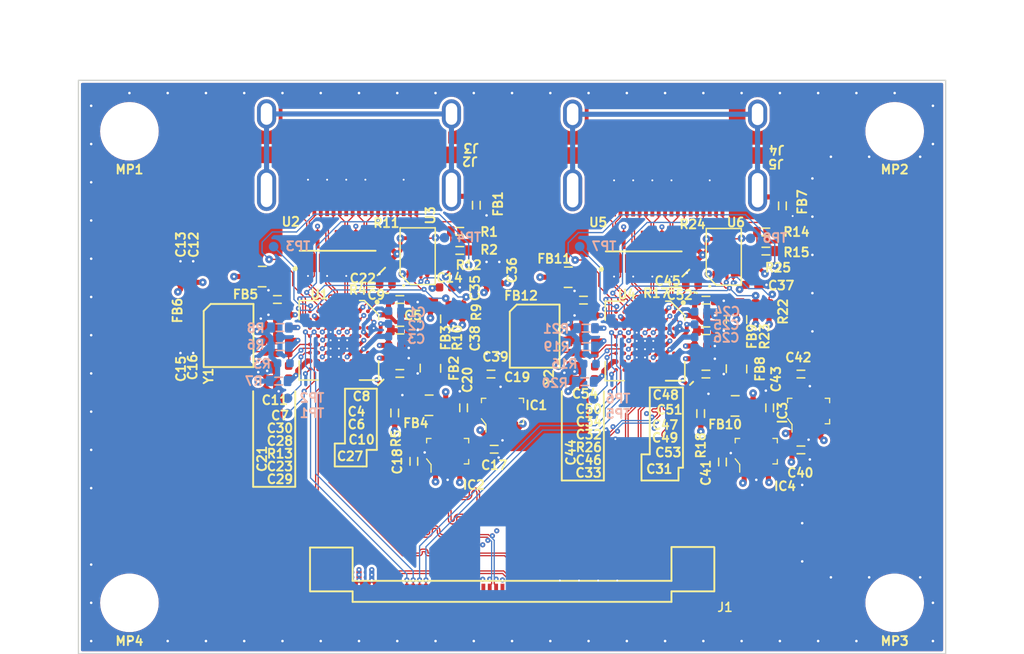
<source format=kicad_pcb>
(kicad_pcb (version 20211014) (generator pcbnew)
  (title_block (title "Antmicro HDMI-MIPI Bridge") (date "2023-03-02") (rev "1.3.0"))
  (layers (0 "F.Cu" signal) (1 "In1.Cu" signal) (2 "In2.Cu" signal) (31 "B.Cu" signal) (34 "B.Paste" user) (35 "F.Paste" user) (36 "B.SilkS" user "B.Silkscreen") (37 "F.SilkS" user "F.Silkscreen") (38 "B.Mask" user) (39 "F.Mask" user) (44 "Edge.Cuts" user))
  (net 0 "")
  (net 1 "Net-(C1-Pad1)")
  (net 2 "GND")
  (net 3 "Net-(C2-Pad1)")
  (net 4 "Net-(C3-Pad1)")
  (net 5 "Net-(C4-Pad2)")
  (net 6 "Net-(C5-Pad2)")
  (net 7 "Net-(C10-Pad1)")
  (net 8 "Net-(C11-Pad1)")
  (net 9 "+3V3")
  (net 10 "Net-(C15-Pad1)")
  (net 11 "CH1_2V5")
  (net 12 "CH1_1V2")
  (net 13 "Net-(C21-Pad1)")
  (net 14 "+5V")
  (net 15 "/Channel 1/CH1_REFCLK")
  (net 16 "Net-(C24-Pad1)")
  (net 17 "Net-(C25-Pad1)")
  (net 18 "Net-(C26-Pad1)")
  (net 19 "Net-(C27-Pad1)")
  (net 20 "Net-(C28-Pad1)")
  (net 21 "Net-(C29-Pad1)")
  (net 22 "Net-(C31-Pad1)")
  (net 23 "Net-(C38-Pad1)")
  (net 24 "CH2_2V5")
  (net 25 "CH2_1V2")
  (net 26 "Net-(C44-Pad1)")
  (net 27 "/Channel 2/CH2_REFCLK")
  (net 28 "Net-(FB1-Pad2)")
  (net 29 "Net-(FB7-Pad2)")
  (net 34 "CSI3_D4_N")
  (net 35 "CSI3_D4_P")
  (net 36 "CSI3_D3_N")
  (net 37 "CSI3_D3_P")
  (net 38 "CSI3_D2_N")
  (net 39 "CSI3_D2_P")
  (net 40 "CSI3_D1_N")
  (net 41 "CSI3_D1_P")
  (net 42 "CSI3_CLK_N")
  (net 43 "CSI3_CLK_P")
  (net 44 "/CSI2_CLK_N")
  (net 45 "/CSI2_CLK_P")
  (net 46 "/CSI2_D1_N")
  (net 47 "/CSI2_D1_P")
  (net 48 "CSI1_D4_N")
  (net 49 "CSI1_D4_P")
  (net 50 "CSI1_D3_N")
  (net 51 "CSI1_D3_P")
  (net 52 "CSI1_D2_N")
  (net 53 "CSI1_D2_P")
  (net 54 "CSI1_D1_N")
  (net 55 "CSI1_D1_P")
  (net 57 "CSI1_CLK_N")
  (net 58 "CSI1_CLK_P")
  (net 60 "/GPIO1")
  (net 61 "/GPIO2")
  (net 62 "/GPIO3")
  (net 63 "/GPIO4")
  (net 64 "/UART3_TX")
  (net 65 "/UART3_RX")
  (net 66 "/UART4_TX")
  (net 67 "/UART4_RX")
  (net 68 "I2C3_SDA")
  (net 69 "I2C3_SCL")
  (net 70 "I2C1_SDA")
  (net 71 "I2C1_SCL")
  (net 72 "/SPI_SCK")
  (net 73 "/SPI_MISO")
  (net 74 "/SPI_MOSI")
  (net 75 "/SPI_CS")
  (net 76 "/Channel 1/HDMI1_D2_P")
  (net 77 "/Channel 1/HDMI1_D2_N")
  (net 78 "/Channel 1/HDMI1_D1_P")
  (net 79 "/Channel 1/HDMI1_D1_N")
  (net 80 "/Channel 1/HDMI1_D0_P")
  (net 81 "/Channel 1/HDMI1_D0_N")
  (net 82 "/Channel 1/HDMI1_CLK_P")
  (net 83 "/Channel 1/HDMI1_CLK_N")
  (net 84 "/Channel 1/HDMI1_CEC")
  (net 85 "/Channel 1/DUMMY1")
  (net 86 "/Channel 1/HDMI1_DDC_SCL")
  (net 87 "/Channel 1/HDMI1_DDC_SDA")
  (net 88 "/Channel 1/HDMI1_POWER")
  (net 89 "/Channel 1/HDMI1_HPD")
  (net 90 "/Channel 2/HDMI2_D2_P")
  (net 91 "/Channel 2/HDMI2_D2_N")
  (net 92 "/Channel 2/HDMI2_D1_P")
  (net 93 "/Channel 2/HDMI2_D1_N")
  (net 94 "/Channel 2/HDMI2_D0_P")
  (net 95 "/Channel 2/HDMI2_D0_N")
  (net 96 "/Channel 2/HDMI2_CLK_P")
  (net 97 "/Channel 2/DUMMY2")
  (net 98 "/Channel 2/HDMI2_POWER")
  (net 99 "/Channel 1/HDMI1_HPDI")
  (net 100 "/Channel 1/CH1_~{RST}")
  (net 101 "Net-(R4-Pad1)")
  (net 102 "/Channel 1/CH1_AVDD33")
  (net 103 "Net-(C32-Pad1)")
  (net 104 "Net-(C33-Pad1)")
  (net 105 "Net-(C47-Pad2)")
  (net 106 "/Channel 1/HDMI1_DDC_SDA_3V3")
  (net 107 "/Channel 1/HDMI1_DDC_SCL_3V3")
  (net 108 "/Channel 2/HDMI2_HPDI")
  (net 109 "/Channel 2/CH2_~{RST}")
  (net 110 "Net-(R17-Pad1)")
  (net 111 "/Channel 2/CH2_AVDD33")
  (net 112 "Net-(C48-Pad2)")
  (net 113 "Net-(C49-Pad2)")
  (net 114 "Net-(C50-Pad2)")
  (net 115 "/Channel 2/HDMI2_DDC_SDA_3V3")
  (net 116 "/Channel 2/HDMI2_DDC_SCL_3V3")
  (net 117 "Net-(TP1-Pad1)")
  (net 118 "Net-(TP2-Pad1)")
  (net 119 "/Channel 1/HDMI1_HPDO")
  (net 120 "Net-(TP4-Pad1)")
  (net 121 "Net-(TP5-Pad1)")
  (net 122 "Net-(TP6-Pad1)")
  (net 123 "/Channel 2/HDMI2_HPDO")
  (net 124 "Net-(TP8-Pad1)")
  (net 126 "/Channel 1/CH1_INT")
  (net 134 "/Channel 2/CH2_INT")
  (net 141 "/Channel 2/HDMI2_CLK_N")
  (net 142 "/Channel 2/HDMI2_CEC")
  (net 143 "/Channel 2/HDMI2_DDC_SCL")
  (net 144 "/Channel 2/HDMI2_DDC_SDA")
  (net 145 "/Channel 2/HDMI2_HPD")
  (footprint "antmicro-footprints:0402-cap" (layer "F.Cu") (at 155.01 110.45 180)
    (fp_text reference "C32")
    (fp_text value "C_100n_0402")
  )
  (footprint "antmicro-footprints:WE_68715014522" (layer "F.Cu") (at 149 130.7 180)
    (fp_text reference "J1")
    (fp_text value "WE_68715014522")
  )
  (footprint "antmicro-footprints:0603-cap" (layer "F.Cu") (at 154.6 107.25 180)
    (fp_text reference "C54")
    (fp_text value "C_4u7_0603")
  )
  (footprint "antmicro-footprints:BGA-64_8x8_6.0x6.0mm" (layer "F.Cu") (at 135.425 110.4 -90)
    (fp_text reference "U1")
    (fp_text value "TC358742XBG")
  )
  (footprint "antmicro-footprints:0603-cap" (layer "F.Cu") (at 147.6 118.95)
    (fp_text reference "C17")
    (fp_text value "C_10u_0603")
  )
  (footprint "antmicro-footprints:0402-res" (layer "F.Cu") (at 168.1 107.95 -90)
    (fp_text reference "R23")
    (fp_text value "R_10k_0402")
  )
  (footprint "antmicro-footprints:0603-res" (layer "F.Cu") (at 168.9 103.4)
    (fp_text reference "R15")
    (fp_text value "R_0R_0603")
  )
  (footprint "antmicro-footprints:0603-cap" (layer "F.Cu") (at 164.2 107.25)
    (fp_text reference "C52")
    (fp_text value "C_4u7_0603")
  )
  (footprint "antmicro-footprints:0402-cap" (layer "F.Cu") (at 155.015 109.45 180)
    (fp_text reference "C34")
    (fp_text value "C_100n_0402")
  )
  (footprint "antmicro-footprints:7C-24.000MBB-T" (layer "F.Cu") (at 150.5743 109.746664 -90)
    (fp_text reference "Y2")
    (fp_text value "7C-27.000MBB-T")
  )
  (footprint "antmicro-footprints:0603-cap" (layer "F.Cu") (at 169.2 115.7 90)
    (fp_text reference "C43")
    (fp_text value "C_10u_0603")
  )
  (footprint "antmicro-footprints:0402-cap" (layer "F.Cu") (at 139.3 114.3)
    (fp_text reference "C27")
    (fp_text value "C_100n_0402")
  )
  (footprint "antmicro-footprints:0402-cap" (layer "F.Cu") (at 123 105.4 90)
    (fp_text reference "C13")
    (fp_text value "C_47p_0402")
  )
  (footprint "antmicro-footprints:0805-res" (layer "F.Cu") (at 129.4 105.4 180)
    (fp_text reference "FB5")
    (fp_text value "742792096")
  )
  (footprint "antmicro-footprints:SOT-23-5" (layer "F.Cu") (at 168.15 119.1)
    (fp_text reference "IC4")
    (fp_text value "TLV73312PDBVT")
  )
  (footprint "antmicro-footprints:0805-res" (layer "F.Cu") (at 142.6 112.6 -90)
    (fp_text reference "FB2")
    (fp_text value "742792096")
  )
  (footprint "antmicro-footprints:0402-cap" (layer "F.Cu") (at 124 110.2 -90)
    (fp_text reference "C16")
    (fp_text value "C_47p_0402")
  )
  (footprint "antmicro-footprints:0402-cap" (layer "F.Cu") (at 163.295 114.35)
    (fp_text reference "C31")
    (fp_text value "C_100n_0402")
  )
  (footprint "antmicro-footprints:0603-res" (layer "F.Cu") (at 163.79 116.15 -90)
    (fp_text reference "R18")
    (fp_text value "R_0R_0603")
  )
  (footprint "antmicro-footprints:0603-cap" (layer "F.Cu") (at 140.2 107.2)
    (fp_text reference "C9")
    (fp_text value "C_4u7_0603")
  )
  (footprint "antmicro-footprints:0805-res" (layer "F.Cu") (at 166.5 115.55)
    (fp_text reference "FB10")
    (fp_text value "742792096")
  )
  (footprint "antmicro-footprints:0805-res" (layer "F.Cu") (at 166.6 112.65 -90)
    (fp_text reference "FB8")
    (fp_text value "742792096")
  )
  (footprint "antmicro-footprints:0402-cap" (layer "F.Cu") (at 143.8 106.25)
    (fp_text reference "C14")
    (fp_text value "C_100n_0402")
  )
  (footprint "antmicro-footprints:mounting-hole-4.2mm-NPTH" (layer "F.Cu") (at 179 94)
    (fp_text reference "MP2")
    (fp_text value "PCB_Mount_Hole_4.3_NPTH")
  )
  (footprint "antmicro-footprints:0402-cap" (layer "F.Cu") (at 154.985 113.45 180)
    (fp_text reference "C33")
    (fp_text value "C_100n_0402")
  )
  (footprint "antmicro-footprints:0402-cap" (layer "F.Cu") (at 129.6 111.8 -90)
    (fp_text reference "C21")
    (fp_text value "C_47p_0402")
  )
  (footprint "antmicro-footprints:0402-res" (layer "F.Cu") (at 139.4 102.6 -90)
    (fp_text reference "R11")
    (fp_text value "R_10k_0402")
  )
  (footprint "antmicro-footprints:mounting-hole-4.2mm-NPTH" (layer "F.Cu") (at 119 131)
    (fp_text reference "MP4")
    (fp_text value "PCB_Mount_Hole_4.3_NPTH")
  )
  (footprint "antmicro-footprints:0402-cap" (layer "F.Cu") (at 163.79 108.44 180)
    (fp_text reference "C48")
    (fp_text value "C_470p_0402")
  )
  (footprint "antmicro-footprints:0805-res" (layer "F.Cu") (at 166.6 108.75 90)
    (fp_text reference "FB9")
    (fp_text value "742792096")
  )
  (footprint "antmicro-footprints:0603-cap" (layer "F.Cu") (at 140.2 109.6)
    (fp_text reference "C8")
    (fp_text value "C_4u7_0603")
  )
  (footprint "antmicro-footprints:0603" (layer "F.Cu") (at 147.81 107.86 -90)
    (fp_text reference "FB12")
    (fp_text value "BLM18AG601SN1D" hide)
  )
  (footprint "antmicro-footprints:0402-cap" (layer "F.Cu") (at 163.4 104.58 -90)
    (fp_text reference "C45")
    (fp_text value "C_100n_0402")
  )
  (footprint "antmicro-footprints:SOT-23-5" (layer "F.Cu") (at 172.25 115.95)
    (fp_text reference "IC3")
    (fp_text value "TLV73325PDBVT")
  )
  (footprint "antmicro-footprints:5051101992" (layer "F.Cu") (at 161 95.9)
    (fp_text reference "J5")
    (fp_text value "5051101992")
  )
  (footprint "antmicro-footprints:0603-cap" (layer "F.Cu") (at 171.65 113.05)
    (fp_text reference "C42")
    (fp_text value "C_10u_0603")
  )
  (footprint "antmicro-footprints:SOT1069-2" (layer "F.Cu") (at 141.6 103.8)
    (fp_text reference "U3")
    (fp_text value "PCA9517ATP")
  )
  (footprint "antmicro-footprints:0402-cap" (layer "F.Cu") (at 123 110.2 -90)
    (fp_text reference "C15")
    (fp_text value "C_100n_0402")
  )
  (footprint "antmicro-footprints:0402-res" (layer "F.Cu") (at 139.1 106 180)
    (fp_text reference "R4")
    (fp_text value "R_2k_0402")
  )
  (footprint "antmicro-footprints:0603-res" (layer "F.Cu") (at 144.9 103.35)
    (fp_text reference "R2")
    (fp_text value "R_0R_0603")
  )
  (footprint "antmicro-footprints:0402-res" (layer "F.Cu") (at 143.8 104.6)
    (fp_text reference "R12")
    (fp_text value "R_10k_0402")
  )
  (footprint "antmicro-footprints:0402-cap" (layer "F.Cu") (at 139.8 108.4 180)
    (fp_text reference "C5")
    (fp_text value "C_470p_0402")
  )
  (footprint "antmicro-footprints:0402-cap" (layer "F.Cu") (at 155.01 108.45)
    (fp_text reference "C50")
    (fp_text value "C_470p_0402")
  )
  (footprint "antmicro-footprints:0402-cap" (layer "F.Cu") (at 155 112.45 180)
    (fp_text reference "C46")
    (fp_text value "C_47p_0402")
  )
  (footprint "antmicro-footprints:0402-cap" (layer "F.Cu") (at 131 112.4 180)
    (fp_text reference "C23")
    (fp_text value "C_47p_0402")
  )
  (footprint "antmicro-footprints:OSHW-Symbol_6.7x6mm_Copper" (layer "F.Cu") (at 178.75 123.25 -90)
    (fp_text reference "REF**" hide)
    (fp_text value "OSHW-Symbol_6.7x6mm_Copper" hide)
  )
  (footprint "antmicro-footprints:0402-cap" (layer "F.Cu") (at 163.79 110.85 180)
    (fp_text reference "C47")
    (fp_text value "C_470p_0402")
  )
  (footprint "antmicro-footprints:7C-24.000MBB-T" (layer "F.Cu") (at 126.575 109.7 -90)
    (fp_text reference "Y1")
    (fp_text value "7C-27.000MBB-T")
  )
  (footprint "antmicro-footprints:0402-res" (layer "F.Cu") (at 145.1 108.085 -90)
    (fp_text reference "R9")
    (fp_text value "R_10k_0402")
  )
  (footprint "antmicro-footprints:0402-res" (layer "F.Cu") (at 131 111.4)
    (fp_text reference "R13")
    (fp_text value "R_22R_0402")
  )
  (footprint "antmicro-footprints:0603-cap" (layer "F.Cu") (at 171.65 119)
    (fp_text reference "C40")
    (fp_text value "C_10u_0603")
  )
  (footprint "antmicro-footprints:47151-1001" (layer "F.Cu") (at 137 96 180)
    (fp_text reference "J2")
    (fp_text value "47151-1001")
  )
  (footprint "antmicro-footprints:0603" (layer "F.Cu") (at 123.8 107.8 -90)
    (fp_text reference "FB6")
    (fp_text value "BLM18AG601SN1D" hide)
  )
  (footprint "antmicro-footprints:antmicro-logo_scaled_20mm_mask" (layer "F.Cu") (at 178.5 108 -90)
    (fp_text reference "G***" hide)
    (fp_text value "antmicro-logo_scaled_20mm" hide)
  )
  (footprint "antmicro-footprints:0402-res" (layer "F.Cu") (at 155.005 111.45)
    (fp_text reference "R26")
    (fp_text value "R_22R_0402")
  )
  (footprint "antmicro-footprints:0603-res" (layer "F.Cu") (at 170.2 99.85 90)
    (fp_text reference "FB7")
    (fp_text value "BLM18SG121TN1D")
  )
  (footprint "antmicro-footprints:0603-cap" (layer "F.Cu") (at 140.2 113)
    (fp_text reference "C10")
    (fp_text value "C_4u7_0603")
  )
  (footprint "antmicro-footprints:0402-cap" (layer "F.Cu") (at 167.8 106.05)
    (fp_text reference "C37")
    (fp_text value "C_100n_0402")
  )
  (footprint "antmicro-footprints:SOT-23-5" (layer "F.Cu") (at 143.95 119.1)
    (fp_text reference "IC2")
    (fp_text value "TLV73312PDBVT")
  )
  (footprint "antmicro-footprints:0402-cap" (layer "F.Cu") (at 131 108.4)
    (fp_text reference "C7")
    (fp_text value "C_470p_0402")
  )
  (footprint "antmicro-footprints:0402-res" (layer "F.Cu") (at 169.15 107.95 -90)
    (fp_text reference "R22")
    (fp_text value "R_10k_0402")
  )
  (footprint "antmicro-footprints:0603-cap" (layer "F.Cu") (at 130.6 107.2 180)
    (fp_text reference "C11")
    (fp_text value "C_4u7_0603")
  )
  (footprint "antmicro-footprints:5051101992" (layer "F.Cu") (at 137 95.85)
    (fp_text reference "J3")
    (fp_text value "5051101992")
  )
  (footprint "antmicro-footprints:R-PDSO-N15" (layer "F.Cu") (at 135.25 102.575)
    (fp_text reference "U2")
    (fp_text value "TPD8S009DSMR")
  )
  (footprint "antmicro-footprints:mounting-hole-4.2mm-NPTH" (layer "F.Cu") (at 119 94)
    (fp_text reference "MP1")
    (fp_text value "PCB_Mount_Hole_4.3_NPTH")
  )
  (footprint "antmicro-footprints:0603-res" (layer "F.Cu") (at 146.2 99.8 90)
    (fp_text reference "FB1")
    (fp_text value "BLM18SG121TN1D")
  )
  (footprint "antmicro-footprints:0603-cap" (layer "F.Cu") (at 164.2 109.65)
    (fp_text reference "C51")
    (fp_text value "C_4u7_0603")
  )
  (footprint "antmicro-footprints:0603-cap" (layer "F.Cu") (at 147.35 113.05)
    (fp_text reference "C19")
    (fp_text value "C_10u_0603")
  )
  (footprint "antmicro-footprints:0402-res" (layer "F.Cu") (at 163.105 106.05 180)
    (fp_text reference "R17")
    (fp_text value "R_2k_0402")
  )
  (footprint "antmicro-footprints:0805-res" (layer "F.Cu") (at 142.6 108.7 90)
    (fp_text reference "FB3")
    (fp_text value "742792096")
  )
  (footprint "antmicro-footprints:0603-res" (layer "F.Cu") (at 144.9 101.85)
    (fp_text reference "R1")
    (fp_text value "R_0R_0603")
  )
  (footprint "antmicro-footprints:0603-cap" (layer "F.Cu") (at 165.5 119.95 90)
    (fp_text reference "C41")
    (fp_text value "C_10u_0603")
  )
  (footprint "antmicro-footprints:0402-res" (layer "F.Cu") (at 144.1 108.085 -90)
    (fp_text reference "R10")
    (fp_text value "R_10k_0402")
  )
  (footprint "antmicro-footprints:0603-cap" (layer "F.Cu") (at 145.2 115.7 90)
    (fp_text reference "C20")
    (fp_text value "C_10u_0603")
  )
  (footprint "antmicro-footprints:SOT-23-5" (layer "F.Cu") (at 148.25 115.95)
    (fp_text reference "IC1")
    (fp_text value "TLV73325PDBVT")
  )
  (footprint "antmicro-footprints:SOT1069-2" (layer "F.Cu") (at 165.6 103.85)
    (fp_text reference "U6")
    (fp_text value "PCA9517ATP")
  )
  (footprint "antmicro-footprints:0402-cap" (layer "F.Cu") (at 147 110.25 -90)
    (fp_text reference "C38")
    (fp_text value "C_100n_0402")
  )
  (footprint "antmicro-footprints:0805-res" (layer "F.Cu") (at 142.5 115.5)
    (fp_text reference "FB4")
    (fp_text value "742792096")
  )
  (footprint "antmicro-footprints:0402-cap" (layer "F.Cu") (at 139.4 104.52 -90)
    (fp_text reference "C22")
    (fp_text value "C_100n_0402")
  )
  (footprint "antmicro-footprints:0402-cap" (layer "F.Cu") (at 131 110.4 180)
    (fp_text reference "C28")
    (fp_text value "C_100n_0402")
  )
  (footprint "antmicro-footprints:0402-cap" (layer "F.Cu") (at 147 105.45 90)
    (fp_text reference "C35")
    (fp_text value "C_100n_0402")
  )
  (footprint "antmicro-footprints:0603-res" (layer "F.Cu") (at 168.9 101.9)
    (fp_text reference "R14")
    (fp_text value "R_0R_0603")
  )
  (footprint "antmicro-footprints:0402-cap" (layer "F.Cu") (at 163.79 111.84 180)
    (fp_text reference "C49")
    (fp_text value "C_470p_0402")
  )
  (footprint "antmicro-footprints:mounting-hole-4.2mm-NPTH" (layer "F.Cu") (at 179 131)
    (fp_text reference "MP3")
    (fp_text value "PCB_Mount_Hole_4.3_NPTH")
  )
  (footprint "antmicro-footprints:0603-cap" (layer "F.Cu") (at 141.3 119.9 90)
    (fp_text reference "C18")
    (fp_text value "C_10u_0603")
  )
  (footprint "antmicro-footprints:0402-cap" (layer "F.Cu") (at 139.8 111.8 180)
    (fp_text reference "C6")
    (fp_text value "C_470p_0402")
  )
  (footprint "antmicro-footprints:0402-cap" (layer "F.Cu") (at 139.8 110.8 180)
    (fp_text reference "C4")
    (fp_text value "C_470p_0402")
  )
  (footprint "antmicro-footprints:0402-cap" (layer "F.Cu") (at 148.01 110.25 -90)
    (fp_text reference "C39")
    (fp_text value "C_47p_0402")
  )
  (footprint "antmicro-footprints:0402-cap" (layer "F.Cu") (at 124 105.4 90)
    (fp_text reference "C12")
    (fp_text value "C_100n_0402")
  )
  (footprint "antmicro-footprints:0402-cap" (layer "F.Cu") (at 131 113.4 180)
    (fp_text reference "C29")
    (fp_text value "C_100n_0402")
  )
  (footprint "antmicro-footprints:0402-cap" (layer "F.Cu") (at 153.6 111.855 -90)
    (fp_text reference "C44")
    (fp_text value "C_47p_0402")
  )
  (footprint "antmicro-footprints:0805-res" (layer "F.Cu") (at 153.4 105.45 180)
    (fp_text reference "FB11")
    (fp_text value "742792096")
  )
  (footprint "antmicro-footprints:0402-cap" (layer "F.Cu") (at 131 109.4 180)
    (fp_text reference "C30")
    (fp_text value "C_100n_0402")
  )
  (footprint "antmicro-footprints:0402-cap" (layer "F.Cu") (at 148 105.45 90)
    (fp_text reference "C36")
    (fp_text value "C_47p_0402")
  )
  (footprint "antmicro-footprints:0402-res" (layer "F.Cu") (at 163.4 102.655 -90)
    (fp_text reference "R24")
    (fp_text value "R_10k_0402")
  )
  (footprint "antmicro-footprints:BGA-64_8x8_6.0x6.0mm" (layer "F.Cu") (at 159.425 110.45 -90)
    (fp_text reference "U4")
    (fp_text value "TC358742XBG")
  )
  (footprint "antmicro-footprints:47151-1001" (layer "F.Cu") (at 161 96.025 180)
    (fp_text reference "J4")
    (fp_text value "47151-1001")
  )
  (footprint "antmicro-footprints:0603-cap" (layer "F.Cu") (at 164.2 113.05)
    (fp_text reference "C53")
    (fp_text value "C_4u7_0603")
  )
  (footprint "antmicro-footprints:R-PDSO-N15" (layer "F.Cu") (at 159.25 102.625)
    (fp_text reference "U5")
    (fp_text value "TPD8S009DSMR")
  )
  (footprint "antmicro-footprints:0603-res" (layer "F.Cu") (at 139.8 116.1 -90)
    (fp_text reference "R5")
    (fp_text value "R_0R_0603")
  )
  (footprint "antmicro-footprints:0402-res" (layer "F.Cu") (at 167.805 104.65)
    (fp_text reference "R25")
    (fp_text value "R_10k_0402")
  )
  (footprint "antmicro-footprints:Testpoint_smd_0_75mm" (layer "B.Cu") (at 131.4 115 180)
    (fp_text reference "TP2")
    (fp_text value "TP_SMD_0_75MM" hide)
  )
  (footprint "antmicro-footprints:0603-res" (layer "B.Cu") (at 154.7 113.65 180)
    (fp_text reference "R20")
    (fp_text value "R_0R_0603")
  )
  (footprint "antmicro-footprints:0402-cap" (layer "B.Cu") (at 139.8 110.1)
    (fp_text reference "C3")
    (fp_text value "C_100n_0402")
  )
  (footprint "antmicro-footprints:Testpoint_smd_0_75mm" (layer "B.Cu") (at 131.4 116.2 180)
    (fp_text reference "TP1")
    (fp_text value "TP_SMD_0_75MM" hide)
  )
  (footprint "antmicro-footprints:Testpoint_smd_0_75mm" (layer "B.Cu") (at 155.4 116.2508 180)
    (fp_text reference "TP5")
    (fp_text value "TP_SMD_0_75MM" hide)
  )
  (footprint "antmicro-footprints:0402-res" (layer "B.Cu") (at 131.1 112.2 180)
    (fp_text reference "R3")
    (fp_text value "R_10k_0402")
  )
  (footprint "antmicro-footprints:Testpoint_smd_0_75mm" (layer "B.Cu") (at 167.7 102.4508 180)
    (fp_text reference "TP8")
    (fp_text value "TP_SMD_0_75MM" hide)
  )
  (footprint "antmicro-footprints:0402-cap" (layer "B.Cu") (at 163.8 108.15)
    (fp_text reference "C24")
    (fp_text value "C_100n_0402")
  )
  (footprint "antmicro-footprints:0402-cap" (layer "B.Cu") (at 163.8 109.15)
    (fp_text reference "C25")
    (fp_text value "C_100n_0402")
  )
  (footprint "antmicro-footprints:0603-res" (layer "B.Cu") (at 154.8 110.9 180)
    (fp_text reference "R19")
    (fp_text value "R_0R_0603")
  )
  (footprint "antmicro-footprints:Testpoint_smd_0_75mm" (layer "B.Cu") (at 130.3 103.1 180)
    (fp_text reference "TP3")
    (fp_text value "TP_SMD_0_75MM" hide)
  )
  (footprint "antmicro-footprints:0402-cap" (layer "B.Cu") (at 139.8 109.1)
    (fp_text reference "C2")
    (fp_text value "C_100n_0402")
  )
  (footprint "antmicro-footprints:0402-res" (layer "B.Cu") (at 155.1 112.25 180)
    (fp_text reference "R16")
    (fp_text value "R_10k_0402")
  )
  (footprint "antmicro-footprints:0402-cap" (layer "B.Cu") (at 139.8 108.1)
    (fp_text reference "C1")
    (fp_text value "C_100n_0402")
  )
  (footprint "antmicro-footprints:Testpoint_smd_0_75mm" (layer "B.Cu") (at 154.3 103.1 180)
    (fp_text reference "TP7")
    (fp_text value "TP_SMD_0_75MM" hide)
  )
  (footprint "antmicro-footprints:0603-res" (layer "B.Cu") (at 130.7 113.6 180)
    (fp_text reference "R7")
    (fp_text value "R_0R_0603")
  )
  (footprint "antmicro-footprints:0603-res" (layer "B.Cu") (at 130.8 110.9 180)
    (fp_text reference "R6")
    (fp_text value "R_0R_0603")
  )
  (footprint "antmicro-footprints:Testpoint_smd_0_75mm" (layer "B.Cu") (at 155.4 115.0508 180)
    (fp_text reference "TP6")
    (fp_text value "TP_SMD_0_75MM" hide)
  )
  (footprint "antmicro-footprints:0603-res" (layer "B.Cu") (at 130.8 109.4 180)
    (fp_text reference "R8")
    (fp_text value "R_0R_0603")
  )
  (footprint "antmicro-footprints:Testpoint_smd_0_75mm" (layer "B.Cu") (at 143.7 102.4008 180)
    (fp_text reference "TP4")
    (fp_text value "TP_SMD_0_75MM" hide)
  )
  (footprint "antmicro-footprints:0603-res" (layer "B.Cu") (at 154.8 109.45 180)
    (fp_text reference "R21")
    (fp_text value "R_0R_0603")
  )
  (footprint "antmicro-footprints:0402-cap" (layer "B.Cu") (at 163.8 110.15)
    (fp_text reference "C26")
    (fp_text value "C_100n_0402")
  )
  (gr_line (start 137.7 106.2) (end 138.2 106.2) (layer "F.SilkS") (width 0.15))
  (gr_line (start 128.7 121.9) (end 128.7 114.4) (layer "F.SilkS") (width 0.15))
  (gr_line (start 135.9 118.5) (end 135.1 118.5) (layer "F.SilkS") (width 0.15))
  (gr_line (start 162.35 105.4) (end 162.9 104.85) (layer "F.SilkS") (width 0.15))
  (gr_line (start 161.4 106.25) (end 162.25 106.25) (layer "F.SilkS") (width 0.15))
  (gr_line (start 162.4 114.1) (end 159.8 114.1) (layer "F.SilkS") (width 0.15))
  (gr_line (start 162.05 120.4) (end 162.4 120.4) (layer "F.SilkS") (width 0.15))
  (gr_line (start 139.1 106.7) (end 139.3 106.7) (layer "F.SilkS") (width 0.15))
  (gr_line (start 156.2 121.4) (end 152.9 121.4) (layer "F.SilkS") (width 0.15))
  (gr_line (start 135.1 120.3) (end 137.3 120.3) (layer "F.SilkS") (width 0.15))
  (gr_line (start 137.6 119) (end 138.4 119) (layer "F.SilkS") (width 0.15))
  (gr_line (start 156.2 114.4) (end 156.2 121.4) (layer "F.SilkS") (width 0.15))
  (gr_line (start 137.3 120.3) (end 137.6 120.3) (layer "F.SilkS") (width 0.15))
  (gr_line (start 132 114.4) (end 132 121.9) (layer "F.SilkS") (width 0.15))
  (gr_line (start 159.15 121.4) (end 162.05 121.4) (layer "F.SilkS") (width 0.15))
  (gr_line (start 163.25 106.6) (end 163.5 106.7) (layer "F.SilkS") (width 0.15))
  (gr_line (start 135.1 118.5) (end 135.1 120.3) (layer "F.SilkS") (width 0.15))
  (gr_line (start 138.4 119) (end 138.4 114.2) (layer "F.SilkS") (width 0.15))
  (gr_line (start 162.95 113.9) (end 163.2 113.65) (layer "F.SilkS") (width 0.15))
  (gr_line (start 159.8 114.1) (end 159.8 119.35) (layer "F.SilkS") (width 0.15))
  (gr_line (start 138.475 113.925) (end 138.925 113.475) (layer "F.SilkS") (width 0.15))
  (gr_line (start 132 121.9) (end 128.7 121.9) (layer "F.SilkS") (width 0.15))
  (gr_line (start 162.05 121.4) (end 162.05 120.4) (layer "F.SilkS") (width 0.15))
  (gr_line (start 152.9 121.4) (end 152.9 114.4) (layer "F.SilkS") (width 0.15))
  (gr_line (start 159.15 119.35) (end 159.15 121.4) (layer "F.SilkS") (width 0.15))
  (gr_line (start 138.45 105.3) (end 139.05 104.7) (layer "F.SilkS") (width 0.15))
  (gr_line (start 138.4 114.2) (end 135.9 114.2) (layer "F.SilkS") (width 0.15))
  (gr_line (start 135.9 114.2) (end 135.9 114.3) (layer "F.SilkS") (width 0.15))
  (gr_line (start 137.6 120.3) (end 137.6 119) (layer "F.SilkS") (width 0.15))
  (gr_line (start 135.9 114.3) (end 135.9 118.5) (layer "F.SilkS") (width 0.15))
  (gr_line (start 162.4 120.4) (end 162.4 114.1) (layer "F.SilkS") (width 0.15))
  (gr_line (start 159.8 119.35) (end 159.15 119.35) (layer "F.SilkS") (width 0.15))
  (gr_rect (start 115 90) (end 183 135) (layer "Edge.Cuts") (width 0.1) (fill none))
  (segment (start 137.7 110.075) (end 137.375 109.75) (width 0.3) (layer "F.Cu") (net 1))
  (segment (start 137.375 109.75) (end 137.360527 109.75) (width 0.3) (layer "F.Cu") (net 1))
  (via (at 137.360527 109.75) (size 0.4) (drill 0.15) (layers "F.Cu" "B.Cu") (net 1))
  (segment (start 139 108.1) (end 139.315 108.1) (width 0.3) (layer "B.Cu") (net 1))
  (segment (start 137.360527 109.75) (end 137.360527 109.178076) (width 0.3) (layer "B.Cu") (net 1))
  (segment (start 137.360527 109.178076) (end 137.856801 108.681802) (width 0.3) (layer "B.Cu") (net 1))
  (segment (start 137.856801 108.681802) (end 137.856801 108.456802) (width 0.3) (layer "B.Cu") (net 1))
  (segment (start 138.413603 107.9) (end 138.8 107.9) (width 0.3) (layer "B.Cu") (net 1))
  (segment (start 137.856801 108.456802) (end 138.413603 107.9) (width 0.3) (layer "B.Cu") (net 1))
  (segment (start 138.8 107.9) (end 139 108.1) (width 0.3) (layer "B.Cu") (net 1))
  (segment (start 129.9 107.2) (end 129.9 106.475) (width 0.4) (layer "F.Cu") (net 2))
  (segment (start 146.2 100.5) (end 146.9 100.5) (width 0.4) (layer "F.Cu") (net 2))
  (segment (start 155.75 130.1) (end 155.75 129.25) (width 0.3) (layer "F.Cu") (net 2))
  (segment (start 154.515 114.485) (end 154.515 113.45) (width 0.4) (layer "F.Cu") (net 2))
  (segment (start 168.285 106.05) (end 168.95 106.05) (width 0.3) (layer "F.Cu") (net 2))
  (segment (start 141.400498 107.2) (end 140.9 107.2) (width 0.4) (layer "F.Cu") (net 2))
  (segment (start 162.125 109.475) (end 162.15 109.5) (width 0.1) (layer "F.Cu") (net 2))
  (segment (start 129.6 112.4) (end 129.1 112.9) (width 0.4) (layer "F.Cu") (net 2))
  (segment (start 135.1 110.075) (end 134.775 110.4) (width 0.1) (layer "F.Cu") (net 2))
  (segment (start 159.1 111.425) (end 158.775 111.75) (width 0.1) (layer "F.Cu") (net 2))
  (segment (start 172.35 119) (end 172.35 119.75) (width 0.4) (layer "F.Cu") (net 2))
  (segment (start 154.1995 112.8505) (end 153.9 112.8505) (width 0.4) (layer "F.Cu") (net 2))
  (segment (start 164.15 114.35) (end 164.4 114.6) (width 0.3) (layer "F.Cu") (net 2))
  (segment (start 130.2 112.8) (end 129.8 112.8) (width 0.4) (layer "F.Cu") (net 2))
  (segment (start 148 110.735) (end 148 111.45) (width 0.4) (layer "F.Cu") (net 2))
  (segment (start 130.515 114.215) (end 130.515 113.4) (width 0.4) (layer "F.Cu") (net 2))
  (segment (start 134.5 104.325) (end 134.5 105.35) (width 0.1) (layer "F.Cu") (net 2))
  (segment (start 160.4 110.775) (end 160.075 111.1) (width 0.1) (layer "F.Cu") (net 2))
  (segment (start 148 110.735) (end 147 110.735) (width 0.4) (layer "F.Cu") (net 2))
  (segment (start 135.75 111.375) (end 135.425 111.7) (width 0.1) (layer "F.Cu") (net 2))
  (segment (start 130.515 112.485) (end 130.2 112.8) (width 0.4) (layer "F.Cu") (net 2))
  (segment (start 161.5 104.375) (end 161.5 105.4) (width 0.1) (layer "F.Cu") (net 2))
  (segment (start 153.9 107.25) (end 153.9 106.525) (width 0.4) (layer "F.Cu") (net 2))
  (segment (start 165.5 119.25) (end 166.15 119.25) (width 0.4) (layer "F.Cu") (net 2))
  (segment (start 140.285 108.4) (end 140.9 108.4) (width 0.4) (layer "F.Cu") (net 2))
  (segment (start 160 98.599999) (end 160 97.85) (width 0.1) (layer "F.Cu") (net 2))
  (segment (start 161.95 108.825) (end 162.175 109.05) (width 0.1) (layer "F.Cu") (net 2))
  (segment (start 161.7 109.475) (end 162.125 109.475) (width 0.1) (layer "F.Cu") (net 2))
  (segment (start 144.285 106.25) (end 144.9 106.25) (width 0.3) (layer "F.Cu") (net 2))
  (segment (start 161.7 108.825) (end 161.95 108.825) (width 0.1) (layer "F.Cu") (net 2))
  (segment (start 159.75 111.425) (end 159.425 111.75) (width 0.1) (layer "F.Cu") (net 2))
  (segment (start 164.9 109.65) (end 165.6 109.65) (width 0.4) (layer "F.Cu") (net 2))
  (segment (start 148.3 118.3) (end 148.25 118.25) (width 0.4) (layer "F.Cu") (net 2))
  (segment (start 123 110.685) (end 123 111.4) (width 0.4) (layer "F.Cu") (net 2))
  (segment (start 157 104.375) (end 157 105.4) (width 0.1) (layer "F.Cu") (net 2))
  (segment (start 123 104.915) (end 123 104.2) (width 0.4) (layer "F.Cu") (net 2))
  (segment (start 172.35 113.05) (end 172.35 114) (width 0.4) (layer "F.Cu") (net 2))
  (segment (start 164.285 111.85) (end 164.9 111.85) (width 0.4) (layer "F.Cu") (net 2))
  (segment (start 138.125 109.425) (end 138.15 109.45) (width 0.1) (layer "F.Cu") (net 2))
  (segment (start 137.7 108.775) (end 137.95 108.775) (width 0.1) (layer "F.Cu") (net 2))
  (segment (start 164.285 110.85) (end 164.9 110.85) (width 0.4) (layer "F.Cu") (net 2))
  (segment (start 133.15 112.675) (end 132.8 113.025) (width 0.1) (layer "F.Cu") (net 2))
  (segment (start 142.35 105.2125) (end 142.35 104.55) (width 0.4) (layer "F.Cu") (net 2))
  (segment (start 166.35 105.2625) (end 166.35 104.6) (width 0.4) (layer "F.Cu") (net 2))
  (segment (start 168.15 120.45) (end 168.15 121.35) (width 0.4) (layer "F.Cu") (net 2))
  (segment (start 160.4 110.125) (end 160.075 110.45) (width 0.1) (layer "F.Cu") (net 2))
  (segment (start 172.25 117.3) (end 172.25 118.2) (width 0.4) (layer "F.Cu") (net 2))
  (segment (start 156.999999 98.599999) (end 157 97.85) (width 0.1) (layer "F.Cu") (net 2))
  (segment (start 129.3 108.7) (end 130 109.4) (width 0.4) (layer "F.Cu") (net 2))
  (segment (start 135.1 111.375) (end 134.775 111.7) (width 0.1) (layer "F.Cu") (net 2))
  (segment (start 158.5 104.375) (end 158.5 105.4) (width 0.1) (layer "F.Cu") (net 2))
  (segment (start 165.600498 107.3) (end 165.550498 107.25) (width 0.4) (layer "F.Cu") (net 2))
  (segment (start 164.499999 98.599999) (end 164.5 97.85) (width 0.1) (layer "F.Cu") (net 2))
  (segment (start 139.785 114.3) (end 140 114.3) (width 0.3) (layer "F.Cu") (net 2))
  (segment (start 134.500001 98.549999) (end 134.5 97.8) (width 0.1) (layer "F.Cu") (net 2))
  (segment (start 172.25 118.2) (end 172.25 118.9) (width 0.4) (layer "F.Cu") (net 2))
  (segment (start 142.35 105.2125) (end 142.35 105.85) (width 0.1) (layer "F.Cu") (net 2))
  (segment (start 154.515 112.535) (end 154.1995 112.8505) (width 0.4) (layer "F.Cu") (net 2))
  (segment (start 159.75 110.125) (end 159.425 110.45) (width 0.1) (layer "F.Cu") (net 2))
  (segment (start 154.515 108.45) (end 153.9 108.45) (width 0.4) (layer "F.Cu") (net 2))
  (segment (start 148.25 117.3) (end 148.25 118.25) (width 0.4) (layer "F.Cu") (net 2))
  (segment (start 152.75 130.1) (end 152.75 129.25) (width 0.3) (layer "F.Cu") (net 2))
  (segment (start 136.4 110.725) (end 136.075 111.05) (width 0.1) (layer "F.Cu") (net 2))
  (segment (start 169.2 114.65) (end 169.2 115) (width 0.4) (layer "F.Cu") (net 2))
  (segment (start 154.25 130.1) (end 154.25 129.25) (width 0.3) (layer "F.Cu") (net 2))
  (segment (start 136.4 110.075) (end 136.075 110.4) (width 0.1) (layer "F.Cu") (net 2))
  (segment (start 135.1 109.425) (end 134.775 109.75) (width 0.1) (layer "F.Cu") (net 2))
  (segment (start 153.6 112.45) (end 153.1 112.95) (width 0.4) (layer "F.Cu") (net 2))
  (segment (start 148.05 114) (end 148.1 114.05) (width 0.4) (layer "F.Cu") (net 2))
  (segment (start 142.35 104.55) (end 141.6 103.8) (width 0.4) (layer "F.Cu") (net 2))
  (segment (start 140.9 109.6) (end 141.6 109.6) (width 0.4) (layer "F.Cu") (net 2))
  (segment (start 141.3 119.2) (end 142.15 119.2) (width 0.4) (layer "F.Cu") (net 2))
  (segment (start 139.205 105.2) (end 139.4 105.005) (width 0.4) (layer "F.Cu") (net 2))
  (segment (start 137.5 104.325) (end 137.5 105.35) (width 0.1) (layer "F.Cu") (net 2))
  (segment (start 159.1 109.475) (end 158.775 109.8) (width 0.1) (layer "F.Cu") (net 2))
  (segment (start 124 110.685) (end 125.082364 110.685) (width 0.4) (layer "F.Cu") (net 2))
  (segment (start 147 104.965) (end 147 104.25) (width 0.4) (layer "F.Cu") (net 2))
  (segment (start 148 104.965) (end 148 104.25) (width 0.4) (layer "F.Cu") (net 2))
  (segment (start 137.95 108.775) (end 138.175 109) (width 0.1) (layer "F.Cu") (net 2))
  (segment (start 147 110.735) (end 147 111.45) (width 0.4) (layer "F.Cu") (net 2))
  (segment (start 153.45 110.45) (end 153.3 110.6) (width 0.4) (layer "F.Cu") (net 2))
  (segment (start 130.7 114.4) (end 130.515 114.215) (width 0.4) (layer "F.Cu") (net 2))
  (segment (start 137.5 98.549999) (end 137.5 97.8) (width 0.1) (layer "F.Cu") (net 2))
  (segment (start 164.285 108.45) (end 164.9 108.45) (width 0.4) (layer "F.Cu") (net 2))
  (segment (start 157.15 112.725) (end 156.8 113.075) (width 0.1) (layer "F.Cu") (net 2))
  (segment (start 160 104.375) (end 160 105.4) (width 0.1) (layer "F.Cu") (net 2))
  (segment (start 148.3 118.95) (end 148.3 119.25) (width 0.4) (layer "F.Cu") (net 2))
  (segment (start 163.785 114.35) (end 164.15 114.35) (width 0.3) (layer "F.Cu") (net 2))
  (segment (start 141.600498 107.4) (end 141.400498 107.2) (width 0.4) (layer "F.Cu") (net 2))
  (segment (start 136 104.325) (end 136 105.35) (width 0.1) (layer "F.Cu") (net 2))
  (segment (start 158.500001 98.599999) (end 158.5 97.85) (width 0.1) (layer "F.Cu") (net 2))
  (segment (start 143.95 120.45) (end 143.95 121.35) (width 0.4) (layer "F.Cu") (net 2))
  (segment (start 124 104.915) (end 124 104.2) (width 0.4) (layer "F.Cu") (net 2))
  (segment (start 132.999999 98.549999) (end 133 97.8) (width 0.1) (layer "F.Cu") (net 2))
  (segment (start 153.865461 109.45) (end 154.515 109.45) (width 0.4) (layer "F.Cu") (net 2))
  (segment (start 140 114.3) (end 140.4 114.7) (width 0.3) (layer "F.Cu") (net 2))
  (segment (start 135.75 110.725) (end 135.425 111.05) (width 0.1) (layer "F.Cu") (net 2))
  (segment (start 170.9 100.55) (end 171 100.65) (width 0.4) (layer "F.Cu") (net 2))
  (segment (start 168.9 114.35) (end 169.2 114.65) (width 0.4) (layer "F.Cu") (net 2))
  (segment (start 149.082364 110.735) (end 149.6907 111.343336) (width 0.4) (layer "F.Cu") (net 2))
  (segment (start 148.3 119.25) (end 147.95 119.6) (width 0.4) (layer "F.Cu") (net 2))
  (segment (start 157.25 130.1) (end 157.25 129.25) (width 0.3) (layer "F.Cu") (net 2))
  (segment (start 154.5 114.5) (end 154.515 114.485) (width 0.4) (layer "F.Cu") (net 2))
  (segment (start 154.515 110.45) (end 153.45 110.45) (width 0.4) (layer "F.Cu") (net 2))
  (segment (start 135.75 110.075) (end 135.425 110.4) (width 0.1) (layer "F.Cu") (net 2))
  (segment (start 159.1 110.125) (end 158.775 110.45) (width 0.1) (layer "F.Cu") (net 2))
  (segment (start 133 104.325) (end 133 105.35) (width 0.1) (layer "F.Cu") (net 2))
  (segment (start 140.285 111.8) (end 140.9 111.8) (width 0.4) (layer "F.Cu") (net 2))
  (segment (start 148 110.735) (end 149.082364 110.735) (width 0.4) (layer "F.Cu") (net 2))
  (segment (start 165.550498 107.25) (end 164.9 107.25) (width 0.4) (layer "F.Cu") (net 2))
  (segment (start 130.515 108.4) (end 129.9 108.4) (width 0.4) (layer "F.Cu") (net 2))
  (segment (start 124 110.685) (end 123 110.685) (width 0.4) (layer "F.Cu") (net 2))
  (segment (start 129.3 110.4) (end 129.2 110.5) (width 0.4) (layer "F.Cu") (net 2))
  (segment (start 140.9 111) (end 140.7 110.8) (width 0.4) (layer "F.Cu") (net 2))
  (segment (start 124 110.685) (end 124 111.4) (width 0.4) (layer "F.Cu") (net 2))
  (segment (start 162.7 105.1) (end 163.365 105.1) (width 0.4) (layer "F.Cu") (net 2))
  (segment (start 138.6 105.2) (end 139.205 105.2) (width 0.4) (layer "F.Cu") (net 2))
  (segment (start 159.75 110.775) (end 159.425 111.1) (width 0.1) (layer "F.Cu") (net 2))
  (segment (start 135.1 110.725) (end 134.775 111.05) (width 0.1) (layer "F.Cu") (net 2))
  (segment (start 125.082364 110.685) (end 125.6907 111.293336) (width 0.4) (layer "F.Cu") (net 2))
  (segment (start 170.2 100.55) (end 170.9 100.55) (width 0.4) (layer "F.Cu") (net 2))
  (segment (start 130 109.4) (end 130.515 109.4) (width 0.4) (layer "F.Cu") (net 2))
  (segment (start 148.05 113.05) (end 148.05 114) (width 0.4) (layer "F.Cu") (net 2))
  (segment (start 153.425681 109.01022) (end 153.865461 109.45) (width 0.4) (layer "F.Cu") (net 2))
  (segment (start 166.35 104.6) (end 165.6 103.85) (width 0.4) (layer "F.Cu") (net 2))
  (segment (start 137.7 109.425) (end 138.125 109.425) (width 0.1) (layer "F.Cu") (net 2))
  (segment (start 130.515 110.4) (end 129.3 110.4) (width 0.4) (layer "F.Cu") (net 2))
  (segment (start 148.3 118.95) (end 148.3 118.3) (width 0.4) (layer "F.Cu") (net 2))
  (segment (start 145.2 114.6995) (end 145.2 115) (width 0.4) (layer "F.Cu") (net 2))
  (segment (start 140.499999 98.549999) (end 140.5 97.8) (width 0.1) (layer "F.Cu") (net 2))
  (segment (start 140.9 113) (end 141.6 113) (width 0.4) (layer "F.Cu") (net 2))
  (segment (start 159.1 110.775) (end 158.775 111.1) (width 0.1) (layer "F.Cu") (net 2))
  (segment (start 144.90025 114.39975) (end 145.2 114.6995) (width 0.4) (layer "F.Cu") (net 2))
  (segment (start 164.9 113.05) (end 165.6 113.05) (width 0.4) (layer "F.Cu") (net 2))
  (segment (start 153.6 112.335) (end 153.6 112.45) (width 0.4) (layer "F.Cu") (net 2))
  (segment (start 161.5 98.599999) (end 161.5 97.85) (width 0.1) (layer "F.Cu") (net 2))
  (segment (start 146.9 100.5) (end 147 100.6) (width 0.4) (layer "F.Cu") (net 2))
  (segment (start 129.6 112.285) (end 129.6 112.4) (width 0.4) (layer "F.Cu") (net 2))
  (segment (start 136 98.549999) (end 136 97.8) (width 0.1) (layer "F.Cu") (net 2))
  (segment (start 140.7 110.8) (end 140.285 110.8) (width 0.4) (layer "F.Cu") (net 2))
  (segment (start 166.35 105.2625) (end 166.35 105.9) (width 0.1) (layer "F.Cu") (net 2))
  (via (at 168.15 121.35) (size 0.6) (drill 0.2) (layers "F.Cu" "B.Cu") (net 2))
  (via (at 179 134) (size 0.6) (drill 0.2) (layers "F.Cu" "B.Cu") (net 2))
  (via (at 135.425 111.7) (size 0.4) (drill 0.15) (layers "F.Cu" "B.Cu") (net 2))
  (via (at 140.5 97.8) (size 0.4) (drill 0.15) (layers "F.Cu" "B.Cu") (net 2))
  (via (at 116 107) (size 0.6) (drill 0.2) (layers "F.Cu" "B.Cu") (net 2))
  (via (at 138.175 109) (size 0.4) (drill 0.15) (layers "F.Cu" "B.Cu") (net 2))
  (via (at 149 91) (size 0.6) (drill 0.2) (layers "F.Cu" "B.Cu") (net 2))
  (via (at 148.25 118.25) (size 0.6) (drill 0.2) (layers "F.Cu" "B.Cu") (net 2))
  (via (at 122 91) (size 0.6) (drill 0.2) (layers "F.Cu" "B.Cu") (net 2))
  (via (at 156.35 117.45) (size 0.4) (drill 0.15) (layers "F.Cu" "B.Cu") (net 2))
  (via (at 155 91) (size 0.6) (drill 0.2) (layers "F.Cu" "B.Cu") (net 2))
  (via (at 141.6 109.6) (size 0.6) (drill 0.2) (layers "F.Cu" "B.Cu") (net 2))
  (via (at 134.775 110.4) (size 0.4) (drill 0.15) (layers "F.Cu" "B.Cu") (net 2))
  (via (at 154.25 129.25) (size 0.4) (drill 0.15) (layers "F.Cu" "B.Cu") (net 2))
  (via (at 157.1 118.15) (size 0.4) (drill 0.15) (layers "F.Cu" "B.Cu") (net 2))
  (via (at 164.5 97.85) (size 0.4) (drill 0.15) (layers "F.Cu" "B.Cu") (net 2))
  (via (at 182 131) (size 0.6) (drill 0.2) (layers "F.Cu" "B.Cu") (net 2))
  (via (at 148 111.45) (size 0.6) (drill 0.2) (layers "F.Cu" "B.Cu") (net 2))
  (via (at 134.775 109.75) (size 0.4) (drill 0.15) (layers "F.Cu" "B.Cu") (net 2))
  (via (at 158.5 97.85) (size 0.4) (drill 0.15) (layers "F.Cu" "B.Cu") (net 2))
  (via (at 173 91) (size 0.6) (drill 0.2) (layers "F.Cu" "B.Cu") (net 2))
  (via (at 165.6 113.05) (size 0.6) (drill 0.2) (layers "F.Cu" "B.Cu") (net 2))
  (via (at 124 111.4) (size 0.6) (drill 0.2) (layers "F.Cu" "B.Cu") (net 2))
  (via (at 158.5 105.4) (size 0.4) (drill 0.15) (layers "F.Cu" "B.Cu") (net 2))
  (via (at 161 91) (size 0.6) (drill 0.2) (layers "F.Cu" "B.Cu") (net 2))
  (via (at 153.9 112.8505) (size 0.6) (drill 0.2) (layers "F.Cu" "B.Cu") (net 2))
  (via (at 129.2 110.5) (size 0.6) (drill 0.2) (layers "F.Cu" "B.Cu") (net 2))
  (via (at 166.15 119.25) (size 0.6) (drill 0.2) (layers "F.Cu" "B.Cu") (net 2))
  (via (at 172.55 97.7) (size 0.6) (drill 0.2) (layers "F.Cu" "B.Cu") (net 2))
  (via (at 158.775 109.8) (size 0.4) (drill 0.15) (layers "F.Cu" "B.Cu") (net 2))
  (via (at 143 134) (size 0.6) (drill 0.2) (layers "F.Cu" "B.Cu") (net 2))
  (via (at 140 91) (size 0.6) (drill 0.2) (layers "F.Cu" "B.Cu") (net 2))
  (via (at 155 134) (size 0.6) (drill 0.2) (layers "F.Cu" "B.Cu") (net 2))
  (via (at 123 104.2) (size 0.6) (drill 0.2) (layers "F.Cu" "B.Cu") (net 2))
  (via (at 134 134) (size 0.6) (drill 0.2) (layers "F.Cu" "B.Cu") (net 2))
  (via (at 148 104.25) (size 0.6) (drill 0.2) (layers "F.Cu" "B.Cu") (net 2))
  (via (at 158 134) (size 0.6) (drill 0.2) (layers "F.Cu" "B.Cu") (net 2))
  (via (at 160.075 111.1) (size 0.4) (drill 0.15) (layers "F.Cu" "B.Cu") (net 2))
  (via (at 138.15 109.45) (size 0.4) (drill 0.15) (layers "F.Cu" "B.Cu") (net 2))
  (via (at 176 91) (size 0.6) (drill 0.2) (layers "F.Cu" "B.Cu") (net 2))
  (via (at 158.775 111.1) (size 0.4) (drill 0.15) (layers "F.Cu" "B.Cu") (net 2))
  (via (at 160.075 110.45) (size 0.4) (drill 0.15) (layers "F.Cu" "B.Cu") (net 2))
  (via (at 162.15 109.5) (size 0.4) (drill 0.15) (layers "F.Cu" "B.Cu") (net 2))
  (via (at 125 91) (size 0.6) (drill 0.2) (layers "F.Cu" "B.Cu") (net 2))
  (via (at 164.9 108.45) (size 0.6) (drill 0.2) (layers "F.Cu" "B.Cu") (net 2))
  (via (at 167 91) (size 0.6) (drill 0.2) (layers "F.Cu" "B.Cu") (net 2))
  (via (at 149 134) (size 0.6) (drill 0.2) (layers "F.Cu" "B.Cu") (net 2))
  (via (at 116 116) (size 0.6) (drill 0.2) (layers "F.Cu" "B.Cu") (net 2))
  (via (at 143 91) (size 0.6) (drill 0.2) (layers "F.Cu" "B.Cu") (net 2))
  (via (at 141.6 113) (size 0.6) (drill 0.2) (layers "F.Cu" "B.Cu") (net 2))
  (via (at 116 122) (size 0.6) (drill 0.2) (layers "F.Cu" "B.Cu") (net 2))
  (via (at 147 104.25) (size 0.6) (drill 0.2) (layers "F.Cu" "B.Cu") (net 2))
  (via (at 123 111.4) (size 0.6) (drill 0.2) (layers "F.Cu" "B.Cu") (net 2))
  (via (at 162.7 105.1) (size 0.6) (drill 0.2) (layers "F.Cu" "B.Cu") (net 2))
  (via (at 146 91) (size 0.6) (drill 0.2) (layers "F.Cu" "B.Cu") (net 2))
  (via (at 147.95 119.6) (size 0.6) (drill 0.2) (layers "F.Cu" "B.Cu") (net 2))
  (via (at 140.9 111) (size 0.6) (drill 0.2) (layers "F.Cu" "B.Cu") (net 2))
  (via (at 143.95 121.35) (size 0.6) (drill 0.2) (layers "F.Cu" "B.Cu") (net 2))
  (via (at 129.9 106.475) (size 0.6) (drill 0.2) (layers "F.Cu" "B.Cu") (net 2))
  (via (at 161.5 97.85) (size 0.4) (drill 0.15) (layers "F.Cu" "B.Cu") (net 2))
  (via (at 119 91) (size 0.6) (drill 0.2) (layers "F.Cu" "B.Cu") (net 2))
  (via (at 144.9 106.25) (size 0.6) (drill 0.2) (layers "F.Cu" "B.Cu") (net 2))
  (via (at 133 97.8) (size 0.4) (drill 0.15) (layers "F.Cu" "B.Cu") (net 2))
  (via (at 172.55 100.7) (size 0.6) (drill 0.2) (layers "F.Cu" "B.Cu") (net 2))
  (via (at 164 134) (size 0.6) (drill 0.2) (layers "F.Cu" "B.Cu") (net 2))
  (via (at 159.425 111.1) (size 0.4) (drill 0.15) (layers "F.Cu" "B.Cu") (net 2))
  (via (at 157 105.4) (size 0.4) (drill 0.15) (layers "F.Cu" "B.Cu") (net 2))
  (via (at 170 91) (size 0.6) (drill 0.2) (layers "F.Cu" "B.Cu") (net 2))
  (via (at 152 134) (size 0.6) (drill 0.2) (layers "F.Cu" "B.Cu") (net 2))
  (via (at 174 129) (size 0.6) (drill 0.2) (layers "F.Cu" "B.Cu") (net 2))
  (via (at 116 134) (size 0.6) (drill 0.2) (layers "F.Cu" "B.Cu") (net 2))
  (via (at 181 129) (size 0.6) (drill 0.2) (layers "F.Cu" "B.Cu") (net 2))
  (via (at 137 134) (size 0.6) (drill 0.2) (layers "F.Cu" "B.Cu") (net 2))
  (via (at 157.25 129.25) (size 0.4) (drill 0.15) (layers "F.Cu" "B.Cu") (net 2))
  (via (at 116 119) (size 0.6) (drill 0.2) (layers "F.Cu" "B.Cu") (net 2))
  (via (at 131 91) (size 0.6) (drill 0.2) (layers "F.Cu" "B.Cu") (net 2))
  (via (at 164.9 111.85) (size 0.6) (drill 0.2) (layers "F.Cu" "B.Cu") (net 2))
  (via (at 137 91) (size 0.6) (drill 0.2) (layers "F.Cu" "B.Cu") (net 2))
  (via (at 172.25 118.2) (size 0.6) (drill 0.2) (layers "F.Cu" "B.Cu") (net 2))
  (via (at 161 134) (size 0.6) (drill 0.2) (layers "F.Cu" "B.Cu") (net 2))
  (via (at 171.75 127.75) (size 0.6) (drill 0.2) (layers "F.Cu" "B.Cu") (net 2))
  (via (at 176 134) (size 0.6) (drill 0.2) (layers "F.Cu" "B.Cu") (net 2))
  (via (at 177 96) (size 0.6) (drill 0.2) (layers "F.Cu" "B.Cu") (net 2))
  (via (at 116 131) (size 0.6) (drill 0.2) (layers "F.Cu" "B.Cu") (net 2))
  (via (at 152.75 129.25) (size 0.4) (drill 0.15) (layers "F.Cu" "B.Cu") (net 2))
  (via (at 130.7 114.4) (size 0.6) (drill 0.2) (layers "F.Cu" "B.Cu") (net 2))
  (via (at 152 91) (size 0.6) (drill 0.2) (layers "F.Cu" "B.Cu") (net 2))
  (via (at 116 110) (size 0.6) (drill 0.2) (layers "F.Cu" "B.Cu") (net 2))
  (via (at 129.1 112.9) (size 0.6) (drill 0.2) (layers "F.Cu" "B.Cu") (net 2))
  (via (at 140 134) (size 0.6) (drill 0.2) (layers "F.Cu" "B.Cu") (net 2))
  (via (at 160 97.85) (size 0.4) (drill 0.15) (layers "F.Cu" "B.Cu") (net 2))
  (via (at 124 104.2) (size 0.6) (drill 0.2) (layers "F.Cu" "B.Cu") (net 2))
  (via (at 160.15 117.3) (size 0.4) (drill 0.15) (layers "F.Cu" "B.Cu") (net 2))
  (via (at 140.9 111.8) (size 0.6) (drill 0.2) (layers "F.Cu" "B.Cu") (net 2))
  (via (at 164.4 114.6) (size 0.6) (drill 0.2) (layers "F.Cu" "B.Cu") (net 2))
  (via (at 172.55 109.7) (size 0.6) (drill 0.2) (layers "F.Cu" "B.Cu") (net 2))
  (via (at 153.1 112.95) (size 0.6) (drill 0.2) (layers "F.Cu" "B.Cu") (net 2))
  (via (at 157 97.85) (size 0.4) (drill 0.15) (layers "F.Cu" "B.Cu") (net 2))
  (via (at 172.35 114) (size 0.6) (drill 0.2) (layers "F.Cu" "B.Cu") (net 2))
  (via (at 174 96) (size 0.6) (drill 0.2) (layers "F.Cu" "B.Cu") (net 2))
  (via (at 158.775 111.75) (size 0.4) (drill 0.15) (layers "F.Cu" "B.Cu") (net 2))
  (via (at 135.425 110.4) (size 0.4) (drill 0.15) (layers "F.Cu" "B.Cu") (net 2))
  (via (at 181 96) (size 0.6) (drill 0.2) (layers "F.Cu" "B.Cu") (net 2))
  (via (at 172.55 103.7) (size 0.6) (drill 0.2) (layers "F.Cu" "B.Cu") (net 2))
  (via (at 158.775 110.45) (size 0.4) (drill 0.15) (layers "F.Cu" "B.Cu") (net 2))
  (via (at 147 111.45) (size 0.6) (drill 0.2) (layers "F.Cu" "B.Cu") (net 2))
  (via (at 148.25 129.2) (size 0.4) (drill 0.15) (layers "F.Cu" "B.Cu") (net 2))
  (via (at 153.3 110.6) (size 0.6) (drill 0.2) (layers "F.Cu" "B.Cu") (net 2))
  (via (at 171.75 124.75) (size 0.6) (drill 0.2) (layers "F.Cu" "B.Cu") (net 2))
  (via (at 172.55 106.7) (size 0.6) (drill 0.2) (layers "F.Cu" "B.Cu") (net 2))
  (via (at 128 134) (size 0.6) (drill 0.2) (layers "F.Cu" "B.Cu") (net 2))
  (via (at 136 105.35) (size 0.4) (drill 0.15) (layers "F.Cu" "B.Cu") (net 2))
  (via (at 160 105.4) (size 0.4) (drill 0.15) (layers "F.Cu" "B.Cu") (net 2))
  (via (at 182 95) (size 0.6) (drill 0.2) (layers "F.Cu" "B.Cu") (net 2))
  (via (at 170 134) (size 0.6) (drill 0.2) (layers "F.Cu" "B.Cu") (net 2))
  (via (at 168.95 106.05) (size 0.6) (drill 0.2) (layers "F.Cu" "B.Cu") (net 2))
  (via (at 116 113) (size 0.6) (drill 0.2) (layers "F.Cu" "B.Cu") (net 2))
  (via (at 148.1 114.05) (size 0.6) (drill 0.2) (layers "F.Cu" "B.Cu") (net 2))
  (via (at 131 134) (size 0.6) (drill 0.2) (layers "F.Cu" "B.Cu") (net 2))
  (via (at 182 92) (size 0.6) (drill 0.2) (layers "F.Cu" "B.Cu") (net 2))
  (via (at 156.8 113.075) (size 0.4) (drill 0.15) (layers "F.Cu" "B.Cu") (net 2))
  (via (at 142.35 105.85) (size 0.4) (drill 0.15) (layers "F.Cu" "B.Cu") (net 2))
  (via (at 179 91) (size 0.6) (drill 0.2) (layers "F.Cu" "B.Cu") (net 2))
  (via (at 116 92) (size 0.6) (drill 0.2) (layers "F.Cu" "B.Cu") (net 2))
  (via (at 122 134) (size 0.6) (drill 0.2) (layers "F.Cu" "B.Cu") (net 2))
  (via (at 132.8 113.025) (size 0.4) (drill 0.15) (layers "F.Cu" "B.Cu") (net 2))
  (via (at 162.175 109.05) (size 0.4) (drill 0.15) (layers "F.Cu" "B.Cu") (net 2))
  (via (at 134.775 111.05) (size 0.4) (drill 0.15) (layers "F.Cu" "B.Cu") (net 2))
  (via (at 159.425 110.45) (size 0.4) (drill 0.15) (layers "F.Cu" "B.Cu") (net 2))
  (via (at 166.35 105.9) (size 0.4) (drill 0.15) (layers "F.Cu" "B.Cu") (net 2))
  (via (at 164.9 110.85) (size 0.6) (drill 0.2) (layers "F.Cu" "B.Cu") (net 2))
  (via (at 147.8 125.35) (size 0.4) (drill 0.15) (layers "F.Cu" "B.Cu") (net 2))
  (via (at 177 129) (size 0.6) (drill 0.2) (layers "F.Cu" "B.Cu") (net 2))
  (via (at 138.6 105.2) (size 0.6) (drill 0.2) (layers "F.Cu" "B.Cu") (net 2))
  (via (at 171.75 121.75) (size 0.6) (drill 0.2) (layers "F.Cu" "B.Cu") (net 2))
  (via (at 133 105.35) (size 0.4) (drill 0.15) (layers "F.Cu" "B.Cu") (net 2))
  (via (at 134.775 111.7) (size 0.4) (drill 0.15) (layers "F.Cu" "B.Cu") (net 2))
  (via (at 172.35 119.75) (size 0.6) (drill 0.2) (layers "F.Cu" "B.Cu") (net 2))
  (via (at 136 97.8) (size 0.4) (drill 0.15) (layers "F.Cu" "B.Cu") (net 2))
  (via (at 141.600498 107.4) (size 0.6) (drill 0.2) (layers "F.Cu" "B.Cu") (net 2))
  (via (at 144.90025 114.39975) (size 0.6) (drill 0.2) (layers "F.Cu" "B.Cu") (net 2))
  (via (at 140.9 108.4) (size 0.6) (drill 0.2) (layers "F.Cu" "B.Cu") (net 2))
  (via (at 116 98) (size 0.6) (drill 0.2) (layers "F.Cu" "B.Cu") (net 2))
  (via (at 116 101) (size 0.6) (drill 0.2) (layers "F.Cu" "B.Cu") (net 2))
  (via (at 119 134) (size 0.6) (drill 0.2) (layers "F.Cu" "B.Cu") (net 2))
  (via (at 140.4 114.7) (size 0.6) (drill 0.2) (layers "F.Cu" "B.Cu") (net 2))
  (via (at 153.9 108.45) (size 0.6) (drill 0.2) (layers "F.Cu" "B.Cu") (net 2))
  (via (at 158 91) (size 0.6) (drill 0.2) (layers "F.Cu" "B.Cu") (net 2))
  (via (at 167 134) (size 0.6) (drill 0.2) (layers "F.Cu" "B.Cu") (net 2))
  (via (at 116 128) (size 0.6) (drill 0.2) (layers "F.Cu" "B.Cu") (net 2))
  (via (at 171 100.65) (size 0.4) (drill 0.15) (layers "F.Cu" "B.Cu") (net 2))
  (via (at 161.5 105.4) (size 0.4) (drill 0.15) (layers "F.Cu" "B.Cu") (net 2))
  (via (at 154.5 114.5) (size 0.6) (drill 0.2) (layers "F.Cu" "B.Cu") (net 2))
  (via (at 137.5 105.35) (size 0.4) (drill 0.15) (layers "F.Cu" "B.Cu") (net 2))
  (via (at 129.3 108.7) (size 0.6) (drill 0.2) (layers "F.Cu" "B.Cu") (net 2))
  (via (at 153.425681 109.01022) (size 0.6) (drill 0.2) (layers "F.Cu" "B.Cu") (net 2))
  (via (at 137.5 97.8) (size 0.4) (drill 0.15) (layers "F.Cu" "B.Cu") (net 2))
  (via (at 159.425 111.75) (size 0.4) (drill 0.15) (layers "F.Cu" "B.Cu") (net 2))
  (via (at 125 134) (size 0.6) (drill 0.2) (layers "F.Cu" "B.Cu") (net 2))
  (via (at 146.7 129.15) (size 0.4) (drill 0.15) (layers "F.Cu" "B.Cu") (net 2))
  (via (at 129.9 108.4) (size 0.6) (drill 0.2) (layers "F.Cu" "B.Cu") (net 2))
  (via (at 153.9 106.525) (size 0.6) (drill 0.2) (layers "F.Cu" "B.Cu") (net 2))
  (via (at 134 91) (size 0.6) (drill 0.2) (layers "F.Cu" "B.Cu") (net 2))
  (via (at 134.5 105.35) (size 0.4) (drill 0.15) (layers "F.Cu" "B.Cu") (net 2))
  (via (at 146.7 126.45) (size 0.4) (drill 0.15) (layers "F.Cu" "B.Cu") (net 2))
  (via (at 116 95) (size 0.6) (drill 0.2) (layers "F.Cu" "B.Cu") (net 2))
  (via (at 142.15 119.2) (size 0.6) (drill 0.2) (layers "F.Cu" "B.Cu") (net 2))
  (via (at 146 134) (size 0.6) (drill 0.2) (layers "F.Cu" "B.Cu") (net 2))
  (via (at 136.075 111.05) (size 0.4) (drill 0.15) (layers "F.Cu" "B.Cu") (net 2))
  (via (at 136.075 110.4) (size 0.4) (drill 0.15) (layers "F.Cu" "B.Cu") (net 2))
  (via (at 165.600498 107.3) (size 0.6) (drill 0.2) (layers "F.Cu" "B.Cu") (net 2))
  (via (at 116 104) (size 0.6) (drill 0.2) (layers "F.Cu" "B.Cu") (net 2))
  (via (at 164 91) (size 0.6) (drill 0.2) (layers "F.Cu" "B.Cu") (net 2))
  (via (at 165.6 109.65) (size 0.6) (drill 0.2) (layers "F.Cu" "B.Cu") (net 2))
  (via (at 173 134) (size 0.6) (drill 0.2) (layers "F.Cu" "B.Cu") (net 2))
  (via (at 128 91) (size 0.6) (drill 0.2) (layers "F.Cu" "B.Cu") (net 2))
  (via (at 159.55 116.15) (size 0.4) (drill 0.15) (layers "F.Cu" "B.Cu") (net 2))
  (via (at 147 100.6) (size 0.6) (drill 0.2) (layers "F.Cu" "B.Cu") (net 2))
  (via (at 182 134) (size 0.6) (drill 0.2) (layers "F.Cu" "B.Cu") (net 2))
  (via (at 155.75 129.25) (size 0.4) (drill 0.15) (layers "F.Cu" "B.Cu") (net 2))
  (via (at 168.9 114.35) (size 0.6) (drill 0.2) (layers "F.Cu" "B.Cu") (net 2))
  (via (at 129.8 112.8) (size 0.6) (drill 0.2) (layers "F.Cu" "B.Cu") (net 2))
  (via (at 134.5 97.8) (size 0.4) (drill 0.15) (layers "F.Cu" "B.Cu") (net 2))
  (via (at 135.425 111.05) (size 0.4) (drill 0.15) (layers "F.Cu" "B.Cu") (net 2))
  (segment (start 140.4 109.1) (end 140.9 109.6) (width 0.4) (layer "B.Cu") (net 2))
  (segment (start 140.285 108.1) (end 140.6 108.1) (width 0.4) (layer "B.Cu") (net 2))
  (segment (start 140.285 109.1) (end 140.4 109.1) (width 0.4) (layer "B.Cu") (net 2))
  (segment (start 164.285 109.15) (end 164.4 109.15) (width 0.4) (layer "B.Cu") (net 2))
  (segment (start 140.9 110.8) (end 140.285 110.185) (width 0.4) (layer "B.Cu") (net 2))
  (segment (start 140.9 109.6) (end 141.6 109.6) (width 0.4) (layer "B.Cu") (net 2))
  (segment (start 164.285 108.15) (end 164.6 108.15) (width 0.4) (layer "B.Cu") (net 2))
  (segment (start 164.285 108.15) (end 164.285 109.15) (width 0.4) (layer "B.Cu") (net 2))
  (segment (start 164.285 109.15) (end 164.285 110.15) (width 0.4) (layer "B.Cu") (net 2))
  (segment (start 164.9 109.65) (end 165.6 109.65) (width 0.4) (layer "B.Cu") (net 2))
  (segment (start 140.6 108.1) (end 140.9 108.4) (width 0.4) (layer "B.Cu") (net 2))
  (segment (start 140.285 108.1) (end 140.285 109.1) (width 0.4) (layer "B.Cu") (net 2))
  (segment (start 164.285 110.235) (end 164.9 110.85) (width 0.4) (layer "B.Cu") (net 2))
  (segment (start 140.9 111) (end 140.9 110.8) (width 0.4) (layer "B.Cu") (net 2))
  (segment (start 140.285 109.1) (end 140.285 110.1) (width 0.4) (layer "B.Cu") (net 2))
  (segment (start 164.4 109.15) (end 164.9 109.65) (width 0.4) (layer "B.Cu") (net 2))
  (segment (start 164.6 108.15) (end 164.9 108.45) (width 0.4) (layer "B.Cu") (net 2))
  (segment (start 138.7 109.725) (end 138.7 109.1) (width 0.3) (layer "F.Cu") (net 3))
  (segment (start 137.7 110.725) (end 138.7 109.725) (width 0.3) (layer "F.Cu") (net 3))
  (via (at 138.7 109.1) (size 0.4) (drill 0.15) (layers "F.Cu" "B.Cu") (net 3))
  (segment (start 138.7 109.1) (end 139.315 109.1) (width 0.3) (layer "B.Cu") (net 3))
  (segment (start 137.064907 111.375) (end 137.368647 111.07126) (width 0.3) (layer "F.Cu") (net 4))
  (segment (start 137.05 111.375) (end 137.064907 111.375) (width 0.3) (layer "F.Cu") (net 4))
  (via (at 137.368647 111.07126) (size 0.4) (drill 0.15) (layers "F.Cu" "B.Cu") (net 4))
  (segment (start 137.368647 111.07126) (end 137.42874 111.07126) (width 0.4) (layer "B.Cu") (net 4))
  (segment (start 138.4 110.1) (end 139.315 110.1) (width 0.4) (layer "B.Cu") (net 4))
  (segment (start 137.42874 111.07126) (end 138.4 110.1) (width 0.4) (layer "B.Cu") (net 4))
  (segment (start 139.5 109.6) (end 139.916741 109.6) (width 0.3) (layer "F.Cu") (net 5))
  (segment (start 139.315 110.8) (end 138.6 110.8) (width 0.4) (layer "F.Cu") (net 5))
  (segment (start 139.315 110.8) (end 139.315 109.785) (width 0.4) (layer "F.Cu") (net 5))
  (segment (start 140.566741 110.25) (end 141.05 110.25) (width 0.3) (layer "F.Cu") (net 5))
  (segment (start 137.05 110.725) (end 137.375 110.4) (width 0.3) (layer "F.Cu") (net 5))
  (segment (start 139.315 109.785) (end 139.5 109.6) (width 0.4) (layer "F.Cu") (net 5))
  (segment (start 141.05 110.25) (end 142.35 111.55) (width 0.3) (layer "F.Cu") (net 5))
  (segment (start 139.916741 109.6) (end 140.566741 110.25) (width 0.3) (layer "F.Cu") (net 5))
  (via (at 137.375 110.4) (size 0.4) (drill 0.15) (layers "F.Cu" "B.Cu") (net 5))
  (via (at 138.6 110.8) (size 0.4) (drill 0.15) (layers "F.Cu" "B.Cu") (net 5))
  (segment (start 139.885 108.97) (end 140.546741 108.97) (width 0.3) (layer "F.Cu") (net 6))
  (segment (start 140.546741 108.97) (end 140.566741 108.95) (width 0.3) (layer "F.Cu") (net 6))
  (segment (start 141.8 108.95) (end 142.6 109.75) (width 0.3) (layer "F.Cu") (net 6))
  (segment (start 139.315 108.4) (end 139.885 108.97) (width 0.3) (layer "F.Cu") (net 6))
  (segment (start 139.315 108.4) (end 139.315 107.385) (width 0.4) (layer "F.Cu") (net 6))
  (segment (start 139.315 108.4) (end 138.6 108.4) (width 0.4) (layer "F.Cu") (net 6))
  (segment (start 139.315 107.385) (end 139.5 107.2) (width 0.4) (layer "F.Cu") (net 6))
  (segment (start 140.566741 108.95) (end 141.8 108.95) (width 0.3) (layer "F.Cu") (net 6))
  (segment (start 135.75 109.439473) (end 135.425 109.764473) (width 0.1) (layer "F.Cu") (net 6))
  (segment (start 137.05 108.775) (end 137.375 108.45) (width 0.1) (layer "F.Cu") (net 6))
  (via (at 135.425 109.764473) (size 0.4) (drill 0.15) (layers "F.Cu" "B.Cu") (net 6))
  (via (at 138.6 108.4) (size 0.4) (drill 0.15) (layers "F.Cu" "B.Cu") (net 6))
  (via (at 137.375 108.45) (size 0.4) (drill 0.15) (layers "F.Cu" "B.Cu") (net 6))
  (segment (start 134.45 111.375) (end 134.125 111.7) (width 0.1) (layer "F.Cu") (net 7))
  (segment (start 139.5 113) (end 140.3 113.8) (width 0.4) (layer "F.Cu") (net 7))
  (segment (start 136.4 111.375) (end 136.075 111.7) (width 0.3) (layer "F.Cu") (net 7))
  (segment (start 139.315 111.8) (end 138.6 111.8) (width 0.4) (layer "F.Cu") (net 7))
  (segment (start 139.315 112.815) (end 139.5 113) (width 0.4) (layer "F.Cu") (net 7))
  (segment (start 141.45 115.5) (end 141.45 114.55) (width 0.4) (layer "F.Cu") (net 7))
  (segment (start 140.3 113.8) (end 140.7 113.8) (width 0.4) (layer "F.Cu") (net 7))
  (segment (start 141.45 114.55) (end 140.7 113.8) (width 0.4) (layer "F.Cu") (net 7))
  (segment (start 139.315 111.8) (end 139.315 112.815) (width 0.4) (layer "F.Cu") (net 7))
  (via (at 136.075 111.7) (size 0.4) (drill 0.15) (layers "F.Cu" "B.Cu") (net 7))
  (via (at 134.125 111.7) (size 0.4) (drill 0.15) (layers "F.Cu" "B.Cu") (net 7))
  (via (at 138.6 111.8) (size 0.4) (drill 0.15) (layers "F.Cu" "B.Cu") (net 7))
  (segment (start 133.786397 108.775) (end 133.505698 108.494301) (width 0.4) (layer "F.Cu") (net 8))
  (segment (start 133.8 108.775) (end 133.786397 108.775) (width 0.4) (layer "F.Cu") (net 8))
  (segment (start 131.485 108.4) (end 132 108.4) (width 0.4) (layer "F.Cu") (net 8))
  (segment (start 131.3 107.2) (end 131.3 108.215) (width 0.4) (layer "F.Cu") (net 8))
  (segment (start 131.3 107.2) (end 131.3 106.25) (width 0.4) (layer "F.Cu") (net 8))
  (segment (start 131.3 106.25) (end 130.45 105.4) (width 0.4) (layer "F.Cu") (net 8))
  (segment (start 139.8 117.5) (end 139.8 116.8) (width 0.4) (layer "F.Cu") (net 8))
  (segment (start 131.3 108.215) (end 131.485 108.4) (width 0.4) (layer "F.Cu") (net 8))
  (via (at 139.8 117.5) (size 0.6) (drill 0.2) (layers "F.Cu" "B.Cu") (net 8))
  (via (at 132 108.4) (size 0.4) (drill 0.15) (layers "F.Cu" "B.Cu") (net 8))
  (via (at 133.505698 108.494301) (size 0.4) (drill 0.15) (layers "F.Cu" "B.Cu") (net 8))
  (segment (start 141.3 120.6) (end 142.85 120.6) (width 0.4) (layer "F.Cu") (net 9))
  (segment (start 142.85 120.6) (end 143 120.45) (width 0.4) (layer "F.Cu") (net 9))
  (segment (start 124.75 105.85) (end 124.035 105.85) (width 0.4) (layer "F.Cu") (net 9))
  (segment (start 167.2 121.5) (end 167.1 121.6) (width 0.4) (layer "F.Cu") (net 9))
  (segment (start 164.4625 105.2625) (end 164.85 105.2625) (width 0.1) (layer "F.Cu") (net 9))
  (segment (start 167.2 120.45) (end 167.2 121.5) (width 0.4) (layer "F.Cu") (net 9))
  (segment (start 147.55 116.5) (end 149 116.5) (width 0.4) (layer "F.Cu") (net 9))
  (segment (start 167.4 119.65) (end 168.9 119.65) (width 0.4) (layer "F.Cu") (net 9))
  (segment (start 146.9 117.7) (end 146.75 117.7) (width 0.4) (layer "F.Cu") (net 9))
  (segment (start 144.1 108.57) (end 145.1 108.57) (width 0.3) (layer "F.Cu") (net 9))
  (segment (start 143.315 106.25) (end 142.8 106.25) (width 0.4) (layer "F.Cu") (net 9))
  (segment (start 123 105.885) (end 123 106.4) (width 0.4) (layer "F.Cu") (net 9))
  (segment (start 148 105.935) (end 147 105.935) (width 0.4) (layer "F.Cu") (net 9))
  (segment (start 144.45 119.65) (end 144.9 120.1) (width 0.4) (layer "F.Cu") (net 9))
  (segment (start 171.3 116.65) (end 171.5 116.45) (width 0.4) (layer "F.Cu") (net 9))
  (segment (start 169.15 108.435) (end 169.15 109.15) (width 0.4) (layer "F.Cu") (net 9))
  (segment (start 144.1 108.57) (end 144.1 108.95) (width 0.4) (layer "F.Cu") (net 9))
  (segment (start 144.9 120.45) (end 144.9 121.55) (width 0.4) (layer "F.Cu") (net 9))
  (segment (start 144.9 120.1) (end 144.9 120.45) (width 0.4) (layer "F.Cu") (net 9))
  (segment (start 147.3 116.75) (end 147.55 116.5) (width 0.4) (layer "F.Cu") (net 9))
  (segment (start 169.1 121.5) (end 169.15 121.55) (width 0.4) (layer "F.Cu") (net 9))
  (segment (start 147.8 107.125) (end 147.8 106.135) (width 0.4) (layer "F.Cu") (net 9))
  (segment (start 123.8 107.075) (end 123.8 106.085) (width 0.4) (layer "F.Cu") (net 9))
  (segment (start 173.2 116.65) (end 173.2 117.3) (width 0.4) (layer "F.Cu") (net 9))
  (segment (start 144.1 108.95) (end 144.4 109.25) (width 0.4) (layer "F.Cu") (net 9))
  (segment (start 170.95 119.9) (end 170.9 119.95) (width 0.4) (layer "F.Cu") (net 9))
  (segment (start 165.5 120.65) (end 167 120.65) (width 0.4) (layer "F.Cu") (net 9))
  (segment (start 170.95 117.65) (end 170.5 117.65) (width 0.4) (layer "F.Cu") (net 9))
  (segment (start 140.4125 105.2125) (end 140.85 105.2125) (width 0.1) (layer "F.Cu") (net 9))
  (segment (start 146.9 118.95) (end 146.9 117.7) (width 0.4) (layer "F.Cu") (net 9))
  (segment (start 147.8 106.135) (end 148 105.935) (width 0.4) (layer "F.Cu") (net 9))
  (segment (start 133.75 102.475) (end 133.75 101.45) (width 0.1) (layer "F.Cu") (net 9))
  (segment (start 136.75 102.475) (end 136.75 101.4495) (width 0.1) (layer "F.Cu") (net 9))
  (segment (start 170.95 117.65) (end 171.3 117.3) (width 0.4) (layer "F.Cu") (net 9))
  (segment (start 149 116.5) (end 149.2 116.7) (width 0.4) (layer "F.Cu") (net 9))
  (segment (start 167.2 119.85) (end 167.4 119.65) (width 0.4) (layer "F.Cu") (net 9))
  (segment (start 137.75 129.45) (end 138 129.2) (width 0.3) (layer "F.Cu") (net 9))
  (segment (start 138 128.8) (end 138 128.4) (width 0.3) (layer "F.Cu") (net 9))
  (segment (start 157.75 102.525) (end 157.75 101.5) (width 0.1) (layer "F.Cu") (net 9))
  (segment (start 149.2 117.3) (end 149.5 117.3) (width 0.4) (layer "F.Cu") (net 9))
  (segment (start 169.1 120.45) (end 169.1 121.5) (width 0.4) (layer "F.Cu") (net 9))
  (segment (start 143 120.45) (end 143 121.5) (width 0.4) (layer "F.Cu") (net 9))
  (segment (start 160.75 102.525) (end 160.75 101.4995) (width 0.1) (layer "F.Cu") (net 9))
  (segment (start 170.5 117.65) (end 170.45 117.7) (width 0.4) (layer "F.Cu") (net 9))
  (segment (start 124 105.885) (end 123 105.885) (width 0.4) (layer "F.Cu") (net 9))
  (segment (start 173 116.45) (end 173.2 116.65) (width 0.4) (layer "F.Cu") (net 9))
  (segment (start 145.1 108.57) (end 145.1 109.2) (width 0.4) (layer "F.Cu") (net 9))
  (segment (start 171.3 117.3) (end 171.3 117.65) (width 0.4) (layer "F.Cu") (net 9))
  (segment (start 137.75 130.1) (end 137.75 129.45) (width 0.3) (layer "F.Cu") (net 9))
  (segment (start 142.8 106.25) (end 142.75 106.3) (width 0.4) (layer "F.Cu") (net 9))
  (segment (start 138.25 130.1) (end 138.25 129.45) (width 0.3) (layer "F.Cu") (net 9))
  (segment (start 167.2 120.45) (end 167.2 119.85) (width 0.4) (layer "F.Cu") (net 9))
  (segment (start 147 105.935) (end 147 106.45) (width 0.4) (layer "F.Cu") (net 9))
  (segment (start 143.25 119.65) (end 144.45 119.65) (width 0.4) (layer "F.Cu") (net 9))
  (segment (start 138.25 129.45) (end 138 129.2) (width 0.3) (layer "F.Cu") (net 9))
  (segment (start 168.1 108.435) (end 169.15 108.435) (width 0.3) (layer "F.Cu") (net 9))
  (segment (start 170.95 119) (end 170.95 117.65) (width 0.4) (layer "F.Cu") (net 9))
  (segment (start 168.9 119.65) (end 169.1 119.85) (width 0.4) (layer "F.Cu") (net 9))
  (segment (start 167 120.65) (end 167.2 120.45) (width 0.4) (layer "F.Cu") (net 9))
  (segment (start 138 129.2) (end 138 128.8) (width 0.3) (layer "F.Cu") (net 9))
  (segment (start 171.3 117.3) (end 171.3 116.65) (width 0.4) (layer "F.Cu") (net 9))
  (segment (start 166.842845 106.4005) (end 167.193345 106.05) (width 0.4) (layer "F.Cu") (net 9))
  (segment (start 173.2 117.3) (end 173.2 118) (width 0.4) (layer "F.Cu") (net 9))
  (segment (start 171.5 116.45) (end 173 116.45) (width 0.4) (layer "F.Cu") (net 9))
  (segment (start 143 119.9) (end 143.25 119.65) (width 0.4) (layer "F.Cu") (net 9))
  (segment (start 140.4 105.2) (end 140.4125 105.2125) (width 0.1) (layer "F.Cu") (net 9))
  (segment (start 169.1 119.85) (end 169.1 120.45) (width 0.4) (layer "F.Cu") (net 9))
  (segment (start 146.75 117.7) (end 146.5 117.45) (width 0.4) (layer "F.Cu") (net 9))
  (segment (start 147 106.45) (end 146.8 106.65) (width 0.4) (layer "F.Cu") (net 9))
  (segment (start 148.615 105.935) (end 148.65 105.9) (width 0.4) (layer "F.Cu") (net 9))
  (segment (start 149.5 117.3) (end 149.85 116.95) (width 0.4) (layer "F.Cu") (net 9))
  (segment (start 149.2 116.7) (end 149.2 117.3) (width 0.4) (layer "F.Cu") (net 9))
  (segment (start 146.9 117.7) (end 147.3 117.3) (width 0.4) (layer "F.Cu") (net 9))
  (segment (start 148 105.935) (end 148.615 105.935) (width 0.4) (layer "F.Cu") (net 9))
  (segment (start 147.3 117.3) (end 147.3 116.75) (width 0.4) (layer "F.Cu") (net 9))
  (segment (start 164.4 105.2) (end 164.4625 105.2625) (width 0.1) (layer "F.Cu") (net 9))
  (segment (start 170.95 119) (end 170.95 119.9) (width 0.4) (layer "F.Cu") (net 9))
  (segment (start 167.193345 106.05) (end 167.315 106.05) (width 0.4) (layer "F.Cu") (net 9))
  (segment (start 173.2 118) (end 173.45 118.25) (width 0.4) (layer "F.Cu") (net 9))
  (segment (start 123 106.4) (end 122.8 106.6) (width 0.4) (layer "F.Cu") (net 9))
  (segment (start 123.8 106.085) (end 124 105.885) (width 0.4) (layer "F.Cu") (net 9))
  (segment (start 168.1 109.15) (end 168.1 108.435) (width 0.4) (layer "F.Cu") (net 9))
  (segment (start 143 120.45) (end 143 119.9) (width 0.4) (layer "F.Cu") (net 9))
  (via (at 146.5 117.45) (size 0.6) (drill 0.2) (layers "F.Cu" "B.Cu") (net 9))
  (via (at 149.85 116.95) (size 0.6) (drill 0.2) (layers "F.Cu" "B.Cu") (net 9))
  (via (at 146.8 106.65) (size 0.6) (drill 0.2) (layers "F.Cu" "B.Cu") (net 9))
  (via (at 153.081061 109.618939) (size 0.6) (drill 0.2) (layers "F.Cu" "B.Cu") (net 9))
  (via (at 129 109.7) (size 0.6) (drill 0.2) (layers "F.Cu" "B.Cu") (net 9))
  (via (at 144.9 121.55) (size 0.6) (drill 0.2) (layers "F.Cu" "B.Cu") (net 9))
  (via (at 138 128.8) (size 0.4) (drill 0.15) (layers "F.Cu" "B.Cu") (net 9))
  (via (at 170.9 119.95) (size 0.6) (drill 0.2) (layers "F.Cu" "B.Cu") (net 9))
  (via (at 170.45 117.7) (size 0.6) (drill 0.2) (layers "F.Cu" "B.Cu") (net 9))
  (via (at 167.1 121.6) (size 0.6) (drill 0.2) (layers "F.Cu" "B.Cu") (net 9))
  (via (at 160.75 101.4995) (size 0.4) (drill 0.15) (layers "F.Cu" "B.Cu") (net 9))
  (via (at 157.75 101.5) (size 0.4) (drill 0.15) (layers "F.Cu" "B.Cu") (net 9))
  (via (at 173.45 118.25) (size 0.6) (drill 0.2) (layers "F.Cu" "B.Cu") (net 9))
  (via (at 145.1 109.2) (size 0.6) (drill 0.2) (layers "F.Cu" "B.Cu") (net 9))
  (via (at 152.635276 112.427185) (size 0.6) (drill 0.2) (layers "F.Cu" "B.Cu") (net 9))
  (via (at 144.4 109.25) (size 0.6) (drill 0.2) (layers "F.Cu" "B.Cu") (net 9))
  (via (at 138 128.4) (size 0.4) (drill 0.15) (layers "F.Cu" "B.Cu") (net 9))
  (via (at 138 129.2) (size 0.4) (drill 0.15) (layers "F.Cu" "B.Cu") (net 9))
  (via (at 164.4 105.2) (size 0.6) (drill 0.2) (layers "F.Cu" "B.Cu") (net 9))
  (via (at 142.75 106.3) (size 0.6) (drill 0.2) (layers "F.Cu" "B.Cu") (net 9))
  (via (at 143 121.5) (size 0.6) (drill 0.2) (layers "F.Cu" "B.Cu") (net 9))
  (via (at 122.8 106.6) (size 0.6) (drill 0.2) (layers "F.Cu" "B.Cu") (net 9))
  (via (at 169.15 121.55) (size 0.6) (drill 0.2) (layers "F.Cu" "B.Cu") (net 9))
  (via (at 140.4 105.2) (size 0.6) (drill 0.2) (layers "F.Cu" "B.Cu") (net 9))
  (via (at 129.1 113.65) (size 0.6) (drill 0.2) (layers "F.Cu" "B.Cu") (net 9))
  (via (at 128.95 111.85) (size 0.6) (drill 0.2) (layers "F.Cu" "B.Cu") (net 9))
  (via (at 136.75 101.4495) (size 0.4) (drill 0.15) (layers "F.Cu" "B.Cu") (net 9))
  (via (at 124.75 105.85) (size 0.6) (drill 0.2) (layers "F.Cu" "B.Cu") (net 9))
  (via (at 168.1 109.15) (size 0.6) (drill 0.2) (layers "F.Cu" "B.Cu") (net 9))
  (via (at 169.15 109.15) (size 0.6) (drill 0.2) (layers "F.Cu" "B.Cu") (net 9))
  (via (at 133.75 101.45) (size 0.4) (drill 0.15) (layers "F.Cu" "B.Cu") (net 9))
  (via (at 166.842845 106.4005) (size 0.6) (drill 0.2) (layers "F.Cu" "B.Cu") (net 9))
  (via (at 153.4 114.4) (size 0.6) (drill 0.2) (layers "F.Cu" "B.Cu") (net 9))
  (via (at 148.65 105.9) (size 0.6) (drill 0.2) (layers "F.Cu" "B.Cu") (net 9))
  (segment (start 154.1 111.735) (end 154.615 112.25) (width 0.4) (layer "B.Cu") (net 9))
  (segment (start 130.107107 113.6) (end 130 113.6) (width 0.4) (layer "B.Cu") (net 9))
  (segment (start 154.1 110.95) (end 154.1 111.735) (width 0.4) (layer "B.Cu") (net 9))
  (segment (start 154.1 109.45) (end 153.7 109.85) (width 0.4) (layer "B.Cu") (net 9))
  (segment (start 154.1 110.25) (end 153.7 109.85) (width 0.4) (layer "B.Cu") (net 9))
  (segment (start 152.635276 112.364724) (end 154.1 110.9) (width 0.4) (layer "B.Cu") (net 9))
  (segment (start 154 113.8) (end 153.4 114.4) (width 0.4) (layer "B.Cu") (net 9))
  (segment (start 130.1 109.4) (end 129.7 109.8) (width 0.4) (layer "B.Cu") (net 9))
  (segment (start 130.1 110.9) (end 129.9 110.9) (width 0.4) (layer "B.Cu") (net 9))
  (segment (start 129.7 109.8) (end 129.1 109.8) (width 0.4) (layer "B.Cu") (net 9))
  (segment (start 129.9 110.9) (end 128.95 111.85) (width 0.4) (layer "B.Cu") (net 9))
  (segment (start 138 129.2) (end 138 128.4) (width 0.4) (layer "B.Cu") (net 9))
  (segment (start 130.615 113.092107) (end 130.107107 113.6) (width 0.4) (layer "B.Cu") (net 9))
  (segment (start 154.615 112.25) (end 154.615 113.142107) (width 0.4) (layer "B.Cu") (net 9))
  (segment (start 154.107107 113.65) (end 154 113.65) (width 0.4) (layer "B.Cu") (net 9))
  (segment (start 153.312122 109.85) (end 153.7 109.85) (width 0.4) (layer "B.Cu") (net 9))
  (segment (start 153.081061 109.618939) (end 153.312122 109.85) (width 0.4) (layer "B.Cu") (net 9))
  (segment (start 130 113.6) (end 129.15 113.6) (width 0.4) (layer "B.Cu") (net 9))
  (segment (start 154.615 113.142107) (end 154.107107 113.65) (width 0.4) (layer "B.Cu") (net 9))
  (segment (start 130.1 111.685) (end 130.615 112.2) (width 0.4) (layer "B.Cu") (net 9))
  (segment (start 130.615 112.2) (end 130.615 113.092107) (width 0.4) (layer "B.Cu") (net 9))
  (segment (start 130.1 110.9) (end 130.1 111.685) (width 0.4) (layer "B.Cu") (net 9))
  (segment (start 130.1 110.2) (end 129.7 109.8) (width 0.4) (layer "B.Cu") (net 9))
  (segment (start 129.15 113.6) (end 129.1 113.65) (width 0.4) (layer "B.Cu") (net 9))
  (segment (start 130.1 110.9) (end 130.1 110.2) (width 0.4) (layer "B.Cu") (net 9))
  (segment (start 154.1 110.95) (end 154.1 110.25) (width 0.4) (layer "B.Cu") (net 9))
  (segment (start 152.635276 112.427185) (end 152.635276 112.364724) (width 0.4) (layer "B.Cu") (net 9))
  (segment (start 129.1 109.8) (end 129 109.7) (width 0.4) (layer "B.Cu") (net 9))
  (segment (start 123 109.715) (end 124 109.715) (width 0.4) (layer "F.Cu") (net 10))
  (segment (start 125.6907 108.753336) (end 127.8907 108.753336) (width 0.4) (layer "F.Cu") (net 10))
  (segment (start 124 109.715) (end 124 108.725) (width 0.4) (layer "F.Cu") (net 10))
  (segment (start 123.8 108.525) (end 125.462364 108.525) (width 0.4) (layer "F.Cu") (net 10))
  (segment (start 147.3 113.7) (end 146.65 113.05) (width 0.4) (layer "F.Cu") (net 11))
  (segment (start 145.2 113.65) (end 142.6 113.65) (width 0.4) (layer "F.Cu") (net 11))
  (segment (start 147.3 114.6) (end 146.15 114.6) (width 0.4) (layer "F.Cu") (net 11))
  (segment (start 146.15 114.6) (end 145.2 113.65) (width 0.4) (layer "F.Cu") (net 11))
  (segment (start 147.3 114.6) (end 147.3 113.7) (width 0.4) (layer "F.Cu") (net 11))
  (segment (start 143.55 117.2) (end 143 117.75) (width 0.4) (layer "F.Cu") (net 12))
  (segment (start 144.45 116.4) (end 143.55 115.5) (width 0.4) (layer "F.Cu") (net 12))
  (segment (start 143.8 114.45) (end 143.8 115.25) (width 0.4) (layer "F.Cu") (net 12))
  (segment (start 145.2 116.4) (end 144.45 116.4) (width 0.4) (layer "F.Cu") (net 12))
  (segment (start 143.55 115.5) (end 143.55 117.2) (width 0.4) (layer "F.Cu") (net 12))
  (segment (start 142.6 108.65) (end 142.6 107.65) (width 0.4) (layer "F.Cu") (net 12))
  (segment (start 128.35 105.4) (end 127.2 105.4) (width 0.4) (layer "F.Cu") (net 12))
  (via (at 143.8 114.45) (size 0.6) (drill 0.2) (layers "F.Cu" "B.Cu") (net 12))
  (via (at 142.6 108.65) (size 0.6) (drill 0.2) (layers "F.Cu" "B.Cu") (net 12))
  (via (at 127.2 105.4) (size 0.6) (drill 0.2) (layers "F.Cu" "B.Cu") (net 12))
  (segment (start 129.6 111.315) (end 130.43 111.315) (width 0.1) (layer "F.Cu") (net 13))
  (segment (start 127.8907 111.293336) (end 129.578336 111.293336) (width 0.1) (layer "F.Cu") (net 13))
  (segment (start 144.285 104.6) (end 144.285 104.915) (width 0.4) (layer "F.Cu") (net 14))
  (segment (start 164.85 102.4375) (end 164.2625 102.4375) (width 0.3) (layer "F.Cu") (net 14))
  (segment (start 140.25 103.37) (end 140 103.62) (width 0.3) (layer "F.Cu") (net 14))
  (segment (start 163.555 104.095) (end 163.95 103.7) (width 0.4) (layer "F.Cu") (net 14))
  (segment (start 164.25 103.4) (end 163.95 103.7) (width 0.3) (layer "F.Cu") (net 14))
  (segment (start 163.4 103.15) (end 163.95 103.7) (width 0.1) (layer "F.Cu") (net 14))
  (segment (start 136.75 129.45) (end 136.75 130.1) (width 0.3) (layer "F.Cu") (net 14))
  (segment (start 137.25 129.45) (end 137 129.2) (width 0.3) (layer "F.Cu") (net 14))
  (segment (start 168.825546 105.174454) (end 168.301092 104.65) (width 0.3) (layer "F.Cu") (net 14))
  (segment (start 163.95 103.7) (end 163.95 103.69) (width 0.4) (layer "F.Cu") (net 14))
  (segment (start 137 128.8) (end 137 128.4) (width 0.4) (layer "F.Cu") (net 14))
  (segment (start 139.585 104.035) (end 140 103.62) (width 0.4) (layer "F.Cu") (net 14))
  (segment (start 137 129.2) (end 137 128.8) (width 0.4) (layer "F.Cu") (net 14))
  (segment (start 140.2625 102.3875) (end 140.25 102.4) (width 0.3) (layer "F.Cu") (net 14))
  (segment (start 139.4 104.035) (end 139.585 104.035) (width 0.4) (layer "F.Cu") (net 14))
  (segment (start 164.2625 102.4375) (end 164.25 102.45) (width 0.3) (layer "F.Cu") (net 14))
  (segment (start 163.4 104.095) (end 163.555 104.095) (width 0.4) (layer "F.Cu") (net 14))
  (segment (start 144.285 104.915) (end 143.8 105.4) (width 0.4) (layer "F.Cu") (net 14))
  (segment (start 164.25 102.45) (end 164.25 103.4) (width 0.3) (layer "F.Cu") (net 14))
  (segment (start 140.85 102.3875) (end 140.2625 102.3875) (width 0.3) (layer "F.Cu") (net 14))
  (segment (start 139.935 103.62) (end 139.4 103.085) (width 0.4) (layer "F.Cu") (net 14))
  (segment (start 140.25 102.4) (end 140.25 103.37) (width 0.3) (layer "F.Cu") (net 14))
  (segment (start 163.95 103.69) (end 163.4 103.14) (width 0.4) (layer "F.Cu") (net 14))
  (segment (start 168.301092 104.65) (end 168.29 104.65) (width 0.3) (layer "F.Cu") (net 14))
  (segment (start 137 129.2) (end 136.75 129.45) (width 0.3) (layer "F.Cu") (net 14))
  (segment (start 137.25 130.1) (end 137.25 129.45) (width 0.3) (layer "F.Cu") (net 14))
  (segment (start 140 103.62) (end 139.935 103.62) (width 0.4) (layer "F.Cu") (net 14))
  (via (at 137 128.4) (size 0.4) (drill 0.15) (layers "F.Cu" "B.Cu") (net 14))
  (via (at 137 129.2) (size 0.4) (drill 0.15) (layers "F.Cu" "B.Cu") (net 14))
  (via (at 163.95 103.7) (size 0.6) (drill 0.2) (layers "F.Cu" "B.Cu") (net 14))
  (via (at 164.25 102.45) (size 0.6) (drill 0.2) (layers "F.Cu" "B.Cu") (net 14))
  (via (at 137 128.8) (size 0.4) (drill 0.15) (layers "F.Cu" "B.Cu") (net 14))
  (via (at 140.25 102.4) (size 0.6) (drill 0.2) (layers "F.Cu" "B.Cu") (net 14))
  (via (at 168.825546 105.174454) (size 0.6) (drill 0.2) (layers "F.Cu" "B.Cu") (net 14))
  (via (at 140 103.62) (size 0.6) (drill 0.2) (layers "F.Cu" "B.Cu") (net 14))
  (via (at 143.8 105.4) (size 0.6) (drill 0.2) (layers "F.Cu" "B.Cu") (net 14))
  (segment (start 131.485 111.4) (end 131.485 112.4) (width 0.1) (layer "F.Cu") (net 15))
  (segment (start 132.375 110.725) (end 131.7 111.4) (width 0.1) (layer "F.Cu") (net 15))
  (segment (start 133.15 110.725) (end 132.375 110.725) (width 0.1) (layer "F.Cu") (net 15))
  (segment (start 161.7 110.125) (end 161.375 109.8) (width 0.3) (layer "F.Cu") (net 16))
  (segment (start 161.375 109.8) (end 161.360527 109.8) (width 0.3) (layer "F.Cu") (net 16))
  (via (at 161.360527 109.8) (size 0.4) (drill 0.15) (layers "F.Cu" "B.Cu") (net 16))
  (segment (start 161.360527 109.228076) (end 161.856801 108.731802) (width 0.3) (layer "B.Cu") (net 16))
  (segment (start 163 108.15) (end 163.315 108.15) (width 0.3) (layer "B.Cu") (net 16))
  (segment (start 161.856801 108.506802) (end 162.413603 107.95) (width 0.3) (layer "B.Cu") (net 16))
  (segment (start 162.8 107.95) (end 163 108.15) (width 0.3) (layer "B.Cu") (net 16))
  (segment (start 162.413603 107.95) (end 162.8 107.95) (width 0.3) (layer "B.Cu") (net 16))
  (segment (start 161.360527 109.8) (end 161.360527 109.228076) (width 0.3) (layer "B.Cu") (net 16))
  (segment (start 161.856801 108.731802) (end 161.856801 108.506802) (width 0.3) (layer "B.Cu") (net 16))
  (segment (start 161.7 110.775) (end 162.7 109.775) (width 0.3) (layer "F.Cu") (net 17))
  (segment (start 162.7 109.775) (end 162.7 109.15) (width 0.3) (layer "F.Cu") (net 17))
  (via (at 162.7 109.15) (size 0.4) (drill 0.15) (layers "F.Cu" "B.Cu") (net 17))
  (segment (start 162.7 109.15) (end 163.315 109.15) (width 0.3) (layer "B.Cu") (net 17))
  (segment (start 161.05 111.425) (end 161.064907 111.425) (width 0.3) (layer "F.Cu") (net 18))
  (segment (start 161.064907 111.425) (end 161.368647 111.12126) (width 0.3) (layer "F.Cu") (net 18))
  (via (at 161.368647 111.12126) (size 0.4) (drill 0.15) (layers "F.Cu" "B.Cu") (net 18))
  (segment (start 162.4 110.15) (end 163.315 110.15) (width 0.4) (layer "B.Cu") (net 18))
  (segment (start 161.42874 111.12126) (end 162.4 110.15) (width 0.4) (layer "B.Cu") (net 18))
  (segment (start 161.368647 111.12126) (end 161.42874 111.12126) (width 0.4) (layer "B.Cu") (net 18))
  (segment (start 138.815 113.915) (end 138.4 113.5) (width 0.3) (layer "F.Cu") (net 19))
  (segment (start 139.8 115.4) (end 139.3 115.4) (width 0.4) (layer "F.Cu") (net 19))
  (segment (start 139.3 115.4) (end 138.815 114.915) (width 0.4) (layer "F.Cu") (net 19))
  (segment (start 138.815 114.915) (end 138.815 114.3) (width 0.4) (layer "F.Cu") (net 19))
  (segment (start 138.815 114.3) (end 138.815 113.915) (width 0.3) (layer "F.Cu") (net 19))
  (segment (start 134.45 110.725) (end 134.125 111.05) (width 0.1) (layer "F.Cu") (net 19))
  (segment (start 136.4 109.425) (end 136.075 109.75) (width 0.1) (layer "F.Cu") (net 19))
  (via (at 136.075 109.75) (size 0.4) (drill 0.15) (layers "F.Cu" "B.Cu") (net 19))
  (via (at 134.125 111.05) (size 0.4) (drill 0.15) (layers "F.Cu" "B.Cu") (net 19))
  (via (at 138.4 113.5) (size 0.4) (drill 0.15) (layers "F.Cu" "B.Cu") (net 19))
  (segment (start 131.485 110.4) (end 132.2 110.4) (width 0.4) (layer "F.Cu") (net 20))
  (segment (start 134.45 110.075) (end 134.15 110.375) (width 0.1) (layer "F.Cu") (net 20))
  (via (at 132.2 110.4) (size 0.4) (drill 0.15) (layers "F.Cu" "B.Cu") (net 20))
  (via (at 134.15 110.375) (size 0.4) (drill 0.15) (layers "F.Cu" "B.Cu") (net 20))
  (segment (start 131.5 110.9) (end 131.7 110.9) (width 0.4) (layer "B.Cu") (net 20))
  (segment (start 131.7 110.9) (end 132.2 110.4) (width 0.4) (layer "B.Cu") (net 20))
  (segment (start 132.937868 112.025) (end 132.2 112.762868) (width 0.4) (layer "F.Cu") (net 21))
  (segment (start 131.8 113.4) (end 131.485 113.4) (width 0.4) (layer "F.Cu") (net 21))
  (segment (start 132.05 113.15) (end 131.8 113.4) (width 0.4) (layer "F.Cu") (net 21))
  (segment (start 133.15 112.025) (end 132.937868 112.025) (width 0.4) (layer "F.Cu") (net 21))
  (segment (start 132.2 112.762868) (end 132.2 113) (width 0.4) (layer "F.Cu") (net 21))
  (segment (start 132.2 113) (end 132.05 113.15) (width 0.4) (layer "F.Cu") (net 21))
  (via (at 132.05 113.15) (size 0.4) (drill 0.15) (layers "F.Cu" "B.Cu") (net 21))
  (segment (start 131.4 113.6) (end 131.6 113.6) (width 0.4) (layer "B.Cu") (net 21))
  (segment (start 131.6 113.6) (end 132.05 113.15) (width 0.4) (layer "B.Cu") (net 21))
  (segment (start 162.815 114.965) (end 162.815 114.35) (width 0.4) (layer "F.Cu") (net 22))
  (segment (start 162.815 114.35) (end 162.815 113.965) (width 0.3) (layer "F.Cu") (net 22))
  (segment (start 162.815 113.965) (end 162.4 113.55) (width 0.3) (layer "F.Cu") (net 22))
  (segment (start 160.4 109.475) (end 160.075 109.8) (width 0.1) (layer "F.Cu") (net 22))
  (segment (start 163.3 115.45) (end 162.815 114.965) (width 0.4) (layer "F.Cu") (net 22))
  (segment (start 163.8 115.45) (end 163.3 115.45) (width 0.4) (layer "F.Cu") (net 22))
  (segment (start 158.45 110.775) (end 158.125 111.1) (width 0.1) (layer "F.Cu") (net 22))
  (via (at 162.4 113.55) (size 0.4) (drill 0.15) (layers "F.Cu" "B.Cu") (net 22))
  (via (at 158.125 111.1) (size 0.4) (drill 0.15) (layers "F.Cu" "B.Cu") (net 22))
  (via (at 160.075 109.8) (size 0.4) (drill 0.15) (layers "F.Cu" "B.Cu") (net 22))
  (segment (start 147 109.765) (end 148 109.765) (width 0.4) (layer "F.Cu") (net 23))
  (segment (start 148 109.765) (end 148 108.775) (width 0.4) (layer "F.Cu") (net 23))
  (segment (start 147.8 108.575) (end 149.462364 108.575) (width 0.4) (layer "F.Cu") (net 23))
  (segment (start 149.6907 108.803336) (end 151.8907 108.803336) (width 0.4) (layer "F.Cu") (net 23))
  (segment (start 170.425 114.6) (end 171.3 114.6) (width 0.4) (layer "F.Cu") (net 24))
  (segment (start 170.95 113.05) (end 170.95 114.25) (width 0.4) (layer "F.Cu") (net 24))
  (segment (start 170.95 114.25) (end 171.3 114.6) (width 0.4) (layer "F.Cu") (net 24))
  (segment (start 169.525 113.7) (end 170.425 114.6) (width 0.4) (layer "F.Cu") (net 24))
  (segment (start 166.6 113.7) (end 169.525 113.7) (width 0.4) (layer "F.Cu") (net 24))
  (segment (start 169.2 116.4) (end 168.4 116.4) (width 0.4) (layer "F.Cu") (net 25))
  (segment (start 168.4 116.4) (end 167.55 115.55) (width 0.4) (layer "F.Cu") (net 25))
  (segment (start 166.6 108.75) (end 166.6 107.7) (width 0.4) (layer "F.Cu") (net 25))
  (segment (start 167.55 115.55) (end 167.55 117.4) (width 0.4) (layer "F.Cu") (net 25))
  (segment (start 167.55 117.4) (end 167.2 117.75) (width 0.4) (layer "F.Cu") (net 25))
  (segment (start 152.35 105.45) (end 151.2 105.45) (width 0.4) (layer "F.Cu") (net 25))
  (segment (start 167.9 114.55) (end 167.9 115.2) (width 0.4) (layer "F.Cu") (net 25))
  (via (at 166.6 108.75) (size 0.6) (drill 0.2) (layers "F.Cu" "B.Cu") (net 25))
  (via (at 167.9 114.55) (size 0.6) (drill 0.2) (layers "F.Cu" "B.Cu") (net 25))
  (via (at 151.2 105.45) (size 0.6) (drill 0.2) (layers "F.Cu" "B.Cu") (net 25))
  (segment (start 151.8907 111.343336) (end 153.578336 111.343336) (width 0.1) (layer "F.Cu") (net 26))
  (segment (start 153.6 111.365) (end 154.43 111.365) (width 0.1) (layer "F.Cu") (net 26))
  (segment (start 155.485 111.45) (end 155.485 112.45) (width 0.1) (layer "F.Cu") (net 27))
  (segment (start 157.15 110.775) (end 156.375 110.775) (width 0.1) (layer "F.Cu") (net 27))
  (segment (start 156.375 110.775) (end 155.7 111.45) (width 0.1) (layer "F.Cu") (net 27))
  (segment (start 146.2 99.1) (end 144.749996 99.1) (width 0.4) (layer "F.Cu") (net 28))
  (segment (start 144.249999 98.600003) (end 144.249999 92.640002) (width 0.4) (layer "B.Cu") (net 28))
  (segment (start 144.249999 92.640002) (end 129.75 92.640002) (width 0.4) (layer "B.Cu") (net 28))
  (segment (start 129.75 98.600003) (end 129.75 92.640002) (width 0.4) (layer "B.Cu") (net 28))
  (segment (start 170.2 99.15) (end 168.749996 99.15) (width 0.4) (layer "F.Cu") (net 29))
  (segment (start 153.75 92.665002) (end 168.249999 92.665002) (width 0.4) (layer "B.Cu") (net 29))
  (segment (start 168.249999 92.665002) (end 168.249999 98.625003) (width 0.4) (layer "B.Cu") (net 29))
  (segment (start 153.75 98.625003) (end 153.75 92.665002) (width 0.4) (layer "B.Cu") (net 29))
  (segment (start 160.725 123.575) (end 160.9 123.575) (width 0.1) (layer "F.Cu") (net 34))
  (segment (start 161.175 121.175) (end 161.275 121.175) (width 0.1) (layer "F.Cu") (net 34))
  (segment (start 160.9 122.375) (end 161.275 122.375) (width 0.1) (layer "F.Cu") (net 34))
  (segment (start 161.1 123.175) (end 160.725 123.175) (width 0.1) (layer "F.Cu") (net 34))
  (segment (start 161.9 112.500735) (end 162 112.600735) (width 0.1) (layer "F.Cu") (net 34))
  (segment (start 161.1 127.50045) (end 161.1 129.049999) (width 0.1) (layer "F.Cu") (net 34))
  (segment (start 161.9 119.341422) (end 161.1 120.141422) (width 0.1) (layer "F.Cu") (net 34))
  (segment (start 161.1 125.05) (end 161.1 127.50045) (width 0.1) (layer "F.Cu") (net 34))
  (segment (start 160.65 122.05) (end 160.65 122.3) (width 0.1) (layer "F.Cu") (net 34))
  (segment (start 161.275 124.375) (end 161.1 124.375) (width 0.1) (layer "F.Cu") (net 34))
  (segment (start 162 112.600735) (end 162 112.849265) (width 0.1) (layer "F.Cu") (net 34))
  (segment (start 160.65 124.45) (end 160.65 124.7) (width 0.1) (layer "F.Cu") (net 34))
  (segment (start 161.175 121.975) (end 160.725 121.975) (width 0.1) (layer "F.Cu") (net 34))
  (segment (start 161.275 121.975) (end 161.175 121.975) (width 0.1) (layer "F.Cu") (net 34))
  (segment (start 160.9 123.575) (end 161.275 123.575) (width 0.1) (layer "F.Cu") (net 34))
  (segment (start 161.9 112.275) (end 161.9 112.500735) (width 0.1) (layer "F.Cu") (net 34))
  (segment (start 161.1 129.049999) (end 161.25 129.199999) (width 0.1) (layer "F.Cu") (net 34))
  (segment (start 162 112.849265) (end 161.9 112.949265) (width 0.1) (layer "F.Cu") (net 34))
  (segment (start 161.1 120.141422) (end 161.1 121.1) (width 0.1) (layer "F.Cu") (net 34))
  (segment (start 160.725 124.775) (end 160.825 124.775) (width 0.1) (layer "F.Cu") (net 34))
  (segment (start 161.55 123.85) (end 161.55 124.1) (width 0.1) (layer "F.Cu") (net 34))
  (segment (start 161.7 112.075) (end 161.9 112.275) (width 0.1) (layer "F.Cu") (net 34))
  (segment (start 161.1 124.375) (end 160.725 124.375) (width 0.1) (layer "F.Cu") (net 34))
  (segment (start 161.55 121.45) (end 161.55 121.7) (width 0.1) (layer "F.Cu") (net 34))
  (segment (start 161.55 122.65) (end 161.55 122.9) (width 0.1) (layer "F.Cu") (net 34))
  (segment (start 160.725 122.375) (end 160.9 122.375) (width 0.1) (layer "F.Cu") (net 34))
  (segment (start 161.25 129.199999) (end 161.25 130.1) (width 0.1) (layer "F.Cu") (net 34))
  (segment (start 161.9 112.949265) (end 161.9 119.341422) (width 0.1) (layer "F.Cu") (net 34))
  (segment (start 161.275 123.175) (end 161.1 123.175) (width 0.1) (layer "F.Cu") (net 34))
  (segment (start 160.65 123.25) (end 160.65 123.5) (width 0.1) (layer "F.Cu") (net 34))
  (arc (start 160.725 121.975) (mid 160.671967 121.996967) (end 160.65 122.05) (width 0.1) (layer "F.Cu") (net 34))
  (arc (start 161.275 121.175) (mid 161.469454 121.255546) (end 161.55 121.45) (width 0.1) (layer "F.Cu") (net 34))
  (arc (start 160.725 123.175) (mid 160.671967 123.196967) (end 160.65 123.25) (width 0.1) (layer "F.Cu") (net 34))
  (arc (start 160.65 124.7) (mid 160.671967 124.753033) (end 160.725 124.775) (width 0.1) (layer "F.Cu") (net 34))
  (arc (start 161.1 121.1) (mid 161.121967 121.153033) (end 161.175 121.175) (width 0.1) (layer "F.Cu") (net 34))
  (arc (start 160.725 124.375) (mid 160.671967 124.396967) (end 160.65 124.45) (width 0.1) (layer "F.Cu") (net 34))
  (arc (start 160.825 124.775) (mid 161.019454 124.855546) (end 161.1 125.05) (width 0.1) (layer "F.Cu") (net 34))
  (arc (start 161.275 123.575) (mid 161.469454 123.655546) (end 161.55 123.85) (width 0.1) (layer "F.Cu") (net 34))
  (arc (start 161.55 121.7) (mid 161.469454 121.894454) (end 161.275 121.975) (width 0.1) (layer "F.Cu") (net 34))
  (arc (start 160.65 122.3) (mid 160.671967 122.353033) (end 160.725 122.375) (width 0.1) (layer "F.Cu") (net 34))
  (arc (start 161.55 122.9) (mid 161.469454 123.094454) (end 161.275 123.175) (width 0.1) (layer "F.Cu") (net 34))
  (arc (start 160.65 123.5) (mid 160.671967 123.553033) (end 160.725 123.575) (width 0.1) (layer "F.Cu") (net 34))
  (arc (start 161.55 124.1) (mid 161.469454 124.294454) (end 161.275 124.375) (width 0.1) (layer "F.Cu") (net 34))
  (arc (start 161.275 122.375) (mid 161.469454 122.455546) (end 161.55 122.65) (width 0.1) (layer "F.Cu") (net 34))
  (segment (start 160.45 122.05) (end 160.45 122.3) (width 0.1) (layer "F.Cu") (net 35))
  (segment (start 161.512197 113.437802) (end 161.512197 113.5) (width 0.1) (layer "F.Cu") (net 35))
  (segment (start 160.725 124.975) (end 160.825 124.975) (width 0.1) (layer "F.Cu") (net 35))
  (segment (start 160.45 123.25) (end 160.45 123.5) (width 0.1) (layer "F.Cu") (net 35))
  (segment (start 161.1 124.175) (end 160.725 124.175) (width 0.1) (layer "F.Cu") (net 35))
  (segment (start 161.1 122.975) (end 160.725 122.975) (width 0.1) (layer "F.Cu") (net 35))
  (segment (start 161.606098 114.593901) (end 161.606099 114.593901) (width 0.1) (layer "F.Cu") (net 35))
  (segment (start 160.9 125.05) (end 160.9 127.50045) (width 0.1) (layer "F.Cu") (net 35))
  (segment (start 161.7 114.187802) (end 161.7 114.25) (width 0.1) (layer "F.Cu") (net 35))
  (segment (start 161.175 121.775) (end 160.725 121.775) (width 0.1) (layer "F.Cu") (net 35))
  (segment (start 161.7 114.687802) (end 161.7 114.75) (width 0.1) (layer "F.Cu") (net 35))
  (segment (start 161.7 112.725) (end 161.7 113.25) (width 0.1) (layer "F.Cu") (net 35))
  (segment (start 160.725 123.775) (end 160.9 123.775) (width 0.1) (layer "F.Cu") (net 35))
  (segment (start 160.9 122.575) (end 161.275 122.575) (width 0.1) (layer "F.Cu") (net 35))
  (segment (start 161.606098 115.093901) (end 161.606099 115.093901) (width 0.1) (layer "F.Cu") (net 35))
  (segment (start 161.275 124.175) (end 161.1 124.175) (width 0.1) (layer "F.Cu") (net 35))
  (segment (start 161.606099 114.843901) (end 161.606098 114.843901) (width 0.1) (layer "F.Cu") (net 35))
  (segment (start 161.606099 113.843901) (end 161.606098 113.843901) (width 0.1) (layer "F.Cu") (net 35))
  (segment (start 161.7 115.25) (end 161.7 119.258578) (width 0.1) (layer "F.Cu") (net 35))
  (segment (start 160.9 120.058578) (end 160.9 121.1) (width 0.1) (layer "F.Cu") (net 35))
  (segment (start 161.512197 114.437802) (end 161.512197 114.5) (width 0.1) (layer "F.Cu") (net 35))
  (segment (start 161.606099 114.343901) (end 161.606098 114.343901) (width 0.1) (layer "F.Cu") (net 35))
  (segment (start 160.9 127.50045) (end 160.9 129.049999) (width 0.1) (layer "F.Cu") (net 35))
  (segment (start 161.7 113.687802) (end 161.7 113.75) (width 0.1) (layer "F.Cu") (net 35))
  (segment (start 161.606098 114.093901) (end 161.606099 114.093901) (width 0.1) (layer "F.Cu") (net 35))
  (segment (start 161.275 121.775) (end 161.175 121.775) (width 0.1) (layer "F.Cu") (net 35))
  (segment (start 160.9 123.775) (end 161.275 123.775) (width 0.1) (layer "F.Cu") (net 35))
  (segment (start 160.75 129.199999) (end 160.75 130.1) (width 0.1) (layer "F.Cu") (net 35))
  (segment (start 161.35 122.65) (end 161.35 122.9) (width 0.1) (layer "F.Cu") (net 35))
  (segment (start 161.275 122.975) (end 161.1 122.975) (width 0.1) (layer "F.Cu") (net 35))
  (segment (start 161.35 123.85) (end 161.35 124.1) (width 0.1) (layer "F.Cu") (net 35))
  (segment (start 161.606098 113.593901) (end 161.606099 113.593901) (width 0.1) (layer "F.Cu") (net 35))
  (segment (start 160.9 129.049999) (end 160.75 129.199999) (width 0.1) (layer "F.Cu") (net 35))
  (segment (start 161.7 119.258578) (end 160.9 120.058578) (width 0.1) (layer "F.Cu") (net 35))
  (segment (start 161.7 115.187802) (end 161.7 115.25) (width 0.1) (layer "F.Cu") (net 35))
  (segment (start 161.512197 114.937802) (end 161.512197 115) (width 0.1) (layer "F.Cu") (net 35))
  (segment (start 160.45 124.45) (end 160.45 124.7) (width 0.1) (layer "F.Cu") (net 35))
  (segment (start 161.512197 113.937802) (end 161.512197 114) (width 0.1) (layer "F.Cu") (net 35))
  (segment (start 161.175 121.375) (end 161.275 121.375) (width 0.1) (layer "F.Cu") (net 35))
  (segment (start 161.35 121.45) (end 161.35 121.7) (width 0.1) (layer "F.Cu") (net 35))
  (segment (start 160.725 122.575) (end 160.9 122.575) (width 0.1) (layer "F.Cu") (net 35))
  (segment (start 161.606099 113.343901) (end 161.606098 113.343901) (width 0.1) (layer "F.Cu") (net 35))
  (arc (start 161.512197 114.5) (mid 161.5397 114.566398) (end 161.606098 114.593901) (width 0.1) (layer "F.Cu") (net 35))
  (arc (start 161.606098 114.343901) (mid 161.5397 114.371404) (end 161.512197 114.437802) (width 0.1) (layer "F.Cu") (net 35))
  (arc (start 161.606099 113.593901) (mid 161.672497 113.621404) (end 161.7 113.687802) (width 0.1) (layer "F.Cu") (net 35))
  (arc (start 160.45 123.5) (mid 160.530546 123.694454) (end 160.725 123.775) (width 0.1) (layer "F.Cu") (net 35))
  (arc (start 161.7 114.25) (mid 161.672497 114.316398) (end 161.606099 114.343901) (width 0.1) (layer "F.Cu") (net 35))
  (arc (start 160.45 122.3) (mid 160.530546 122.494454) (end 160.725 122.575) (width 0.1) (layer "F.Cu") (net 35))
  (arc (start 161.606098 113.843901) (mid 161.5397 113.871404) (end 161.512197 113.937802) (width 0.1) (layer "F.Cu") (net 35))
  (arc (start 161.275 121.375) (mid 161.328033 121.396967) (end 161.35 121.45) (width 0.1) (layer "F.Cu") (net 35))
  (arc (start 161.275 122.575) (mid 161.328033 122.596967) (end 161.35 122.65) (width 0.1) (layer "F.Cu") (net 35))
  (arc (start 161.7 114.75) (mid 161.672497 114.816398) (end 161.606099 114.843901) (width 0.1) (layer "F.Cu") (net 35))
  (arc (start 161.35 121.7) (mid 161.328033 121.753033) (end 161.275 121.775) (width 0.1) (layer "F.Cu") (net 35))
  (arc (start 160.725 121.775) (mid 160.530546 121.855546) (end 160.45 122.05) (width 0.1) (layer "F.Cu") (net 35))
  (arc (start 160.45 124.7) (mid 160.530546 124.894454) (end 160.725 124.975) (width 0.1) (layer "F.Cu") (net 35))
  (arc (start 161.7 113.75) (mid 161.672497 113.816398) (end 161.606099 113.843901) (width 0.1) (layer "F.Cu") (net 35))
  (arc (start 161.275 123.775) (mid 161.328033 123.796967) (end 161.35 123.85) (width 0.1) (layer "F.Cu") (net 35))
  (arc (start 161.606099 115.093901) (mid 161.672497 115.121404) (end 161.7 115.187802) (width 0.1) (layer "F.Cu") (net 35))
  (arc (start 160.9 121.1) (mid 160.980546 121.294454) (end 161.175 121.375) (width 0.1) (layer "F.Cu") (net 35))
  (arc (start 160.825 124.975) (mid 160.878033 124.996967) (end 160.9 125.05) (width 0.1) (layer "F.Cu") (net 35))
  (arc (start 161.606098 113.343901) (mid 161.5397 113.371404) (end 161.512197 113.437802) (width 0.1) (layer "F.Cu") (net 35))
  (arc (start 161.7 113.25) (mid 161.672497 113.316398) (end 161.606099 113.343901) (width 0.1) (layer "F.Cu") (net 35))
  (arc (start 161.35 124.1) (mid 161.328033 124.153033) (end 161.275 124.175) (width 0.1) (layer "F.Cu") (net 35))
  (arc (start 160.725 122.975) (mid 160.530546 123.055546) (end 160.45 123.25) (width 0.1) (layer "F.Cu") (net 35))
  (arc (start 160.725 124.175) (mid 160.530546 124.255546) (end 160.45 124.45) (width 0.1) (layer "F.Cu") (net 35))
  (arc (start 161.606098 114.843901) (mid 161.5397 114.871404) (end 161.512197 114.937802) (width 0.1) (layer "F.Cu") (net 35))
  (arc (start 161.512197 115) (mid 161.5397 115.066398) (end 161.606098 115.093901) (width 0.1) (layer "F.Cu") (net 35))
  (arc (start 161.512197 113.5) (mid 161.5397 113.566398) (end 161.606098 113.593901) (width 0.1) (layer "F.Cu") (net 35))
  (arc (start 161.512197 114) (mid 161.5397 114.066398) (end 161.606098 114.093901) (width 0.1) (layer "F.Cu") (net 35))
  (arc (start 161.606099 114.593901) (mid 161.672497 114.621404) (end 161.7 114.687802) (width 0.1) (layer "F.Cu") (net 35))
  (arc (start 161.606099 114.093901) (mid 161.672497 114.121404) (end 161.7 114.187802) (width 0.1) (layer "F.Cu") (net 35))
  (arc (start 161.35 122.9) (mid 161.328033 122.953033) (end 161.275 122.975) (width 0.1) (layer "F.Cu") (net 35))
  (segment (start 161.25 117.441422) (end 160.995711 117.695711) (width 0.1) (layer "F.Cu") (net 36))
  (segment (start 160.3 120.891422) (end 160.2 120.891422) (width 0.1) (layer "F.Cu") (net 36))
  (segment (start 160.500737 118.544241) (end 160.500736 118.544241) (width 0.1) (layer "F.Cu") (net 36))
  (segment (start 161.35 112.849265) (end 161.25 112.949265) (width 0.1) (layer "F.Cu") (net 36))
  (segment (start 159.7 119.191422) (end 159.8 119.191422) (width 0.1) (layer "F.Cu") (net 36))
  (segment (start 160.1 129.049999) (end 160.25 129.199999) (width 0.1) (layer "F.Cu") (net 36))
  (segment (start 161.25 112.500735) (end 161.35 112.600735) (width 0.1) (layer "F.Cu") (net 36))
  (segment (start 160.6 119.491422) (end 160.6 119.591422) (width 0.1) (layer "F.Cu") (net 36))
  (segment (start 159.8 118.891422) (end 159.7 118.891422) (width 0.1) (layer "F.Cu") (net 36))
  (segment (start 159.6 119.991422) (end 159.6 120.091422) (width 0.1) (layer "F.Cu") (net 36))
  (segment (start 159.9 120.191422) (end 160.3 120.191422) (width 0.1) (layer "F.Cu") (net 36))
  (segment (start 159.7 120.191422) (end 159.9 120.191422) (width 0.1) (layer "F.Cu") (net 36))
  (segment (start 161.25 112.949265) (end 161.25 117.441422) (width 0.1) (layer "F.Cu") (net 36))
  (segment (start 161.066423 118.473529) (end 161.066421 118.47353) (width 0.1) (layer "F.Cu") (net 36))
  (segment (start 159.6 118.991422) (end 159.6 119.091422) (width 0.1) (layer "F.Cu") (net 36))
  (segment (start 161.25 112.275) (end 161.25 112.500735) (width 0.1) (layer "F.Cu") (net 36))
  (segment (start 161.066421 118.47353) (end 160.995712 118.54424) (width 0.1) (layer "F.Cu") (net 36))
  (segment (start 160.25 129.199999) (end 160.25 130.1) (width 0.1) (layer "F.Cu") (net 36))
  (segment (start 160.500736 118.544241) (end 160.430026 118.473531) (width 0.1) (layer "F.Cu") (net 36))
  (segment (start 160.6 120.491422) (end 160.6 120.591422) (width 0.1) (layer "F.Cu") (net 36))
  (segment (start 160.3 119.891422) (end 160.1 119.891422) (width 0.1) (layer "F.Cu") (net 36))
  (segment (start 160.217894 118.473531) (end 160.1 118.591422) (width 0.1) (layer "F.Cu") (net 36))
  (segment (start 160.995711 117.907843) (end 161.066422 117.978554) (width 0.1) (layer "F.Cu") (net 36))
  (segment (start 161.35 112.600735) (end 161.35 112.849265) (width 0.1) (layer "F.Cu") (net 36))
  (segment (start 159.8 119.191422) (end 160.3 119.191422) (width 0.1) (layer "F.Cu") (net 36))
  (segment (start 160.1 121.749774) (end 160.1 129.049999) (width 0.1) (layer "F.Cu") (net 36))
  (segment (start 160.1 120.991422) (end 160.1 121.749774) (width 0.1) (layer "F.Cu") (net 36))
  (segment (start 160.1 119.891422) (end 159.7 119.891422) (width 0.1) (layer "F.Cu") (net 36))
  (segment (start 161.05 112.075) (end 161.25 112.275) (width 0.1) (layer "F.Cu") (net 36))
  (arc (start 160.3 120.191422) (mid 160.512132 120.27929) (end 160.6 120.491422) (width 0.1) (layer "F.Cu") (net 36))
  (arc (start 159.6 120.091422) (mid 159.629289 120.162133) (end 159.7 120.191422) (width 0.1) (layer "F.Cu") (net 36))
  (arc (start 161.066422 117.978554) (mid 161.168935 118.226041) (end 161.066423 118.473529) (width 0.1) (layer "F.Cu") (net 36))
  (arc (start 159.7 119.891422) (mid 159.629289 119.920711) (end 159.6 119.991422) (width 0.1) (layer "F.Cu") (net 36))
  (arc (start 160.6 119.591422) (mid 160.512132 119.803554) (end 160.3 119.891422) (width 0.1) (layer "F.Cu") (net 36))
  (arc (start 160.3 119.191422) (mid 160.512132 119.27929) (end 160.6 119.491422) (width 0.1) (layer "F.Cu") (net 36))
  (arc (start 160.430026 118.473531) (mid 160.32396 118.429597) (end 160.217894 118.473531) (width 0.1) (layer "F.Cu") (net 36))
  (arc (start 160.2 120.891422) (mid 160.129289 120.920711) (end 160.1 120.991422) (width 0.1) (layer "F.Cu") (net 36))
  (arc (start 160.995712 118.54424) (mid 160.748225 118.646753) (end 160.500737 118.544241) (width 0.1) (layer "F.Cu") (net 36))
  (arc (start 159.6 119.091422) (mid 159.629289 119.162133) (end 159.7 119.191422) (width 0.1) (layer "F.Cu") (net 36))
  (arc (start 160.1 118.591422) (mid 160.012132 118.803554) (end 159.8 118.891422) (width 0.1) (layer "F.Cu") (net 36))
  (arc (start 159.7 118.891422) (mid 159.629289 118.920711) (end 159.6 118.991422) (width 0.1) (layer "F.Cu") (net 36))
  (arc (start 160.6 120.591422) (mid 160.512132 120.803554) (end 160.3 120.891422) (width 0.1) (layer "F.Cu") (net 36))
  (arc (start 160.995711 117.695711) (mid 160.951777 117.801777) (end 160.995711 117.907843) (width 0.1) (layer "F.Cu") (net 36))
  (segment (start 160.95618 115.843819) (end 160.956181 115.843819) (width 0.1) (layer "F.Cu") (net 37))
  (segment (start 160.862361 114.887638) (end 160.862361 115.05) (width 0.1) (layer "F.Cu") (net 37))
  (segment (start 159.8 119.391422) (end 160.3 119.391422) (width 0.1) (layer "F.Cu") (net 37))
  (segment (start 160.862361 114.187638) (end 160.862361 114.35) (width 0.1) (layer "F.Cu") (net 37))
  (segment (start 161.05 115.937638) (end 161.05 117.358578) (width 0.1) (layer "F.Cu") (net 37))
  (segment (start 159.4 119.991422) (end 159.4 120.091422) (width 0.1) (layer "F.Cu") (net 37))
  (segment (start 159.7 119.391422) (end 159.8 119.391422) (width 0.1) (layer "F.Cu") (net 37))
  (segment (start 161.05 114.537638) (end 161.05 114.7) (width 0.1) (layer "F.Cu") (net 37))
  (segment (start 160.4 119.491422) (end 160.4 119.591422) (width 0.1) (layer "F.Cu") (net 37))
  (segment (start 160.076474 118.332108) (end 159.9 118.508578) (width 0.1) (layer "F.Cu") (net 37))
  (segment (start 159.8 118.691422) (end 159.7 118.691422) (width 0.1) (layer "F.Cu") (net 37))
  (segment (start 161.05 113.837638) (end 161.05 114) (width 0.1) (layer "F.Cu") (net 37))
  (segment (start 160.95618 113.743819) (end 160.956181 113.743819) (width 0.1) (layer "F.Cu") (net 37))
  (segment (start 160.862361 115.587638) (end 160.862361 115.75) (width 0.1) (layer "F.Cu") (net 37))
  (segment (start 159.7 120.391422) (end 159.9 120.391422) (width 0.1) (layer "F.Cu") (net 37))
  (segment (start 159.9 118.508578) (end 159.9 118.591422) (width 0.1) (layer "F.Cu") (net 37))
  (segment (start 160.956181 114.793819) (end 160.95618 114.793819) (width 0.1) (layer "F.Cu") (net 37))
  (segment (start 160.1 119.691422) (end 159.7 119.691422) (width 0.1) (layer "F.Cu") (net 37))
  (segment (start 160.3 120.691422) (end 160.2 120.691422) (width 0.1) (layer "F.Cu") (net 37))
  (segment (start 159.75 129.199999) (end 159.75 130.1) (width 0.1) (layer "F.Cu") (net 37))
  (segment (start 159.9 120.991422) (end 159.9 121.749774) (width 0.1) (layer "F.Cu") (net 37))
  (segment (start 160.95618 114.443819) (end 160.956181 114.443819) (width 0.1) (layer "F.Cu") (net 37))
  (segment (start 161.05 112.725) (end 161.05 113.3) (width 0.1) (layer "F.Cu") (net 37))
  (segment (start 160.956181 113.393819) (end 160.95618 113.393819) (width 0.1) (layer "F.Cu") (net 37))
  (segment (start 161.05 115.237638) (end 161.05 115.4) (width 0.1) (layer "F.Cu") (net 37))
  (segment (start 160.956181 115.493819) (end 160.95618 115.493819) (width 0.1) (layer "F.Cu") (net 37))
  (segment (start 159.4 118.991422) (end 159.4 119.091422) (width 0.1) (layer "F.Cu") (net 37))
  (segment (start 160.854289 118.049266) (end 160.925 118.119977) (width 0.1) (layer "F.Cu") (net 37))
  (segment (start 160.862361 113.487638) (end 160.862361 113.65) (width 0.1) (layer "F.Cu") (net 37))
  (segment (start 159.9 129.049999) (end 159.75 129.199999) (width 0.1) (layer "F.Cu") (net 37))
  (segment (start 159.9 121.749774) (end 159.9 129.049999) (width 0.1) (layer "F.Cu") (net 37))
  (segment (start 159.9 120.391422) (end 160.3 120.391422) (width 0.1) (layer "F.Cu") (net 37))
  (segment (start 160.3 119.691422) (end 160.1 119.691422) (width 0.1) (layer "F.Cu") (net 37))
  (segment (start 160.85429 118.049264) (end 160.854289 118.049266) (width 0.1) (layer "F.Cu") (net 37))
  (segment (start 160.642159 118.402819) (end 160.571449 118.332109) (width 0.1) (layer "F.Cu") (net 37))
  (segment (start 160.956181 114.093819) (end 160.95618 114.093819) (width 0.1) (layer "F.Cu") (net 37))
  (segment (start 160.925 118.332109) (end 160.854291 118.402819) (width 0.1) (layer "F.Cu") (net 37))
  (segment (start 160.95618 115.143819) (end 160.956181 115.143819) (width 0.1) (layer "F.Cu") (net 37))
  (segment (start 160.4 120.491422) (end 160.4 120.591422) (width 0.1) (layer "F.Cu") (net 37))
  (segment (start 161.05 117.358578) (end 160.85429 117.55429) (width 0.1) (layer "F.Cu") (net 37))
  (arc (start 161.05 113.3) (mid 161.022521 113.36634) (end 160.956181 113.393819) (width 0.1) (layer "F.Cu") (net 37))
  (arc (start 160.862361 115.05) (mid 160.88984 115.11634) (end 160.95618 115.143819) (width 0.1) (layer "F.Cu") (net 37))
  (arc (start 160.956181 115.143819) (mid 161.022521 115.171298) (end 161.05 115.237638) (width 0.1) (layer "F.Cu") (net 37))
  (arc (start 160.925 118.119977) (mid 160.968934 118.226043) (end 160.925 118.332109) (width 0.1) (layer "F.Cu") (net 37))
  (arc (start 160.956181 115.843819) (mid 161.022521 115.871298) (end 161.05 115.937638) (width 0.1) (layer "F.Cu") (net 37))
  (arc (start 159.9 118.591422) (mid 159.870711 118.662133) (end 159.8 118.691422) (width 0.1) (layer "F.Cu") (net 37))
  (arc (start 161.05 114) (mid 161.022521 114.06634) (end 160.956181 114.093819) (width 0.1) (layer "F.Cu") (net 37))
  (arc (start 161.05 115.4) (mid 161.022521 115.46634) (end 160.956181 115.493819) (width 0.1) (layer "F.Cu") (net 37))
  (arc (start 160.4 119.591422) (mid 160.370711 119.662133) (end 160.3 119.691422) (width 0.1) (layer "F.Cu") (net 37))
  (arc (start 160.95618 115.493819) (mid 160.88984 115.521298) (end 160.862361 115.587638) (width 0.1) (layer "F.Cu") (net 37))
  (arc (start 160.95618 114.793819) (mid 160.88984 114.821298) (end 160.862361 114.887638) (width 0.1) (layer "F.Cu") (net 37))
  (arc (start 160.571449 118.332109) (mid 160.323962 118.229596) (end 160.076474 118.332108) (width 0.1) (layer "F.Cu") (net 37))
  (arc (start 160.85429 117.55429) (mid 160.751777 117.801778) (end 160.85429 118.049264) (width 0.1) (layer "F.Cu") (net 37))
  (arc (start 160.95618 113.393819) (mid 160.88984 113.421298) (end 160.862361 113.487638) (width 0.1) (layer "F.Cu") (net 37))
  (arc (start 160.95618 114.093819) (mid 160.88984 114.121298) (end 160.862361 114.187638) (width 0.1) (layer "F.Cu") (net 37))
  (arc (start 160.862361 115.75) (mid 160.88984 115.81634) (end 160.95618 115.843819) (width 0.1) (layer "F.Cu") (net 37))
  (arc (start 159.7 118.691422) (mid 159.487868 118.77929) (end 159.4 118.991422) (width 0.1) (layer "F.Cu") (net 37))
  (arc (start 160.956181 113.743819) (mid 161.022521 113.771298) (end 161.05 113.837638) (width 0.1) (layer "F.Cu") (net 37))
  (arc (start 160.956181 114.443819) (mid 161.022521 114.471298) (end 161.05 114.537638) (width 0.1) (layer "F.Cu") (net 37))
  (arc (start 160.3 120.391422) (mid 160.370711 120.420711) (end 160.4 120.491422) (width 0.1) (layer "F.Cu") (net 37))
  (arc (start 161.05 114.7) (mid 161.022521 114.76634) (end 160.956181 114.793819) (width 0.1) (layer "F.Cu") (net 37))
  (arc (start 160.862361 113.65) (mid 160.88984 113.71634) (end 160.95618 113.743819) (width 0.1) (layer "F.Cu") (net 37))
  (arc (start 159.7 119.691422) (mid 159.487868 119.77929) (end 159.4 119.991422) (width 0.1) (layer "F.Cu") (net 37))
  (arc (start 160.854291 118.402819) (mid 160.748225 118.446753) (end 160.642159 118.402819) (width 0.1) (layer "F.Cu") (net 37))
  (arc (start 159.4 119.091422) (mid 159.487868 119.303554) (end 159.7 119.391422) (width 0.1) (layer "F.Cu") (net 37))
  (arc (start 160.4 120.591422) (mid 160.370711 120.662133) (end 160.3 120.691422) (width 0.1) (layer "F.Cu") (net 37))
  (arc (start 160.3 119.391422) (mid 160.370711 119.420711) (end 160.4 119.491422) (width 0.1) (layer "F.Cu") (net 37))
  (arc (start 160.862361 114.35) (mid 160.88984 114.41634) (end 160.95618 114.443819) (width 0.1) (layer "F.Cu") (net 37))
  (arc (start 160.2 120.691422) (mid 159.987868 120.77929) (end 159.9 120.991422) (width 0.1) (layer "F.Cu") (net 37))
  (arc (start 159.4 120.091422) (mid 159.487868 120.303554) (end 159.7 120.391422) (width 0.1) (layer "F.Cu") (net 37))
  (segment (start 159.1 127.125) (end 158.775 127.125) (width 0.1) (layer "F.Cu") (net 38))
  (segment (start 159.45 123.65) (end 159.45 124.1) (width 0.1) (layer "F.Cu") (net 38))
  (segment (start 158.775 123.425) (end 158.875 123.425) (width 0.1) (layer "F.Cu") (net 38))
  (segment (start 159.95 112.949265) (end 159.95 115.091422) (width 0.1) (layer "F.Cu") (net 38))
  (segment (start 159.45 125.05) (end 159.45 125.5) (width 0.1) (layer "F.Cu") (net 38))
  (segment (start 159.45 126.45) (end 159.45 126.9) (width 0.1) (layer "F.Cu") (net 38))
  (segment (start 159.25 129.199999) (end 159.25 130.1) (width 0.1) (layer "F.Cu") (net 38))
  (segment (start 159.95 115.091422) (end 159.1 115.941422) (width 0.1) (layer "F.Cu") (net 38))
  (segment (start 158.75 122.95) (end 158.75 123.4) (width 0.1) (layer "F.Cu") (net 38))
  (segment (start 158.775 127.625) (end 158.875 127.625) (width 0.1) (layer "F.Cu") (net 38))
  (segment (start 160.05 112.600735) (end 160.05 112.849265) (width 0.1) (layer "F.Cu") (net 38))
  (segment (start 159.225 124.325) (end 159.1 124.325) (width 0.1) (layer "F.Cu") (net 38))
  (segment (start 159.225 125.725) (end 159.1 125.725) (width 0.1) (layer "F.Cu") (net 38))
  (segment (start 158.9 126.225) (end 159.225 126.225) (width 0.1) (layer "F.Cu") (net 38))
  (segment (start 158.875 122.925) (end 158.775 122.925) (width 0.1) (layer "F.Cu") (net 38))
  (segment (start 159.95 112.275) (end 159.95 112.500735) (width 0.1) (layer "F.Cu") (net 38))
  (segment (start 158.75 127.15) (end 158.75 127.6) (width 0.1) (layer "F.Cu") (net 38))
  (segment (start 159.75 112.075) (end 159.95 112.275) (width 0.1) (layer "F.Cu") (net 38))
  (segment (start 158.775 126.225) (end 158.9 126.225) (width 0.1) (layer "F.Cu") (net 38))
  (segment (start 158.75 124.35) (end 158.75 124.8) (width 0.1) (layer "F.Cu") (net 38))
  (segment (start 159.225 127.125) (end 159.1 127.125) (width 0.1) (layer "F.Cu") (net 38))
  (segment (start 160.05 112.849265) (end 159.95 112.949265) (width 0.1) (layer "F.Cu") (net 38))
  (segment (start 158.775 124.825) (end 158.9 124.825) (width 0.1) (layer "F.Cu") (net 38))
  (segment (start 159.1 129.049999) (end 159.25 129.199999) (width 0.1) (layer "F.Cu") (net 38))
  (segment (start 159.1 124.325) (end 158.775 124.325) (width 0.1) (layer "F.Cu") (net 38))
  (segment (start 159.1 127.85) (end 159.1 129.049999) (width 0.1) (layer "F.Cu") (net 38))
  (segment (start 158.75 125.75) (end 158.75 126.2) (width 0.1) (layer "F.Cu") (net 38))
  (segment (start 158.875 123.425) (end 159.225 123.425) (width 0.1) (layer "F.Cu") (net 38))
  (segment (start 159.1 115.941422) (end 159.1 122.7) (width 0.1) (layer "F.Cu") (net 38))
  (segment (start 159.95 112.500735) (end 160.05 112.600735) (width 0.1) (layer "F.Cu") (net 38))
  (segment (start 159.1 125.725) (end 158.775 125.725) (width 0.1) (layer "F.Cu") (net 38))
  (segment (start 158.9 124.825) (end 159.225 124.825) (width 0.1) (layer "F.Cu") (net 38))
  (arc (start 158.875 127.625) (mid 159.034099 127.690901) (end 159.1 127.85) (width 0.1) (layer "F.Cu") (net 38))
  (arc (start 159.1 122.7) (mid 159.034099 122.859099) (end 158.875 122.925) (width 0.1) (layer "F.Cu") (net 38))
  (arc (start 159.225 124.825) (mid 159.384099 124.890901) (end 159.45 125.05) (width 0.1) (layer "F.Cu") (net 38))
  (arc (start 158.75 127.6) (mid 158.757322 127.617678) (end 158.775 127.625) (width 0.1) (layer "F.Cu") (net 38))
  (arc (start 158.75 126.2) (mid 158.757322 126.217678) (end 158.775 126.225) (width 0.1) (layer "F.Cu") (net 38))
  (arc (start 158.775 125.725) (mid 158.757322 125.732322) (end 158.75 125.75) (width 0.1) (layer "F.Cu") (net 38))
  (arc (start 159.225 126.225) (mid 159.384099 126.290901) (end 159.45 126.45) (width 0.1) (layer "F.Cu") (net 38))
  (arc (start 158.775 124.325) (mid 158.757322 124.332322) (end 158.75 124.35) (width 0.1) (layer "F.Cu") (net 38))
  (arc (start 159.45 126.9) (mid 159.384099 127.059099) (end 159.225 127.125) (width 0.1) (layer "F.Cu") (net 38))
  (arc (start 159.45 124.1) (mid 159.384099 124.259099) (end 159.225 124.325) (width 0.1) (layer "F.Cu") (net 38))
  (arc (start 158.75 124.8) (mid 158.757322 124.817678) (end 158.775 124.825) (width 0.1) (layer "F.Cu") (net 38))
  (arc (start 159.225 123.425) (mid 159.384099 123.490901) (end 159.45 123.65) (width 0.1) (layer "F.Cu") (net 38))
  (arc (start 159.45 125.5) (mid 159.384099 125.659099) (end 159.225 125.725) (width 0.1) (layer "F.Cu") (net 38))
  (arc (start 158.75 123.4) (mid 158.757322 123.417678) (end 158.775 123.425) (width 0.1) (layer "F.Cu") (net 38))
  (arc (start 158.775 122.925) (mid 158.757322 122.932322) (end 158.75 122.95) (width 0.1) (layer "F.Cu") (net 38))
  (arc (start 158.775 127.125) (mid 158.757322 127.132322) (end 158.75 127.15) (width 0.1) (layer "F.Cu") (net 38))
  (segment (start 158.55 124.35) (end 158.55 124.8) (width 0.1) (layer "F.Cu") (net 39))
  (segment (start 159.75 112.725) (end 159.75 113.25) (width 0.1) (layer "F.Cu") (net 39))
  (segment (start 158.75 129.199999) (end 158.75 130.1) (width 0.1) (layer "F.Cu") (net 39))
  (segment (start 158.9 126.425) (end 159.225 126.425) (width 0.1) (layer "F.Cu") (net 39))
  (segment (start 158.9 129.049999) (end 158.75 129.199999) (width 0.1) (layer "F.Cu") (net 39))
  (segment (start 158.55 127.15) (end 158.55 127.6) (width 0.1) (layer "F.Cu") (net 39))
  (segment (start 158.9 125.025) (end 159.225 125.025) (width 0.1) (layer "F.Cu") (net 39))
  (segment (start 159.50675 113.99325) (end 159.50675 114) (width 0.1) (layer "F.Cu") (net 39))
  (segment (start 159.25 125.05) (end 159.25 125.5) (width 0.1) (layer "F.Cu") (net 39))
  (segment (start 158.775 123.625) (end 158.875 123.625) (width 0.1) (layer "F.Cu") (net 39))
  (segment (start 158.775 126.425) (end 158.9 126.425) (width 0.1) (layer "F.Cu") (net 39))
  (segment (start 158.775 125.025) (end 158.9 125.025) (width 0.1) (layer "F.Cu") (net 39))
  (segment (start 158.9 115.858578) (end 158.9 122.7) (width 0.1) (layer "F.Cu") (net 39))
  (segment (start 158.875 123.625) (end 159.225 123.625) (width 0.1) (layer "F.Cu") (net 39))
  (segment (start 158.875 122.725) (end 158.775 122.725) (width 0.1) (layer "F.Cu") (net 39))
  (segment (start 159.25 123.65) (end 159.25 124.1) (width 0.1) (layer "F.Cu") (net 39))
  (segment (start 159.75 113.74325) (end 159.75 113.75) (width 0.1) (layer "F.Cu") (net 39))
  (segment (start 158.9 127.85) (end 158.9 129.049999) (width 0.1) (layer "F.Cu") (net 39))
  (segment (start 158.775 127.825) (end 158.875 127.825) (width 0.1) (layer "F.Cu") (net 39))
  (segment (start 159.50675 114.49325) (end 159.50675 114.5) (width 0.1) (layer "F.Cu") (net 39))
  (segment (start 159.1 124.125) (end 158.775 124.125) (width 0.1) (layer "F.Cu") (net 39))
  (segment (start 159.225 125.525) (end 159.1 125.525) (width 0.1) (layer "F.Cu") (net 39))
  (segment (start 159.1 125.525) (end 158.775 125.525) (width 0.1) (layer "F.Cu") (net 39))
  (segment (start 159.225 124.125) (end 159.1 124.125) (width 0.1) (layer "F.Cu") (net 39))
  (segment (start 159.75 115.008578) (end 158.9 115.858578) (width 0.1) (layer "F.Cu") (net 39))
  (segment (start 159.75 114.24325) (end 159.75 114.25) (width 0.1) (layer "F.Cu") (net 39))
  (segment (start 159.25 126.45) (end 159.25 126.9) (width 0.1) (layer "F.Cu") (net 39))
  (segment (start 159.50675 113.49325) (end 159.50675 113.5) (width 0.1) (layer "F.Cu") (net 39))
  (segment (start 159.75 114.74325) (end 159.75 115.008578) (width 0.1) (layer "F.Cu") (net 39))
  (segment (start 158.55 125.75) (end 158.55 126.2) (width 0.1) (layer "F.Cu") (net 39))
  (segment (start 159.225 126.925) (end 159.1 126.925) (width 0.1) (layer "F.Cu") (net 39))
  (segment (start 158.55 122.95) (end 158.55 123.4) (width 0.1) (layer "F.Cu") (net 39))
  (segment (start 159.1 126.925) (end 158.775 126.925) (width 0.1) (layer "F.Cu") (net 39))
  (arc (start 158.775 122.725) (mid 158.615901 122.790901) (end 158.55 122.95) (width 0.1) (layer "F.Cu") (net 39))
  (arc (start 158.55 123.4) (mid 158.615901 123.559099) (end 158.775 123.625) (width 0.1) (layer "F.Cu") (net 39))
  (arc (start 159.75 113.75) (mid 159.714377 113.836002) (end 159.628375 113.871625) (width 0.1) (layer "F.Cu") (net 39))
  (arc (start 158.875 127.825) (mid 158.892678 127.832322) (end 158.9 127.85) (width 0.1) (layer "F.Cu") (net 39))
  (arc (start 158.775 124.125) (mid 158.615901 124.190901) (end 158.55 124.35) (width 0.1) (layer "F.Cu") (net 39))
  (arc (start 159.628375 114.621625) (mid 159.714377 114.657248) (end 159.75 114.74325) (width 0.1) (layer "F.Cu") (net 39))
  (arc (start 159.628375 114.371625) (mid 159.542373 114.407248) (end 159.50675 114.49325) (width 0.1) (layer "F.Cu") (net 39))
  (arc (start 158.55 126.2) (mid 158.615901 126.359099) (end 158.775 126.425) (width 0.1) (layer "F.Cu") (net 39))
  (arc (start 159.50675 114) (mid 159.542373 114.086002) (end 159.628375 114.121625) (width 0.1) (layer "F.Cu") (net 39))
  (arc (start 159.225 123.625) (mid 159.242678 123.632322) (end 159.25 123.65) (width 0.1) (layer "F.Cu") (net 39))
  (arc (start 159.25 124.1) (mid 159.242678 124.117678) (end 159.225 124.125) (width 0.1) (layer "F.Cu") (net 39))
  (arc (start 158.55 127.6) (mid 158.615901 127.759099) (end 158.775 127.825) (width 0.1) (layer "F.Cu") (net 39))
  (arc (start 159.628375 113.871625) (mid 159.542373 113.907248) (end 159.50675 113.99325) (width 0.1) (layer "F.Cu") (net 39))
  (arc (start 158.775 126.925) (mid 158.615901 126.990901) (end 158.55 127.15) (width 0.1) (layer "F.Cu") (net 39))
  (arc (start 158.55 124.8) (mid 158.615901 124.959099) (end 158.775 125.025) (width 0.1) (layer "F.Cu") (net 39))
  (arc (start 158.775 125.525) (mid 158.615901 125.590901) (end 158.55 125.75) (width 0.1) (layer "F.Cu") (net 39))
  (arc (start 159.628375 114.121625) (mid 159.714377 114.157248) (end 159.75 114.24325) (width 0.1) (layer "F.Cu") (net 39))
  (arc (start 159.50675 114.5) (mid 159.542373 114.586002) (end 159.628375 114.621625) (width 0.1) (layer "F.Cu") (net 39))
  (arc (start 159.25 126.9) (mid 159.242678 126.917678) (end 159.225 126.925) (width 0.1) (layer "F.Cu") (net 39))
  (arc (start 159.225 125.025) (mid 159.242678 125.032322) (end 159.25 125.05) (width 0.1) (layer "F.Cu") (net 39))
  (arc (start 159.50675 113.5) (mid 159.542373 113.586002) (end 159.628375 113.621625) (width 0.1) (layer "F.Cu") (net 39))
  (arc (start 159.225 126.425) (mid 159.242678 126.432322) (end 159.25 126.45) (width 0.1) (layer "F.Cu") (net 39))
  (arc (start 159.75 113.25) (mid 159.714377 113.336002) (end 159.628375 113.371625) (width 0.1) (layer "F.Cu") (net 39))
  (arc (start 159.628375 113.621625) (mid 159.714377 113.657248) (end 159.75 113.74325) (width 0.1) (layer "F.Cu") (net 39))
  (arc (start 158.9 122.7) (mid 158.892678 122.717678) (end 158.875 122.725) (width 0.1) (layer "F.Cu") (net 39))
  (arc (start 159.25 125.5) (mid 159.242678 125.517678) (end 159.225 125.525) (width 0.1) (layer "F.Cu") (net 39))
  (arc (start 159.75 114.25) (mid 159.714377 114.336002) (end 159.628375 114.371625) (width 0.1) (layer "F.Cu") (net 39))
  (arc (start 159.628375 113.371625) (mid 159.542373 113.407248) (end 159.50675 113.49325) (width 0.1) (layer "F.Cu") (net 39))
  (segment (start 159.3 112.500735) (end 159.4 112.600735) (width 0.1) (layer "F.Cu") (net 40))
  (segment (start 158.35 120.32) (end 158.1 120.32) (width 0.1) (layer "F.Cu") (net 40))
  (segment (start 158.7 119.87) (end 158.7 119.97) (width 0.1) (layer "F.Cu") (net 40))
  (segment (start 159.3 112.275) (end 159.3 112.500735) (width 0.1) (layer "F.Cu") (net 40))
  (segment (start 157.6 120.72) (end 157.7 120.72) (width 0.1) (layer "F.Cu") (net 40))
  (segment (start 159.3 112.949265) (end 159.3 115.041422) (width 0.1) (layer "F.Cu") (net 40))
  (segment (start 159.4 112.849265) (end 159.3 112.949265) (width 0.1) (layer "F.Cu") (net 40))
  (segment (start 158.35 119.12) (end 158.25 119.12) (width 0.1) (layer "F.Cu") (net 40))
  (segment (start 159.1 112.075) (end 159.3 112.275) (width 0.1) (layer "F.Cu") (net 40))
  (segment (start 158.1 121.12) (end 158.1 123.274704) (width 0.1) (layer "F.Cu") (net 40))
  (segment (start 159.3 115.041422) (end 158.1 116.241422) (width 0.1) (layer "F.Cu") (net 40))
  (segment (start 157.6 119.52) (end 157.9 119.52) (width 0.1) (layer "F.Cu") (net 40))
  (segment (start 159.4 112.600735) (end 159.4 112.849265) (width 0.1) (layer "F.Cu") (net 40))
  (segment (start 158.1 120.32) (end 157.6 120.32) (width 0.1) (layer "F.Cu") (net 40))
  (segment (start 157.9 119.52) (end 158.35 119.52) (width 0.1) (layer "F.Cu") (net 40))
  (segment (start 158.25 118.32) (end 158.35 118.32) (width 0.1) (layer "F.Cu") (net 40))
  (segment (start 158.1 123.274704) (end 158.1 129.049999) (width 0.1) (layer "F.Cu") (net 40))
  (segment (start 158.1 129.049999) (end 158.25 129.199999) (width 0.1) (layer "F.Cu") (net 40))
  (segment (start 158.25 119.12) (end 157.6 119.12) (width 0.1) (layer "F.Cu") (net 40))
  (segment (start 158.1 116.241422) (end 158.1 118.17) (width 0.1) (layer "F.Cu") (net 40))
  (segment (start 158.25 129.199999) (end 158.25 130.1) (width 0.1) (layer "F.Cu") (net 40))
  (segment (start 158.7 118.67) (end 158.7 118.77) (width 0.1) (layer "F.Cu") (net 40))
  (arc (start 158.35 118.32) (mid 158.597487 118.422513) (end 158.7 118.67) (width 0.1) (layer "F.Cu") (net 40))
  (arc (start 157.6 119.12) (mid 157.458579 119.178579) (end 157.4 119.32) (width 0.1) (layer "F.Cu") (net 40))
  (arc (start 158.7 118.77) (mid 158.597487 119.017487) (end 158.35 119.12) (width 0.1) (layer "F.Cu") (net 40))
  (arc (start 157.7 120.72) (mid 157.982843 120.837157) (end 158.1 121.12) (width 0.1) (layer "F.Cu") (net 40))
  (arc (start 158.1 118.17) (mid 158.143934 118.276066) (end 158.25 118.32) (width 0.1) (layer "F.Cu") (net 40))
  (arc (start 158.35 119.52) (mid 158.597487 119.622513) (end 158.7 119.87) (width 0.1) (layer "F.Cu") (net 40))
  (arc (start 157.6 120.32) (mid 157.458579 120.378579) (end 157.4 120.52) (width 0.1) (layer "F.Cu") (net 40))
  (arc (start 157.4 120.52) (mid 157.458579 120.661421) (end 157.6 120.72) (width 0.1) (layer "F.Cu") (net 40))
  (arc (start 157.4 119.32) (mid 157.458579 119.461421) (end 157.6 119.52) (width 0.1) (layer "F.Cu") (net 40))
  (arc (start 158.7 119.97) (mid 158.597487 120.217487) (end 158.35 120.32) (width 0.1) (layer "F.Cu") (net 40))
  (segment (start 159.1 112.725) (end 159.1 113.2) (width 0.1) (layer "F.Cu") (net 41))
  (segment (start 158.25 118.92) (end 157.6 118.92) (width 0.1) (layer "F.Cu") (net 41))
  (segment (start 159.1 114.775604) (end 159.1 114.8) (width 0.1) (layer "F.Cu") (net 41))
  (segment (start 157.75 129.199999) (end 157.75 130.1) (width 0.1) (layer "F.Cu") (net 41))
  (segment (start 159.1 113.975604) (end 159.1 114) (width 0.1) (layer "F.Cu") (net 41))
  (segment (start 157.9 121.12) (end 157.9 123.274704) (width 0.1) (layer "F.Cu") (net 41))
  (segment (start 157.9 116.158578) (end 157.9 118.17) (width 0.1) (layer "F.Cu") (net 41))
  (segment (start 158.35 120.12) (end 158.1 120.12) (width 0.1) (layer "F.Cu") (net 41))
  (segment (start 157.6 119.72) (end 157.9 119.72) (width 0.1) (layer "F.Cu") (net 41))
  (segment (start 158.1 120.12) (end 157.6 120.12) (width 0.1) (layer "F.Cu") (net 41))
  (segment (start 159.1 114.958578) (end 157.9 116.158578) (width 0.1) (layer "F.Cu") (net 41))
  (segment (start 157.9 129.049999) (end 157.75 129.199999) (width 0.1) (layer "F.Cu") (net 41))
  (segment (start 158.724396 113.575604) (end 158.724396 113.6) (width 0.1) (layer "F.Cu") (net 41))
  (segment (start 158.35 118.92) (end 158.25 118.92) (width 0.1) (layer "F.Cu") (net 41))
  (segment (start 157.9 119.72) (end 158.35 119.72) (width 0.1) (layer "F.Cu") (net 41))
  (segment (start 157.6 120.92) (end 157.7 120.92) (width 0.1) (layer "F.Cu") (net 41))
  (segment (start 157.9 123.274704) (end 157.9 129.049999) (width 0.1) (layer "F.Cu") (net 41))
  (segment (start 158.724396 114.375604) (end 158.724396 114.4) (width 0.1) (layer "F.Cu") (net 41))
  (segment (start 158.25 118.52) (end 158.35 118.52) (width 0.1) (layer "F.Cu") (net 41))
  (segment (start 159.1 114.8) (end 159.1 114.958578) (width 0.1) (layer "F.Cu") (net 41))
  (segment (start 158.5 119.87) (end 158.5 119.97) (width 0.1) (layer "F.Cu") (net 41))
  (segment (start 158.5 118.67) (end 158.5 118.77) (width 0.1) (layer "F.Cu") (net 41))
  (arc (start 158.912198 113.387802) (mid 158.779402 113.442808) (end 158.724396 113.575604) (width 0.1) (layer "F.Cu") (net 41))
  (arc (start 157.6 120.12) (mid 157.317157 120.237157) (end 157.2 120.52) (width 0.1) (layer "F.Cu") (net 41))
  (arc (start 157.6 118.92) (mid 157.317157 119.037157) (end 157.2 119.32) (width 0.1) (layer "F.Cu") (net 41))
  (arc (start 157.2 120.52) (mid 157.317157 120.802843) (end 157.6 120.92) (width 0.1) (layer "F.Cu") (net 41))
  (arc (start 158.912198 113.787802) (mid 159.044994 113.842808) (end 159.1 113.975604) (width 0.1) (layer "F.Cu") (net 41))
  (arc (start 157.9 118.17) (mid 158.002513 118.417487) (end 158.25 118.52) (width 0.1) (layer "F.Cu") (net 41))
  (arc (start 159.1 113.2) (mid 159.044994 113.332796) (end 158.912198 113.387802) (width 0.1) (layer "F.Cu") (net 41))
  (arc (start 157.2 119.32) (mid 157.317157 119.602843) (end 157.6 119.72) (width 0.1) (layer "F.Cu") (net 41))
  (arc (start 158.912198 114.187802) (mid 158.779402 114.242808) (end 158.724396 114.375604) (width 0.1) (layer "F.Cu") (net 41))
  (arc (start 158.5 119.97) (mid 158.456066 120.076066) (end 158.35 120.12) (width 0.1) (layer "F.Cu") (net 41))
  (arc (start 158.724396 113.6) (mid 158.779402 113.732796) (end 158.912198 113.787802) (width 0.1) (layer "F.Cu") (net 41))
  (arc (start 158.5 118.77) (mid 158.456066 118.876066) (end 158.35 118.92) (width 0.1) (layer "F.Cu") (net 41))
  (arc (start 158.912198 114.587802) (mid 159.044994 114.642808) (end 159.1 114.775604) (width 0.1) (layer "F.Cu") (net 41))
  (arc (start 157.7 120.92) (mid 157.841421 120.978579) (end 157.9 121.12) (width 0.1) (layer "F.Cu") (net 41))
  (arc (start 158.724396 114.4) (mid 158.779402 114.532796) (end 158.912198 114.587802) (width 0.1) (layer "F.Cu") (net 41))
  (arc (start 159.1 114) (mid 159.044994 114.132796) (end 158.912198 114.187802) (width 0.1) (layer "F.Cu") (net 41))
  (arc (start 158.35 118.52) (mid 158.456066 118.563934) (end 158.5 118.67) (width 0.1) (layer "F.Cu") (net 41))
  (arc (start 158.35 119.72) (mid 158.456066 119.763934) (end 158.5 119.87) (width 0.1) (layer "F.Cu") (net 41))
  (segment (start 156.6 129.049999) (end 156.75 129.199999) (width 0.1) (layer "F.Cu") (net 42))
  (segment (start 156.6 117.991422) (end 156.6 129.049999) (width 0.1) (layer "F.Cu") (net 42))
  (segment (start 160.6 112.500735) (end 160.7 112.600735) (width 0.1) (layer "F.Cu") (net 42))
  (segment (start 160.7 112.600735) (end 160.7 112.849265) (width 0.1) (layer "F.Cu") (net 42))
  (segment (start 160.6 112.949265) (end 160.6 116.291422) (width 0.1) (layer "F.Cu") (net 42))
  (segment (start 160.4 112.075) (end 160.6 112.275) (width 0.1) (layer "F.Cu") (net 42))
  (segment (start 156.75 129.199999) (end 156.75 130.1) (width 0.1) (layer "F.Cu") (net 42))
  (segment (start 160.7 112.849265) (end 160.6 112.949265) (width 0.1) (layer "F.Cu") (net 42))
  (segment (start 160.6 112.275) (end 160.6 112.500735) (width 0.1) (layer "F.Cu") (net 42))
  (segment (start 157.267511 117.536043) (end 157.055379 117.536043) (width 0.1) (layer "F.Cu") (net 42))
  (segment (start 157.055379 117.536043) (end 156.6 117.991422) (width 0.1) (layer "F.Cu") (net 42))
  (segment (start 160.326777 116.564645) (end 160.326777 116.776777) (width 0.1) (layer "F.Cu") (net 42))
  (segment (start 160.6 116.291422) (end 160.326777 116.564645) (width 0.1) (layer "F.Cu") (net 42))
  (via (at 160.326777 116.776777) (size 0.4) (drill 0.15) (layers "F.Cu" "B.Cu") (net 42))
  (via (at 157.267511 117.536043) (size 0.4) (drill 0.15) (layers "F.Cu" "B.Cu") (net 42))
  (segment (start 157.691422 116.9) (end 157.267511 117.323911) (width 0.1) (layer "B.Cu") (net 42))
  (segment (start 160.326777 116.776777) (end 160.114645 116.776777) (width 0.1) (layer "B.Cu") (net 42))
  (segment (start 160.114645 116.776777) (end 159.991422 116.9) (width 0.1) (layer "B.Cu") (net 42))
  (segment (start 157.267511 117.323911) (end 157.267511 117.536043) (width 0.1) (layer "B.Cu") (net 42))
  (segment (start 159.991422 116.9) (end 157.691422 116.9) (width 0.1) (layer "B.Cu") (net 42))
  (segment (start 160.306889 115.556889) (end 160.306888 115.556889) (width 0.1) (layer "F.Cu") (net 43))
  (segment (start 160.306888 115.306889) (end 160.306889 115.306889) (width 0.1) (layer "F.Cu") (net 43))
  (segment (start 156.4 117.908578) (end 156.4 129.049999) (width 0.1) (layer "F.Cu") (net 43))
  (segment (start 156.913957 117.394621) (end 156.4 117.908578) (width 0.1) (layer "F.Cu") (net 43))
  (segment (start 160.213777 115.463778) (end 160.213777 115.4) (width 0.1) (layer "F.Cu") (net 43))
  (segment (start 156.4 129.049999) (end 156.25 129.199999) (width 0.1) (layer "F.Cu") (net 43))
  (segment (start 160.185355 116.423223) (end 160.4 116.208578) (width 0.1) (layer "F.Cu") (net 43))
  (segment (start 160.275 116.025) (end 160.088777 116.025) (width 0.1) (layer "F.Cu") (net 43))
  (segment (start 160.4 115.213778) (end 160.4 115.15) (width 0.1) (layer "F.Cu") (net 43))
  (segment (start 160.088777 115.775) (end 160.275 115.775) (width 0.1) (layer "F.Cu") (net 43))
  (segment (start 159.973223 116.423223) (end 160.185355 116.423223) (width 0.1) (layer "F.Cu") (net 43))
  (segment (start 156.913957 117.182489) (end 156.913957 117.394621) (width 0.1) (layer "F.Cu") (net 43))
  (segment (start 156.25 129.199999) (end 156.25 130.1) (width 0.1) (layer "F.Cu") (net 43))
  (segment (start 160.4 116.208578) (end 160.4 116.15) (width 0.1) (layer "F.Cu") (net 43))
  (segment (start 160.4 115.15) (end 160.4 112.725) (width 0.1) (layer "F.Cu") (net 43))
  (via (at 159.973223 116.423223) (size 0.4) (drill 0.15) (layers "F.Cu" "B.Cu") (net 43))
  (via (at 156.913957 117.182489) (size 0.4) (drill 0.15) (layers "F.Cu" "B.Cu") (net 43))
  (arc (start 160.088777 116.025) (mid 160.000389 115.988388) (end 159.963777 115.9) (width 0.1) (layer "F.Cu") (net 43))
  (arc (start 160.4 116.15) (mid 160.363388 116.061612) (end 160.275 116.025) (width 0.1) (layer "F.Cu") (net 43))
  (arc (start 160.4 115.65) (mid 160.372728 115.584161) (end 160.306889 115.556889) (width 0.1) (layer "F.Cu") (net 43))
  (arc (start 160.306889 115.306889) (mid 160.372728 115.279617) (end 160.4 115.213778) (width 0.1) (layer "F.Cu") (net 43))
  (arc (start 160.213777 115.4) (mid 160.241049 115.334161) (end 160.306888 115.306889) (width 0.1) (layer "F.Cu") (net 43))
  (arc (start 160.306888 115.556889) (mid 160.241049 115.529617) (end 160.213777 115.463778) (width 0.1) (layer "F.Cu") (net 43))
  (arc (start 160.275 115.775) (mid 160.363388 115.738388) (end 160.4 115.65) (width 0.1) (layer "F.Cu") (net 43))
  (arc (start 159.963777 115.9) (mid 160.000389 115.811612) (end 160.088777 115.775) (width 0.1) (layer "F.Cu") (net 43))
  (segment (start 159.973223 116.423223) (end 159.973223 116.635355) (width 0.1) (layer "B.Cu") (net 43))
  (segment (start 159.908578 116.7) (end 157.608578 116.7) (width 0.1) (layer "B.Cu") (net 43))
  (segment (start 157.608578 116.7) (end 157.126089 117.182489) (width 0.1) (layer "B.Cu") (net 43))
  (segment (start 159.973223 116.635355) (end 159.908578 116.7) (width 0.1) (layer "B.Cu") (net 43))
  (segment (start 157.126089 117.182489) (end 156.913957 117.182489) (width 0.1) (layer "B.Cu") (net 43))
  (segment (start 146.611555 123.323111) (end 146.688445 123.323111) (width 0.1) (layer "F.Cu") (net 48))
  (segment (start 137.9 112.225) (end 137.9 112.450735) (width 0.1) (layer "F.Cu") (net 48))
  (segment (start 137.9 118.658578) (end 141.941422 122.7) (width 0.1) (layer "F.Cu") (net 48))
  (segment (start 146.85 123.161556) (end 146.85 123.061555) (width 0.1) (layer "F.Cu") (net 48))
  (segment (start 137.7 112.025) (end 137.9 112.225) (width 0.1) (layer "F.Cu") (net 48))
  (segment (start 137.9 112.899265) (end 137.9 118.658578) (width 0.1) (layer "F.Cu") (net 48))
  (segment (start 147.211555 122.7) (end 148.591422 122.7) (width 0.1) (layer "F.Cu") (net 48))
  (segment (start 148.591422 122.7) (end 152.1 126.208578) (width 0.1) (layer "F.Cu") (net 48))
  (segment (start 146.45 122.376889) (end 146.45 123.161556) (width 0.1) (layer "F.Cu") (net 48))
  (segment (start 137.9 112.450735) (end 138 112.550735) (width 0.1) (layer "F.Cu") (net 48))
  (segment (start 145.65 122.5) (end 145.65 122.376889) (width 0.1) (layer "F.Cu") (net 48))
  (segment (start 152.1 129.049999) (end 152.25 129.199999) (width 0.1) (layer "F.Cu") (net 48))
  (segment (start 138 112.550735) (end 138 112.799265) (width 0.1) (layer "F.Cu") (net 48))
  (segment (start 141.941422 122.7) (end 145.45 122.7) (width 0.1) (layer "F.Cu") (net 48))
  (segment (start 138 112.799265) (end 137.9 112.899265) (width 0.1) (layer "F.Cu") (net 48))
  (segment (start 152.25 129.199999) (end 152.25 130.1) (width 0.1) (layer "F.Cu") (net 48))
  (segment (start 152.1 126.208578) (end 152.1 129.049999) (width 0.1) (layer "F.Cu") (net 48))
  (arc (start 146.45 123.161556) (mid 146.497318 123.275793) (end 146.611555 123.323111) (width 0.1) (layer "F.Cu") (net 48))
  (arc (start 146.688445 123.323111) (mid 146.802682 123.275793) (end 146.85 123.161556) (width 0.1) (layer "F.Cu") (net 48))
  (arc (start 145.65 122.376889) (mid 145.767157 122.094046) (end 146.05 121.976889) (width 0.1) (layer "F.Cu") (net 48))
  (arc (start 146.85 123.061555) (mid 146.955897 122.805897) (end 147.211555 122.7) (width 0.1) (layer "F.Cu") (net 48))
  (arc (start 145.45 122.7) (mid 145.591421 122.641421) (end 145.65 122.5) (width 0.1) (layer "F.Cu") (net 48))
  (arc (start 146.05 121.976889) (mid 146.332843 122.094046) (end 146.45 122.376889) (width 0.1) (layer "F.Cu") (net 48))
  (segment (start 141.858578 122.9) (end 145.45 122.9) (width 0.1) (layer "F.Cu") (net 49))
  (segment (start 137.7 118.741422) (end 141.858578 122.9) (width 0.1) (layer "F.Cu") (net 49))
  (segment (start 137.7 112.675) (end 137.7 114.8) (width 0.1) (layer "F.Cu") (net 49))
  (segment (start 146.25 122.376889) (end 146.25 123.161556) (width 0.1) (layer "F.Cu") (net 49))
  (segment (start 137.575 114.925) (end 137.513777 114.925) (width 0.1) (layer "F.Cu") (net 49))
  (segment (start 146.611555 123.523111) (end 146.688445 123.523111) (width 0.1) (layer "F.Cu") (net 49))
  (segment (start 148.508578 122.9) (end 151.9 126.291422) (width 0.1) (layer "F.Cu") (net 49))
  (segment (start 137.513777 115.175) (end 137.575 115.175) (width 0.1) (layer "F.Cu") (net 49))
  (segment (start 151.9 129.049999) (end 151.75 129.199999) (width 0.1) (layer "F.Cu") (net 49))
  (segment (start 137.513777 115.675) (end 137.575 115.675) (width 0.1) (layer "F.Cu") (net 49))
  (segment (start 145.85 122.5) (end 145.85 122.376889) (width 0.1) (layer "F.Cu") (net 49))
  (segment (start 151.9 126.291422) (end 151.9 129.049999) (width 0.1) (layer "F.Cu") (net 49))
  (segment (start 151.75 129.199999) (end 151.75 130.1) (width 0.1) (layer "F.Cu") (net 49))
  (segment (start 137.575 115.425) (end 137.513777 115.425) (width 0.1) (layer "F.Cu") (net 49))
  (segment (start 137.7 115.8) (end 137.7 118.741422) (width 0.1) (layer "F.Cu") (net 49))
  (segment (start 147.211555 122.9) (end 148.508578 122.9) (width 0.1) (layer "F.Cu") (net 49))
  (segment (start 147.05 123.161556) (end 147.05 123.061555) (width 0.1) (layer "F.Cu") (net 49))
  (arc (start 137.513777 114.925) (mid 137.425389 114.961612) (end 137.388777 115.05) (width 0.1) (layer "F.Cu") (net 49))
  (arc (start 137.7 114.8) (mid 137.663388 114.888388) (end 137.575 114.925) (width 0.1) (layer "F.Cu") (net 49))
  (arc (start 137.575 115.675) (mid 137.663388 115.711612) (end 137.7 115.8) (width 0.1) (layer "F.Cu") (net 49))
  (arc (start 145.85 122.376889) (mid 145.908579 122.235468) (end 146.05 122.176889) (width 0.1) (layer "F.Cu") (net 49))
  (arc (start 137.388777 115.55) (mid 137.425389 115.638388) (end 137.513777 115.675) (width 0.1) (layer "F.Cu") (net 49))
  (arc (start 145.45 122.9) (mid 145.732843 122.782843) (end 145.85 122.5) (width 0.1) (layer "F.Cu") (net 49))
  (arc (start 146.688445 123.523111) (mid 146.944103 123.417214) (end 147.05 123.161556) (width 0.1) (layer "F.Cu") (net 49))
  (arc (start 146.05 122.176889) (mid 146.191421 122.235468) (end 146.25 122.376889) (width 0.1) (layer "F.Cu") (net 49))
  (arc (start 137.7 115.3) (mid 137.663388 115.388388) (end 137.575 115.425) (width 0.1) (layer "F.Cu") (net 49))
  (arc (start 146.25 123.161556) (mid 146.355897 123.417214) (end 146.611555 123.523111) (width 0.1) (layer "F.Cu") (net 49))
  (arc (start 137.513777 115.425) (mid 137.425389 115.461612) (end 137.388777 115.55) (width 0.1) (layer "F.Cu") (net 49))
  (arc (start 137.575 115.175) (mid 137.663388 115.211612) (end 137.7 115.3) (width 0.1) (layer "F.Cu") (net 49))
  (arc (start 147.05 123.061555) (mid 147.097318 122.947318) (end 147.211555 122.9) (width 0.1) (layer "F.Cu") (net 49))
  (arc (start 137.388777 115.05) (mid 137.425389 115.138388) (end 137.513777 115.175) (width 0.1) (layer "F.Cu") (net 49))
  (segment (start 144.465 124.487258) (end 144.465 124.375) (width 0.1) (layer "F.Cu") (net 50))
  (segment (start 145.817813 124.05) (end 148.041422 124.05) (width 0.1) (layer "F.Cu") (net 50))
  (segment (start 151.25 129.199999) (end 151.25 130.1) (width 0.1) (layer "F.Cu") (net 50))
  (segment (start 137.25 114.341422) (end 136.9 114.691422) (width 0.1) (layer "F.Cu") (net 50))
  (segment (start 136.9 119.708578) (end 141.241422 124.05) (width 0.1) (layer "F.Cu") (net 50))
  (segment (start 137.35 112.799265) (end 137.25 112.899265) (width 0.1) (layer "F.Cu") (net 50))
  (segment (start 144.215 123.925) (end 144.215 124.487258) (width 0.1) (layer "F.Cu") (net 50))
  (segment (start 137.25 112.450735) (end 137.35 112.550735) (width 0.1) (layer "F.Cu") (net 50))
  (segment (start 137.25 112.899265) (end 137.25 114.341422) (width 0.1) (layer "F.Cu") (net 50))
  (segment (start 151.1 129.049999) (end 151.25 129.199999) (width 0.1) (layer "F.Cu") (net 50))
  (segment (start 137.25 112.225) (end 137.25 112.450735) (width 0.1) (layer "F.Cu") (net 50))
  (segment (start 151.1 127.108578) (end 151.1 129.049999) (width 0.1) (layer "F.Cu") (net 50))
  (segment (start 137.05 112.025) (end 137.25 112.225) (width 0.1) (layer "F.Cu") (net 50))
  (segment (start 148.041422 124.05) (end 151.1 127.108578) (width 0.1) (layer "F.Cu") (net 50))
  (segment (start 137.35 112.550735) (end 137.35 112.799265) (width 0.1) (layer "F.Cu") (net 50))
  (segment (start 143.565 123.925) (end 143.565 123.812742) (width 0.1) (layer "F.Cu") (net 50))
  (segment (start 141.241422 124.05) (end 143.44 124.05) (width 0.1) (layer "F.Cu") (net 50))
  (segment (start 144.215 123.812742) (end 144.215 123.925) (width 0.1) (layer "F.Cu") (net 50))
  (segment (start 136.9 114.691422) (end 136.9 119.708578) (width 0.1) (layer "F.Cu") (net 50))
  (segment (start 144.79 124.05) (end 145.817813 124.05) (width 0.1) (layer "F.Cu") (net 50))
  (arc (start 143.89 123.487742) (mid 144.11981 123.582932) (end 144.215 123.812742) (width 0.1) (layer "F.Cu") (net 50))
  (arc (start 144.34 124.612258) (mid 144.428388 124.575646) (end 144.465 124.487258) (width 0.1) (layer "F.Cu") (net 50))
  (arc (start 143.565 123.812742) (mid 143.66019 123.582932) (end 143.89 123.487742) (width 0.1) (layer "F.Cu") (net 50))
  (arc (start 144.465 124.375) (mid 144.56019 124.14519) (end 144.79 124.05) (width 0.1) (layer "F.Cu") (net 50))
  (arc (start 144.215 124.487258) (mid 144.251612 124.575646) (end 144.34 124.612258) (width 0.1) (layer "F.Cu") (net 50))
  (arc (start 143.44 124.05) (mid 143.528388 124.013388) (end 143.565 123.925) (width 0.1) (layer "F.Cu") (net 50))
  (segment (start 144.015 123.812742) (end 144.015 123.925) (width 0.1) (layer "F.Cu") (net 51))
  (segment (start 144.665 124.487258) (end 144.665 124.375) (width 0.1) (layer "F.Cu") (net 51))
  (segment (start 144.79 124.25) (end 145.817813 124.25) (width 0.1) (layer "F.Cu") (net 51))
  (segment (start 150.9 129.049999) (end 150.75 129.199999) (width 0.1) (layer "F.Cu") (net 51))
  (segment (start 136.578392 114.980185) (end 136.578393 114.980185) (width 0.1) (layer "F.Cu") (net 51))
  (segment (start 137.05 112.675) (end 137.05 114.258578) (width 0.1) (layer "F.Cu") (net 51))
  (segment (start 136.578393 114.730185) (end 136.578392 114.730185) (width 0.1) (layer "F.Cu") (net 51))
  (segment (start 143.765 123.925) (end 143.765 123.812742) (width 0.1) (layer "F.Cu") (net 51))
  (segment (start 136.456785 114.851792) (end 136.456785 114.858578) (width 0.1) (layer "F.Cu") (net 51))
  (segment (start 141.158578 124.25) (end 143.44 124.25) (width 0.1) (layer "F.Cu") (net 51))
  (segment (start 136.578392 115.980185) (end 136.578393 115.980185) (width 0.1) (layer "F.Cu") (net 51))
  (segment (start 136.578392 115.480185) (end 136.578393 115.480185) (width 0.1) (layer "F.Cu") (net 51))
  (segment (start 136.578393 115.230185) (end 136.578392 115.230185) (width 0.1) (layer "F.Cu") (net 51))
  (segment (start 136.7 116.101792) (end 136.7 116.108578) (width 0.1) (layer "F.Cu") (net 51))
  (segment (start 136.7 116.108578) (end 136.7 119.791422) (width 0.1) (layer "F.Cu") (net 51))
  (segment (start 150.9 127.191422) (end 150.9 129.049999) (width 0.1) (layer "F.Cu") (net 51))
  (segment (start 136.456785 115.351792) (end 136.456785 115.358578) (width 0.1) (layer "F.Cu") (net 51))
  (segment (start 147.958578 124.25) (end 150.9 127.191422) (width 0.1) (layer "F.Cu") (net 51))
  (segment (start 136.578393 115.730185) (end 136.578392 115.730185) (width 0.1) (layer "F.Cu") (net 51))
  (segment (start 137.05 114.258578) (end 136.7 114.608578) (width 0.1) (layer "F.Cu") (net 51))
  (segment (start 136.7 119.791422) (end 141.158578 124.25) (width 0.1) (layer "F.Cu") (net 51))
  (segment (start 144.015 123.925) (end 144.015 124.487258) (width 0.1) (layer "F.Cu") (net 51))
  (segment (start 145.817813 124.25) (end 147.958578 124.25) (width 0.1) (layer "F.Cu") (net 51))
  (segment (start 136.456785 115.851792) (end 136.456785 115.858578) (width 0.1) (layer "F.Cu") (net 51))
  (segment (start 150.75 129.199999) (end 150.75 130.1) (width 0.1) (layer "F.Cu") (net 51))
  (segment (start 136.7 115.601792) (end 136.7 115.608578) (width 0.1) (layer "F.Cu") (net 51))
  (segment (start 136.7 115.101792) (end 136.7 115.108578) (width 0.1) (layer "F.Cu") (net 51))
  (arc (start 136.7 114.608578) (mid 136.664382 114.694567) (end 136.578393 114.730185) (width 0.1) (layer "F.Cu") (net 51))
  (arc (start 136.7 115.608578) (mid 136.664382 115.694567) (end 136.578393 115.730185) (width 0.1) (layer "F.Cu") (net 51))
  (arc (start 136.456785 114.858578) (mid 136.492403 114.944567) (end 136.578392 114.980185) (width 0.1) (layer "F.Cu") (net 51))
  (arc (start 136.578392 115.730185) (mid 136.492403 115.765803) (end 136.456785 115.851792) (width 0.1) (layer "F.Cu") (net 51))
  (arc (start 144.665 124.375) (mid 144.701612 124.286612) (end 144.79 124.25) (width 0.1) (layer "F.Cu") (net 51))
  (arc (start 136.578393 115.480185) (mid 136.664382 115.515803) (end 136.7 115.601792) (width 0.1) (layer "F.Cu") (net 51))
  (arc (start 136.456785 115.858578) (mid 136.492403 115.944567) (end 136.578392 115.980185) (width 0.1) (layer "F.Cu") (net 51))
  (arc (start 143.765 123.812742) (mid 143.801612 123.724354) (end 143.89 123.687742) (width 0.1) (layer "F.Cu") (net 51))
  (arc (start 136.578393 114.980185) (mid 136.664382 115.015803) (end 136.7 115.101792) (width 0.1) (layer "F.Cu") (net 51))
  (arc (start 144.34 124.812258) (mid 144.56981 124.717068) (end 144.665 124.487258) (width 0.1) (layer "F.Cu") (net 51))
  (arc (start 136.578393 115.980185) (mid 136.664382 116.015803) (end 136.7 116.101792) (width 0.1) (layer "F.Cu") (net 51))
  (arc (start 136.578392 114.730185) (mid 136.492403 114.765803) (end 136.456785 114.851792) (width 0.1) (layer "F.Cu") (net 51))
  (arc (start 136.7 115.108578) (mid 136.664382 115.194567) (end 136.578393 115.230185) (width 0.1) (layer "F.Cu") (net 51))
  (arc (start 136.456785 115.358578) (mid 136.492403 115.444567) (end 136.578392 115.480185) (width 0.1) (layer "F.Cu") (net 51))
  (arc (start 144.015 124.487258) (mid 144.11019 124.717068) (end 144.34 124.812258) (width 0.1) (layer "F.Cu") (net 51))
  (arc (start 136.578392 115.230185) (mid 136.492403 115.265803) (end 136.456785 115.351792) (width 0.1) (layer "F.Cu") (net 51))
  (arc (start 143.44 124.25) (mid 143.66981 124.15481) (end 143.765 123.925) (width 0.1) (layer "F.Cu") (net 51))
  (arc (start 143.89 123.687742) (mid 143.978388 123.724354) (end 144.015 123.812742) (width 0.1) (layer "F.Cu") (net 51))
  (segment (start 134.85 114.391422) (end 134.85 121.458578) (width 0.1) (layer "F.Cu") (net 52))
  (segment (start 150.25 129.199999) (end 150.25 130.1) (width 0.1) (layer "F.Cu") (net 52))
  (segment (start 142.406197 126.993802) (end 142.406197 127.093803) (width 0.1) (layer "F.Cu") (net 52))
  (segment (start 136.05 112.799265) (end 135.95 112.899265) (width 0.1) (layer "F.Cu") (net 52))
  (segment (start 141.962394 126.787605) (end 142.2 126.787605) (width 0.1) (layer "F.Cu") (net 52))
  (segment (start 136.05 112.550735) (end 136.05 112.799265) (width 0.1) (layer "F.Cu") (net 52))
  (segment (start 135.95 112.450735) (end 136.05 112.550735) (width 0.1) (layer "F.Cu") (net 52))
  (segment (start 134.85 121.458578) (end 140.491422 127.1) (width 0.1) (layer "F.Cu") (net 52))
  (segment (start 135.95 113.291422) (end 134.85 114.391422) (width 0.1) (layer "F.Cu") (net 52))
  (segment (start 142.412394 127.1) (end 148.491422 127.1) (width 0.1) (layer "F.Cu") (net 52))
  (segment (start 150.1 129.049999) (end 150.25 129.199999) (width 0.1) (layer "F.Cu") (net 52))
  (segment (start 141.756197 127.093803) (end 141.756197 126.993802) (width 0.1) (layer "F.Cu") (net 52))
  (segment (start 150.1 128.708578) (end 150.1 129.049999) (width 0.1) (layer "F.Cu") (net 52))
  (segment (start 135.95 112.225) (end 135.95 112.450735) (width 0.1) (layer "F.Cu") (net 52))
  (segment (start 135.95 112.899265) (end 135.95 113.291422) (width 0.1) (layer "F.Cu") (net 52))
  (segment (start 148.491422 127.1) (end 150.1 128.708578) (width 0.1) (layer "F.Cu") (net 52))
  (segment (start 135.75 112.025) (end 135.95 112.225) (width 0.1) (layer "F.Cu") (net 52))
  (segment (start 140.491422 127.1) (end 141.75 127.1) (width 0.1) (layer "F.Cu") (net 52))
  (arc (start 141.75 127.1) (mid 141.754382 127.098185) (end 141.756197 127.093803) (width 0.1) (layer "F.Cu") (net 52))
  (arc (start 141.756197 126.993802) (mid 141.816591 126.847999) (end 141.962394 126.787605) (width 0.1) (layer "F.Cu") (net 52))
  (arc (start 142.406197 127.093803) (mid 142.408012 127.098185) (end 142.412394 127.1) (width 0.1) (layer "F.Cu") (net 52))
  (arc (start 142.2 126.787605) (mid 142.345803 126.847999) (end 142.406197 126.993802) (width 0.1) (layer "F.Cu") (net 52))
  (segment (start 134.65 115.508578) (end 134.65 121.541422) (width 0.1) (layer "F.Cu") (net 53))
  (segment (start 141.956197 127.093803) (end 141.956197 126.993802) (width 0.1) (layer "F.Cu") (net 53))
  (segment (start 149.75 129.199999) (end 149.75 130.1) (width 0.1) (layer "F.Cu") (net 53))
  (segment (start 140.408578 127.3) (end 141.75 127.3) (width 0.1) (layer "F.Cu") (net 53))
  (segment (start 135.196446 113.479288) (end 135.196445 113.479289) (width 0.1) (layer "F.Cu") (net 53))
  (segment (start 134.65 115.458578) (end 134.65 115.508578) (width 0.1) (layer "F.Cu") (net 53))
  (segment (start 141.962394 126.987605) (end 142.2 126.987605) (width 0.1) (layer "F.Cu") (net 53))
  (segment (start 134.4 115.158578) (end 134.4 115.208578) (width 0.1) (layer "F.Cu") (net 53))
  (segment (start 134.65 114.858578) (end 134.65 114.908578) (width 0.1) (layer "F.Cu") (net 53))
  (segment (start 134.65 121.541422) (end 140.408578 127.3) (width 0.1) (layer "F.Cu") (net 53))
  (segment (start 134.4 114.558578) (end 134.4 114.608578) (width 0.1) (layer "F.Cu") (net 53))
  (segment (start 149.9 129.049999) (end 149.75 129.199999) (width 0.1) (layer "F.Cu") (net 53))
  (segment (start 135.196445 113.479289) (end 135.125734 113.549999) (width 0.1) (layer "F.Cu") (net 53))
  (segment (start 142.206197 126.993802) (end 142.206197 127.093803) (width 0.1) (layer "F.Cu") (net 53))
  (segment (start 135.125734 113.832842) (end 134.65 114.308578) (width 0.1) (layer "F.Cu") (net 53))
  (segment (start 149.9 128.791422) (end 149.9 129.049999) (width 0.1) (layer "F.Cu") (net 53))
  (segment (start 135.75 112.675) (end 135.75 113.208578) (width 0.1) (layer "F.Cu") (net 53))
  (segment (start 148.408578 127.3) (end 149.9 128.791422) (width 0.1) (layer "F.Cu") (net 53))
  (segment (start 135.75 113.208578) (end 135.479289 113.479289) (width 0.1) (layer "F.Cu") (net 53))
  (segment (start 135.125733 113.832842) (end 135.125734 113.832842) (width 0.1) (layer "F.Cu") (net 53))
  (segment (start 142.412394 127.3) (end 148.408578 127.3) (width 0.1) (layer "F.Cu") (net 53))
  (arc (start 142.2 126.987605) (mid 142.204382 126.98942) (end 142.206197 126.993802) (width 0.1) (layer "F.Cu") (net 53))
  (arc (start 134.525 115.033578) (mid 134.436612 115.07019) (end 134.4 115.158578) (width 0.1) (layer "F.Cu") (net 53))
  (arc (start 134.65 114.308578) (mid 134.613388 114.396966) (end 134.525 114.433578) (width 0.1) (layer "F.Cu") (net 53))
  (arc (start 142.206197 127.093803) (mid 142.266591 127.239606) (end 142.412394 127.3) (width 0.1) (layer "F.Cu") (net 53))
  (arc (start 134.4 115.208578) (mid 134.436612 115.296966) (end 134.525 115.333578) (width 0.1) (layer "F.Cu") (net 53))
  (arc (start 134.4 114.608578) (mid 134.436612 114.696966) (end 134.525 114.733578) (width 0.1) (layer "F.Cu") (net 53))
  (arc (start 141.956197 126.993802) (mid 141.958012 126.98942) (end 141.962394 126.987605) (width 0.1) (layer "F.Cu") (net 53))
  (arc (start 135.337867 113.479289) (mid 135.267157 113.449999) (end 135.196446 113.479288) (width 0.1) (layer "F.Cu") (net 53))
  (arc (start 134.525 114.433578) (mid 134.436612 114.47019) (end 134.4 114.558578) (width 0.1) (layer "F.Cu") (net 53))
  (arc (start 134.65 114.908578) (mid 134.613388 114.996966) (end 134.525 115.033578) (width 0.1) (layer "F.Cu") (net 53))
  (arc (start 135.125734 113.691421) (mid 135.155023 113.762132) (end 135.125733 113.832842) (width 0.1) (layer "F.Cu") (net 53))
  (arc (start 134.525 115.333578) (mid 134.613388 115.37019) (end 134.65 115.458578) (width 0.1) (layer "F.Cu") (net 53))
  (arc (start 135.125734 113.549999) (mid 135.096445 113.62071) (end 135.125734 113.691421) (width 0.1) (layer "F.Cu") (net 53))
  (arc (start 134.525 114.733578) (mid 134.613388 114.77019) (end 134.65 114.858578) (width 0.1) (layer "F.Cu") (net 53))
  (arc (start 141.75 127.3) (mid 141.895803 127.239606) (end 141.956197 127.093803) (width 0.1) (layer "F.Cu") (net 53))
  (arc (start 135.479289 113.479289) (mid 135.408578 113.508578) (end 135.337867 113.479289) (width 0.1) (layer "F.Cu") (net 53))
  (segment (start 135.4 112.799265) (end 135.3 112.899265) (width 0.1) (layer "F.Cu") (net 54))
  (segment (start 135.3 112.225) (end 135.3 112.450735) (width 0.1) (layer "F.Cu") (net 54))
  (segment (start 135.3 112.899265) (end 135.3 113.041422) (width 0.1) (layer "F.Cu") (net 54))
  (segment (start 133.8 122.558578) (end 139.741422 128.5) (width 0.1) (layer "F.Cu") (net 54))
  (segment (start 133.8 114.541422) (end 133.8 122.558578) (width 0.1) (layer "F.Cu") (net 54))
  (segment (start 135.1 112.025) (end 135.3 112.225) (width 0.1) (layer "F.Cu") (net 54))
  (segment (start 135.4 112.550735) (end 135.4 112.799265) (width 0.1) (layer "F.Cu") (net 54))
  (segment (start 149.1 129.5) (end 149.25 129.65) (width 0.1) (layer "F.Cu") (net 54))
  (segment (start 148.341422 128.5) (end 149.1 129.258578) (width 0.1) (layer "F.Cu") (net 54))
  (segment (start 149.1 129.258578) (end 149.1 129.5) (width 0.1) (layer "F.Cu") (net 54))
  (segment (start 135.3 112.450735) (end 135.4 112.550735) (width 0.1) (layer "F.Cu") (net 54))
  (segment (start 135.3 113.041422) (end 133.8 114.541422) (width 0.1) (layer "F.Cu") (net 54))
  (segment (start 139.741422 128.5) (end 148.341422 128.5) (width 0.1) (layer "F.Cu") (net 54))
  (segment (start 134.055758 114.002817) (end 134.055759 114.002818) (width 0.1) (layer "F.Cu") (net 55))
  (segment (start 134.692156 113.154289) (end 134.669067 113.1312) (width 0.1) (layer "F.Cu") (net 55))
  (segment (start 134.692155 113.154289) (end 134.692156 113.154289) (width 0.1) (layer "F.Cu") (net 55))
  (segment (start 148.9 129.5) (end 148.75 129.65) (width 0.1) (layer "F.Cu") (net 55))
  (segment (start 134.456935 113.343332) (end 134.480023 113.36642) (width 0.1) (layer "F.Cu") (net 55))
  (segment (start 135.1 112.675) (end 135.1 112.958578) (width 0.1) (layer "F.Cu") (net 55))
  (segment (start 134.480024 113.578553) (end 134.480024 113.578554) (width 0.1) (layer "F.Cu") (net 55))
  (segment (start 135.1 112.958578) (end 134.904289 113.154289) (width 0.1) (layer "F.Cu") (net 55))
  (segment (start 148.258578 128.7) (end 148.9 129.341422) (width 0.1) (layer "F.Cu") (net 55))
  (segment (start 134.480023 113.578552) (end 134.480024 113.578553) (width 0.1) (layer "F.Cu") (net 55))
  (segment (start 133.6 122.641422) (end 139.658578 128.7) (width 0.1) (layer "F.Cu") (net 55))
  (segment (start 134.267891 113.578554) (end 134.244802 113.555465) (width 0.1) (layer "F.Cu") (net 55))
  (segment (start 133.6 114.458578) (end 133.6 122.641422) (width 0.1) (layer "F.Cu") (net 55))
  (segment (start 148.9 129.341422) (end 148.9 129.5) (width 0.1) (layer "F.Cu") (net 55))
  (segment (start 134.055759 114.002818) (end 133.6 114.458578) (width 0.1) (layer "F.Cu") (net 55))
  (segment (start 134.26789 113.578554) (end 134.267891 113.578554) (width 0.1) (layer "F.Cu") (net 55))
  (segment (start 139.658578 128.7) (end 148.258578 128.7) (width 0.1) (layer "F.Cu") (net 55))
  (segment (start 134.03267 113.767597) (end 134.055758 113.790685) (width 0.1) (layer "F.Cu") (net 55))
  (arc (start 134.055758 113.790685) (mid 134.099692 113.896751) (end 134.055758 114.002817) (width 0.1) (layer "F.Cu") (net 55))
  (arc (start 134.480024 113.578554) (mid 134.373957 113.622488) (end 134.26789 113.578554) (width 0.1) (layer "F.Cu") (net 55))
  (arc (start 134.456935 113.1312) (mid 134.413001 113.237266) (end 134.456935 113.343332) (width 0.1) (layer "F.Cu") (net 55))
  (arc (start 134.669067 113.1312) (mid 134.563001 113.087266) (end 134.456935 113.1312) (width 0.1) (layer "F.Cu") (net 55))
  (arc (start 134.904289 113.154289) (mid 134.798222 113.198223) (end 134.692155 113.154289) (width 0.1) (layer "F.Cu") (net 55))
  (arc (start 134.244802 113.555465) (mid 134.138736 113.511531) (end 134.03267 113.555465) (width 0.1) (layer "F.Cu") (net 55))
  (arc (start 134.480023 113.36642) (mid 134.523957 113.472486) (end 134.480023 113.578552) (width 0.1) (layer "F.Cu") (net 55))
  (arc (start 134.03267 113.555465) (mid 133.988736 113.661531) (end 134.03267 113.767597) (width 0.1) (layer "F.Cu") (net 55))
  (segment (start 136.7 112.799265) (end 136.6 112.899265) (width 0.1) (layer "F.Cu") (net 57))
  (segment (start 147.75 129.65) (end 147.6 129.5) (width 0.1) (layer "F.Cu") (net 57))
  (segment (start 135.9 114.591422) (end 135.9 120.858578) (width 0.1) (layer "F.Cu") (net 57))
  (segment (start 136.4 112.025) (end 136.6 112.225) (width 0.1) (layer "F.Cu") (net 57))
  (segment (start 143.540738 125.65) (end 143.55 125.65) (width 0.1) (layer "F.Cu") (net 57))
  (segment (start 140.691422 125.65) (end 142.35 125.65) (width 0.1) (layer "F.Cu") (net 57))
  (segment (start 147.24446 125.743948) (end 147.456592 125.743948) (width 0.1) (layer "F.Cu") (net 57))
  (segment (start 143.55 125.65) (end 147.150512 125.65) (width 0.1) (layer "F.Cu") (net 57))
  (segment (start 136.7 112.550735) (end 136.7 112.799265) (width 0.1) (layer "F.Cu") (net 57))
  (segment (start 135.9 120.858578) (end 140.691422 125.65) (width 0.1) (layer "F.Cu") (net 57))
  (segment (start 142.545369 125.454631) (end 142.545369 125.35463) (width 0.1) (layer "F.Cu") (net 57))
  (segment (start 147.150512 125.65) (end 147.24446 125.743948) (width 0.1) (layer "F.Cu") (net 57))
  (segment (start 136.6 112.899265) (end 136.6 113.891422) (width 0.1) (layer "F.Cu") (net 57))
  (segment (start 136.6 112.225) (end 136.6 112.450735) (width 0.1) (layer "F.Cu") (net 57))
  (segment (start 143.345369 125.35463) (end 143.345369 125.454631) (width 0.1) (layer "F.Cu") (net 57))
  (segment (start 142.940738 124.959261) (end 142.95 124.959261) (width 0.1) (layer "F.Cu") (net 57))
  (segment (start 136.6 112.450735) (end 136.7 112.550735) (width 0.1) (layer "F.Cu") (net 57))
  (segment (start 147.6 129.291987) (end 147.75 129.141987) (width 0.1) (layer "F.Cu") (net 57))
  (segment (start 147.6 129.5) (end 147.6 129.291987) (width 0.1) (layer "F.Cu") (net 57))
  (segment (start 136.6 113.891422) (end 135.9 114.591422) (width 0.1) (layer "F.Cu") (net 57))
  (via (at 147.456592 125.743948) (size 0.4) (drill 0.15) (layers "F.Cu" "B.Cu") (net 57))
  (via (at 147.75 129.141987) (size 0.4) (drill 0.15) (layers "F.Cu" "B.Cu") (net 57))
  (arc (start 142.35 125.65) (mid 142.488147 125.592778) (end 142.545369 125.454631) (width 0.1) (layer "F.Cu") (net 57))
  (arc (start 142.95 124.959261) (mid 143.229568 125.075062) (end 143.345369 125.35463) (width 0.1) (layer "F.Cu") (net 57))
  (arc (start 143.345369 125.454631) (mid 143.402591 125.592778) (end 143.540738 125.65) (width 0.1) (layer "F.Cu") (net 57))
  (arc (start 142.545369 125.35463) (mid 142.66117 125.075062) (end 142.940738 124.959261) (width 0.1) (layer "F.Cu") (net 57))
  (segment (start 147.6 126.099488) (end 147.6 128.991987) (width 0.1) (layer "B.Cu") (net 57))
  (segment (start 147.75 129.141987) (end 147.6 128.991987) (width 0.1) (layer "B.Cu") (net 57))
  (segment (start 147.456592 125.95608) (end 147.6 126.099488) (width 0.1) (layer "B.Cu") (net 57))
  (segment (start 147.456592 125.743948) (end 147.456592 125.95608) (width 0.1) (layer "B.Cu") (net 57))
  (segment (start 136.4 113.808578) (end 136.329289 113.879289) (width 0.1) (layer "F.Cu") (net 58))
  (segment (start 147.4 129.5) (end 147.4 129.291987) (width 0.1) (layer "F.Cu") (net 58))
  (segment (start 143.145369 125.35463) (end 143.145369 125.454631) (width 0.1) (layer "F.Cu") (net 58))
  (segment (start 140.608578 125.85) (end 142.35 125.85) (width 0.1) (layer "F.Cu") (net 58))
  (segment (start 135.7 115.501808) (end 135.7 115.508578) (width 0.1) (layer "F.Cu") (net 58))
  (segment (start 135.45677 114.751808) (end 135.45677 114.758578) (width 0.1) (layer "F.Cu") (net 58))
  (segment (start 135.7 120.941422) (end 140.608578 125.85) (width 0.1) (layer "F.Cu") (net 58))
  (segment (start 135.985309 113.879289) (end 135.980521 113.884076) (width 0.1) (layer "F.Cu") (net 58))
  (segment (start 147.25 129.65) (end 147.4 129.5) (width 0.1) (layer "F.Cu") (net 58))
  (segment (start 135.7 115.001808) (end 135.7 115.008578) (width 0.1) (layer "F.Cu") (net 58))
  (segment (start 143.540738 125.85) (end 143.55 125.85) (width 0.1) (layer "F.Cu") (net 58))
  (segment (start 135.98052 114.228054) (end 135.980521 114.228054) (width 0.1) (layer "F.Cu") (net 58))
  (segment (start 147.067668 125.85) (end 147.103038 125.88537) (width 0.1) (layer "F.Cu") (net 58))
  (segment (start 143.55 125.85) (end 147.067668 125.85) (width 0.1) (layer "F.Cu") (net 58))
  (segment (start 147.4 129.291987) (end 147.25 129.141987) (width 0.1) (layer "F.Cu") (net 58))
  (segment (start 135.980521 114.228054) (end 135.7 114.508578) (width 0.1) (layer "F.Cu") (net 58))
  (segment (start 136.4 112.675) (end 136.4 113.808578) (width 0.1) (layer "F.Cu") (net 58))
  (segment (start 135.45677 115.251808) (end 135.45677 115.258578) (width 0.1) (layer "F.Cu") (net 58))
  (segment (start 142.940738 125.159261) (end 142.95 125.159261) (width 0.1) (layer "F.Cu") (net 58))
  (segment (start 135.980522 114.056065) (end 135.980521 114.056065) (width 0.1) (layer "F.Cu") (net 58))
  (segment (start 135.7 115.508578) (end 135.7 120.941422) (width 0.1) (layer "F.Cu") (net 58))
  (segment (start 142.745369 125.454631) (end 142.745369 125.35463) (width 0.1) (layer "F.Cu") (net 58))
  (segment (start 135.98531 113.879288) (end 135.985309 113.879289) (width 0.1) (layer "F.Cu") (net 58))
  (segment (start 147.103038 125.88537) (end 147.103038 126.097502) (width 0.1) (layer "F.Cu") (net 58))
  (via (at 147.103038 126.097502) (size 0.4) (drill 0.15) (layers "F.Cu" "B.Cu") (net 58))
  (via (at 147.25 129.141987) (size 0.4) (drill 0.15) (layers "F.Cu" "B.Cu") (net 58))
  (arc (start 135.7 115.008578) (mid 135.66438 115.094573) (end 135.578385 115.130193) (width 0.1) (layer "F.Cu") (net 58))
  (arc (start 135.45677 114.758578) (mid 135.49239 114.844573) (end 135.578385 114.880193) (width 0.1) (layer "F.Cu") (net 58))
  (arc (start 142.95 125.159261) (mid 143.088147 125.216483) (end 143.145369 125.35463) (width 0.1) (layer "F.Cu") (net 58))
  (arc (start 142.35 125.85) (mid 142.629568 125.734199) (end 142.745369 125.454631) (width 0.1) (layer "F.Cu") (net 58))
  (arc (start 143.145369 125.454631) (mid 143.26117 125.734199) (end 143.540738 125.85) (width 0.1) (layer "F.Cu") (net 58))
  (arc (start 136.157299 113.879289) (mid 136.071305 113.843668) (end 135.98531 113.879288) (width 0.1) (layer "F.Cu") (net 58))
  (arc (start 136.329289 113.879289) (mid 136.243294 113.914909) (end 136.157299 113.879289) (width 0.1) (layer "F.Cu") (net 58))
  (arc (start 135.980521 113.884076) (mid 135.944901 113.970071) (end 135.980522 114.056065) (width 0.1) (layer "F.Cu") (net 58))
  (arc (start 135.578385 115.380193) (mid 135.66438 115.415813) (end 135.7 115.501808) (width 0.1) (layer "F.Cu") (net 58))
  (arc (start 135.578385 114.630193) (mid 135.49239 114.665813) (end 135.45677 114.751808) (width 0.1) (layer "F.Cu") (net 58))
  (arc (start 142.745369 125.35463) (mid 142.802591 125.216483) (end 142.940738 125.159261) (width 0.1) (layer "F.Cu") (net 58))
  (arc (start 135.578385 115.130193) (mid 135.49239 115.165813) (end 135.45677 115.251808) (width 0.1) (layer "F.Cu") (net 58))
  (arc (start 135.980521 114.056065) (mid 136.016141 114.14206) (end 135.98052 114.228054) (width 0.1) (layer "F.Cu") (net 58))
  (arc (start 135.578385 114.880193) (mid 135.66438 114.915813) (end 135.7 115.001808) (width 0.1) (layer "F.Cu") (net 58))
  (arc (start 135.7 114.508578) (mid 135.66438 114.594573) (end 135.578385 114.630193) (width 0.1) (layer "F.Cu") (net 58))
  (arc (start 135.45677 115.258578) (mid 135.49239 115.344573) (end 135.578385 115.380193) (width 0.1) (layer "F.Cu") (net 58))
  (segment (start 147.4 126.182332) (end 147.4 128.991987) (width 0.1) (layer "B.Cu") (net 58))
  (segment (start 147.31517 126.097502) (end 147.4 126.182332) (width 0.1) (layer "B.Cu") (net 58))
  (segment (start 147.103038 126.097502) (end 147.31517 126.097502) (width 0.1) (layer "B.Cu") (net 58))
  (segment (start 147.25 129.141987) (end 147.4 128.991987) (width 0.1) (layer "B.Cu") (net 58))
  (segment (start 157.8 110.12) (end 157.48 109.8) (width 0.1) (layer "F.Cu") (net 68))
  (segment (start 142.25 130.1) (end 142.25 129.200497) (width 0.1) (layer "F.Cu") (net 68))
  (segment (start 142.25 129.200497) (end 142.249503 129.2) (width 0.1) (layer "F.Cu") (net 68))
  (via (at 157.48 109.8) (size 0.4) (drill 0.15) (layers "F.Cu" "B.Cu") (net 68))
  (via (at 142.249503 129.2) (size 0.4) (drill 0.15) (layers "F.Cu" "B.Cu") (net 68))
  (segment (start 155.8 117.45) (end 156.65 116.6) (width 0.1) (layer "B.Cu") (net 68))
  (segment (start 156.65 116.6) (end 156.65 115.85) (width 0.1) (layer "B.Cu") (net 68))
  (segment (start 157.2 112.4) (end 157.2 110.08) (width 0.1) (layer "B.Cu") (net 68))
  (segment (start 157.55 114.95) (end 157.55 112.75) (width 0.1) (layer "B.Cu") (net 68))
  (segment (start 157.55 112.75) (end 157.2 112.4) (width 0.1) (layer "B.Cu") (net 68))
  (segment (start 142.249503 129.2) (end 142.249503 126.600497) (width 0.1) (layer "B.Cu") (net 68))
  (segment (start 157.2 110.08) (end 157.48 109.8) (width 0.1) (layer "B.Cu") (net 68))
  (segment (start 156.65 115.85) (end 157.55 114.95) (width 0.1) (layer "B.Cu") (net 68))
  (segment (start 151.4 117.45) (end 155.8 117.45) (width 0.1) (layer "B.Cu") (net 68))
  (segment (start 142.249503 126.600497) (end 151.4 117.45) (width 0.1) (layer "B.Cu") (net 68))
  (segment (start 157.125 110.125) (end 156.8 109.8) (width 0.1) (layer "F.Cu") (net 69))
  (segment (start 141.75 130.1) (end 141.75 129.2) (width 0.1) (layer "F.Cu") (net 69))
  (via (at 141.75 129.2) (size 0.4) (drill 0.15) (layers "F.Cu" "B.Cu") (net 69))
  (via (at 156.8 109.8) (size 0.4) (drill 0.15) (layers "F.Cu" "B.Cu") (net 69))
  (segment (start 156.3 115.75) (end 156.3 116.35) (width 0.1) (layer "B.Cu") (net 69))
  (segment (start 157.2 114.85) (end 156.3 115.75) (width 0.1) (layer "B.Cu") (net 69))
  (segment (start 156.8 109.8) (end 156.8 112.45) (width 0.1) (layer "B.Cu") (net 69))
  (segment (start 156.3 116.35) (end 155.55 117.1) (width 0.1) (layer "B.Cu") (net 69))
  (segment (start 156.8 112.45) (end 157.2 112.85) (width 0.1) (layer "B.Cu") (net 69))
  (segment (start 141.75 126.55) (end 141.75 129.2) (width 0.1) (layer "B.Cu") (net 69))
  (segment (start 155.55 117.1) (end 151.2 117.1) (width 0.1) (layer "B.Cu") (net 69))
  (segment (start 157.2 112.85) (end 157.2 114.85) (width 0.1) (layer "B.Cu") (net 69))
  (segment (start 151.2 117.1) (end 141.75 126.55) (width 0.1) (layer "B.Cu") (net 69))
  (segment (start 133.8 110.07) (end 133.48 109.75) (width 0.1) (layer "F.Cu") (net 70))
  (segment (start 141.25 130.1) (end 141.25 129.200497) (width 0.1) (layer "F.Cu") (net 70))
  (segment (start 141.25 129.200497) (end 141.249503 129.2) (width 0.1) (layer "F.Cu") (net 70))
  (via (at 141.249503 129.2) (size 0.4) (drill 0.15) (layers "F.Cu" "B.Cu") (net 70))
  (via (at 133.48 109.75) (size 0.4) (drill 0.15) (layers "F.Cu" "B.Cu") (net 70))
  (segment (start 133.6 120.85) (end 133.6 112.917158) (width 0.1) (layer "B.Cu") (net 70))
  (segment (start 133.6 112.917158) (end 133.2 112.517158) (width 0.1) (layer "B.Cu") (net 70))
  (segment (start 133.2 112.517158) (end 133.2 110.03) (width 0.1) (layer "B.Cu") (net 70))
  (segment (start 141.249503 129.2) (end 141.249503 128.499503) (width 0.1) (layer "B.Cu") (net 70))
  (segment (start 141.249503 128.499503) (end 133.6 120.85) (width 0.1) (layer "B.Cu") (net 70))
  (segment (start 133.2 110.03) (end 133.48 109.75) (width 0.1) (layer "B.Cu") (net 70))
  (segment (start 133.125 110.075) (end 132.8 109.75) (width 0.1) (layer "F.Cu") (net 71))
  (segment (start 140.75 130.1) (end 140.75 129.2) (width 0.1) (layer "F.Cu") (net 71))
  (via (at 132.8 109.75) (size 0.4) (drill 0.15) (layers "F.Cu" "B.Cu") (net 71))
  (via (at 140.75 129.2) (size 0.4) (drill 0.15) (layers "F.Cu" "B.Cu") (net 71))
  (segment (start 133.2 121.2) (end 140.75 128.75) (width 0.1) (layer "B.Cu") (net 71))
  (segment (start 132.8 109.75) (end 132.8 112.4) (width 0.1) (layer "B.Cu") (net 71))
  (segment (start 132.8 112.4) (end 133.2 112.8) (width 0.1) (layer "B.Cu") (net 71))
  (segment (start 140.75 128.75) (end 140.75 129.2) (width 0.1) (layer "B.Cu") (net 71))
  (segment (start 133.2 112.8) (end 133.2 121.2) (width 0.1) (layer "B.Cu") (net 71))
  (segment (start 133.813602 107.142156) (end 133.813601 107.142156) (width 0.1) (layer "F.Cu") (net 76))
  (segment (start 133.578351 106.95314) (end 133.601469 106.930023) (width 0.1) (layer "F.Cu") (net 76))
  (segment (start 132.9 105.75) (end 132.5 105.35) (width 0.1) (layer "F.Cu") (net 76))
  (segment (start 134.237867 107.566421) (end 134.237866 107.566421) (width 0.1) (layer "F.Cu") (net 76))
  (segment (start 132.5 103.55) (end 132.9 103.15) (width 0.1) (layer "F.Cu") (net 76))
  (segment (start 132.5 104.325) (end 132.5 103.55) (width 0.1) (layer "F.Cu") (net 76))
  (segment (start 134.025734 107.142156) (end 134.025735 107.142157) (width 0.1) (layer "F.Cu") (net 76))
  (segment (start 133.813601 107.142156) (end 133.790484 107.165274) (width 0.1) (layer "F.Cu") (net 76))
  (segment (start 134.237866 107.566421) (end 134.214749 107.589539) (width 0.1) (layer "F.Cu") (net 76))
  (segment (start 134.002616 107.377406) (end 134.002616 107.377405) (width 0.1) (layer "F.Cu") (net 76))
  (segment (start 132.5 105.35) (end 132.5 104.325) (width 0.1) (layer "F.Cu") (net 76))
  (segment (start 132.9 103.15) (end 132.9 101.1) (width 0.1) (layer "F.Cu") (net 76))
  (segment (start 133.601469 106.717891) (end 133.60147 106.717892) (width 0.1) (layer "F.Cu") (net 76))
  (segment (start 133.60147 106.717892) (end 132.9 106.016422) (width 0.1) (layer "F.Cu") (net 76))
  (segment (start 134.002616 107.377405) (end 134.025734 107.354288) (width 0.1) (layer "F.Cu") (net 76))
  (segment (start 134.45 108.125) (end 134.45 107.566422) (width 0.1) (layer "F.Cu") (net 76))
  (segment (start 132.9 101.1) (end 132.499999 100.699999) (width 0.1) (layer "F.Cu") (net 76))
  (segment (start 132.9 106.016422) (end 132.9 105.75) (width 0.1) (layer "F.Cu") (net 76))
  (segment (start 132.499999 100.699999) (end 132.499999 99.360004) (width 0.1) (layer "F.Cu") (net 76))
  (segment (start 133.578351 106.953141) (end 133.578351 106.95314) (width 0.1) (layer "F.Cu") (net 76))
  (arc (start 133.578352 107.165274) (mid 133.534416 107.059207) (end 133.578351 106.953141) (width 0.1) (layer "F.Cu") (net 76))
  (arc (start 134.214749 107.589539) (mid 134.108683 107.633473) (end 134.002617 107.589539) (width 0.1) (layer "F.Cu") (net 76))
  (arc (start 133.790484 107.165274) (mid 133.684418 107.209208) (end 133.578352 107.165274) (width 0.1) (layer "F.Cu") (net 76))
  (arc (start 134.45 107.566422) (mid 134.343933 107.522486) (end 134.237867 107.566421) (width 0.1) (layer "F.Cu") (net 76))
  (arc (start 133.601469 106.930023) (mid 133.645403 106.823957) (end 133.601469 106.717891) (width 0.1) (layer "F.Cu") (net 76))
  (arc (start 134.025735 107.142157) (mid 133.919668 107.098221) (end 133.813602 107.142156) (width 0.1) (layer "F.Cu") (net 76))
  (arc (start 134.002617 107.589539) (mid 133.958681 107.483472) (end 134.002616 107.377406) (width 0.1) (layer "F.Cu") (net 76))
  (arc (start 134.025734 107.354288) (mid 134.069668 107.248222) (end 134.025734 107.142156) (width 0.1) (layer "F.Cu") (net 76))
  (segment (start 134.75 108.000735) (end 134.65 107.900735) (width 0.1) (layer "F.Cu") (net 77))
  (segment (start 133.5 104.325) (end 133.5 103.55) (width 0.1) (layer "F.Cu") (net 77))
  (segment (start 133.1 105.933578) (end 133.1 105.75) (width 0.1) (layer "F.Cu") (net 77))
  (segment (start 133.1 101.1) (end 133.5 100.7) (width 0.1) (layer "F.Cu") (net 77))
  (segment (start 133.5 103.55) (end 133.1 103.15) (width 0.1) (layer "F.Cu") (net 77))
  (segment (start 134.45 108.775) (end 134.75 108.475) (width 0.1) (layer "F.Cu") (net 77))
  (segment (start 134.65 107.483578) (end 133.1 105.933578) (width 0.1) (layer "F.Cu") (net 77))
  (segment (start 134.75 108.475) (end 134.75 108.000735) (width 0.1) (layer "F.Cu") (net 77))
  (segment (start 133.5 100.7) (end 133.5 99.360004) (width 0.1) (layer "F.Cu") (net 77))
  (segment (start 133.5 105.35) (end 133.5 104.325) (width 0.1) (layer "F.Cu") (net 77))
  (segment (start 133.1 103.15) (end 133.1 101.1) (width 0.1) (layer "F.Cu") (net 77))
  (segment (start 133.1 105.75) (end 133.5 105.35) (width 0.1) (layer "F.Cu") (net 77))
  (segment (start 134.65 107.900735) (end 134.65 107.483578) (width 0.1) (layer "F.Cu") (net 77))
  (segment (start 134.4 101.105002) (end 134.000001 100.705003) (width 0.1) (layer "F.Cu") (net 78))
  (segment (start 134.000001 100.705003) (end 134.000001 99.360004) (width 0.1) (layer "F.Cu") (net 78))
  (segment (start 135.1 108.125) (end 135.1 107.9) (width 0.1) (layer "F.Cu") (net 78))
  (segment (start 134.777867 106.85) (end 134.95 106.85) (width 0.1) (layer "F.Cu") (net 78))
  (segment (start 134 103.55) (end 134.4 103.15) (width 0.1) (layer "F.Cu") (net 78))
  (segment (start 134.4 105.75) (end 134 105.35) (width 0.1) (layer "F.Cu") (net 78))
  (segment (start 135.1 106.641422) (end 134.4 105.941422) (width 0.1) (layer "F.Cu") (net 78))
  (segment (start 135.1 106.7) (end 135.1 106.65) (width 0.1) (layer "F.Cu") (net 78))
  (segment (start 134 105.35) (end 134 104.325) (width 0.1) (layer "F.Cu") (net 78))
  (segment (start 135.1 107.427868) (end 135.1 107.3) (width 0.1) (layer "F.Cu") (net 78))
  (segment (start 134.95 107.15) (end 134.777867 107.15) (width 0.1) (layer "F.Cu") (net 78))
  (segment (start 135.013934 107.813934) (end 135.013933 107.813934) (width 0.1) (layer "F.Cu") (net 78))
  (segment (start 134.927867 107.727868) (end 134.927867 107.6) (width 0.1) (layer "F.Cu") (net 78))
  (segment (start 135.013933 107.513934) (end 135.013934 107.513934) (width 0.1) (layer "F.Cu") (net 78))
  (segment (start 134 104.325) (end 134 103.55) (width 0.1) (layer "F.Cu") (net 78))
  (segment (start 135.1 106.65) (end 135.1 106.641422) (width 0.1) (layer "F.Cu") (net 78))
  (segment (start 134.4 103.15) (end 134.4 101.105002) (width 0.1) (layer "F.Cu") (net 78))
  (segment (start 134.4 105.941422) (end 134.4 105.75) (width 0.1) (layer "F.Cu") (net 78))
  (arc (start 135.1 107.9) (mid 135.074792 107.839142) (end 135.013934 107.813934) (width 0.1) (layer "F.Cu") (net 78))
  (arc (start 134.95 106.85) (mid 135.056066 106.806066) (end 135.1 106.7) (width 0.1) (layer "F.Cu") (net 78))
  (arc (start 135.1 107.3) (mid 135.056066 107.193934) (end 134.95 107.15) (width 0.1) (layer "F.Cu") (net 78))
  (arc (start 134.927867 107.6) (mid 134.953075 107.539142) (end 135.013933 107.513934) (width 0.1) (layer "F.Cu") (net 78))
  (arc (start 134.777867 107.15) (mid 134.671801 107.106066) (end 134.627867 107) (width 0.1) (layer "F.Cu") (net 78))
  (arc (start 135.013934 107.513934) (mid 135.074792 107.488726) (end 135.1 107.427868) (width 0.1) (layer "F.Cu") (net 78))
  (arc (start 135.013933 107.813934) (mid 134.953075 107.788726) (end 134.927867 107.727868) (width 0.1) (layer "F.Cu") (net 78))
  (arc (start 134.627867 107) (mid 134.671801 106.893934) (end 134.777867 106.85) (width 0.1) (layer "F.Cu") (net 78))
  (segment (start 135.4 108.000735) (end 135.3 107.900735) (width 0.1) (layer "F.Cu") (net 79))
  (segment (start 135.1 108.775) (end 135.4 108.475) (width 0.1) (layer "F.Cu") (net 79))
  (segment (start 134.6 105.858578) (end 134.6 105.74375) (width 0.1) (layer "F.Cu") (net 79))
  (segment (start 135 104.325) (end 135 103.553125) (width 0.1) (layer "F.Cu") (net 79))
  (segment (start 134.6 105.74375) (end 134.64375 105.7) (width 0.1) (layer "F.Cu") (net 79))
  (segment (start 134.64375 105.7) (end 134.644975 105.7) (width 0.1) (layer "F.Cu") (net 79))
  (segment (start 134.6 103.153125) (end 134.6 101.1) (width 0.1) (layer "F.Cu") (net 79))
  (segment (start 135.3 106.558578) (end 134.6 105.858578) (width 0.1) (layer "F.Cu") (net 79))
  (segment (start 134.644975 105.7) (end 135 105.344975) (width 0.1) (layer "F.Cu") (net 79))
  (segment (start 134.999999 100.700001) (end 134.999999 99.360004) (width 0.1) (layer "F.Cu") (net 79))
  (segment (start 135 105.344975) (end 135 104.325) (width 0.1) (layer "F.Cu") (net 79))
  (segment (start 135.3 107.900735) (end 135.3 106.558578) (width 0.1) (layer "F.Cu") (net 79))
  (segment (start 135.4 108.475) (end 135.4 108.000735) (width 0.1) (layer "F.Cu") (net 79))
  (segment (start 135 103.553125) (end 134.6 103.153125) (width 0.1) (layer "F.Cu") (net 79))
  (segment (start 134.6 101.1) (end 134.999999 100.700001) (width 0.1) (layer "F.Cu") (net 79))
  (segment (start 135.75 107.975) (end 135.9 107.825) (width 0.1) (layer "F.Cu") (net 80))
  (segment (start 135.9 106.75) (end 135.9 106.7) (width 0.1) (layer "F.Cu") (net 80))
  (segment (start 135.9 101.105002) (end 135.500001 100.705003) (width 0.1) (layer "F.Cu") (net 80))
  (segment (start 135.9 103.15) (end 135.9 101.105002) (width 0.1) (layer "F.Cu") (net 80))
  (segment (start 135.9 106.7) (end 135.9 105.756251) (width 0.1) (layer "F.Cu") (net 80))
  (segment (start 135.734487 106.875) (end 135.775 106.875) (width 0.1) (layer "F.Cu") (net 80))
  (segment (start 135.75 108.125) (end 135.75 107.975) (width 0.1) (layer "F.Cu") (net 80))
  (segment (start 135.734487 107.375) (end 135.775 107.375) (width 0.1) (layer "F.Cu") (net 80))
  (segment (start 135.9 105.756251) (end 135.5 105.356251) (width 0.1) (layer "F.Cu") (net 80))
  (segment (start 135.5 104.325) (end 135.5 103.55) (width 0.1) (layer "F.Cu") (net 80))
  (segment (start 135.9 107.825) (end 135.9 107.75) (width 0.1) (layer "F.Cu") (net 80))
  (segment (start 135.775 107.625) (end 135.734487 107.625) (width 0.1) (layer "F.Cu") (net 80))
  (segment (start 135.5 103.55) (end 135.9 103.15) (width 0.1) (layer "F.Cu") (net 80))
  (segment (start 135.500001 100.705003) (end 135.500001 99.360004) (width 0.1) (layer "F.Cu") (net 80))
  (segment (start 135.5 105.356251) (end 135.5 104.325) (width 0.1) (layer "F.Cu") (net 80))
  (segment (start 135.775 107.125) (end 135.734487 107.125) (width 0.1) (layer "F.Cu") (net 80))
  (arc (start 135.734487 107.625) (mid 135.646099 107.588388) (end 135.609487 107.5) (width 0.1) (layer "F.Cu") (net 80))
  (arc (start 135.609487 107) (mid 135.646099 106.911612) (end 135.734487 106.875) (width 0.1) (layer "F.Cu") (net 80))
  (arc (start 135.775 107.375) (mid 135.863388 107.338388) (end 135.9 107.25) (width 0.1) (layer "F.Cu") (net 80))
  (arc (start 135.9 107.75) (mid 135.863388 107.661612) (end 135.775 107.625) (width 0.1) (layer "F.Cu") (net 80))
  (arc (start 135.609487 107.5) (mid 135.646099 107.411612) (end 135.734487 107.375) (width 0.1) (layer "F.Cu") (net 80))
  (arc (start 135.734487 107.125) (mid 135.646099 107.088388) (end 135.609487 107) (width 0.1) (layer "F.Cu") (net 80))
  (arc (start 135.9 107.25) (mid 135.863388 107.161612) (end 135.775 107.125) (width 0.1) (layer "F.Cu") (net 80))
  (arc (start 135.775 106.875) (mid 135.863388 106.838388) (end 135.9 106.75) (width 0.1) (layer "F.Cu") (net 80))
  (segment (start 136.5 103.55) (end 136.1 103.15) (width 0.1) (layer "F.Cu") (net 81))
  (segment (start 136.500001 100.699999) (end 136.500001 99.360004) (width 0.1) (layer "F.Cu") (net 81))
  (segment (start 136.5 105.35) (end 136.5 104.325) (width 0.1) (layer "F.Cu") (net 81))
  (segment (start 136.1 108.425) (end 136.1 105.75) (width 0.1) (layer "F.Cu") (net 81))
  (segment (start 136.5 104.325) (end 136.5 103.55) (width 0.1) (layer "F.Cu") (net 81))
  (segment (start 136.1 105.75) (end 136.5 105.35) (width 0.1) (layer "F.Cu") (net 81))
  (segment (start 136.1 101.1) (end 136.500001 100.699999) (width 0.1) (layer "F.Cu") (net 81))
  (segment (start 136.1 103.15) (end 136.1 101.1) (width 0.1) (layer "F.Cu") (net 81))
  (segment (start 135.75 108.775) (end 136.1 108.425) (width 0.1) (layer "F.Cu") (net 81))
  (segment (start 137.4 101.1) (end 137 100.7) (width 0.1) (layer "F.Cu") (net 82))
  (segment (start 137.315321 106.768258) (end 137.4 106.683578) (width 0.1) (layer "F.Cu") (net 82))
  (segment (start 137.315322 106.768259) (end 137.315321 106.768258) (width 0.1) (layer "F.Cu") (net 82))
  (segment (start 136.4 107.683578) (end 136.466789 107.616789) (width 0.1) (layer "F.Cu") (net 82))
  (segment (start 137.4 106.683578) (end 137.4 105.75) (width 0.1) (layer "F.Cu") (net 82))
  (segment (start 137.4 105.75) (end 137 105.35) (width 0.1) (layer "F.Cu") (net 82))
  (segment (start 137 105.35) (end 137 104.325) (width 0.1) (layer "F.Cu") (net 82))
  (segment (start 137.080072 106.745142) (end 137.080072 106.745141) (width 0.1) (layer "F.Cu") (net 82))
  (segment (start 137 104.325) (end 137 103.546874) (width 0.1) (layer "F.Cu") (net 82))
  (segment (start 136.891055 106.980391) (end 136.867938 106.957274) (width 0.1) (layer "F.Cu") (net 82))
  (segment (start 136.4 108.125) (end 136.4 107.683578) (width 0.1) (layer "F.Cu") (net 82))
  (segment (start 136.655806 107.169407) (end 136.678924 107.192525) (width 0.1) (layer "F.Cu") (net 82))
  (segment (start 136.655806 107.169408) (end 136.655806 107.169407) (width 0.1) (layer "F.Cu") (net 82))
  (segment (start 137 100.7) (end 137 99.360004) (width 0.1) (layer "F.Cu") (net 82))
  (segment (start 137.080072 106.745141) (end 137.10319 106.768259) (width 0.1) (layer "F.Cu") (net 82))
  (segment (start 137.4 103.146874) (end 137.4 101.1) (width 0.1) (layer "F.Cu") (net 82))
  (segment (start 136.891056 107.192525) (end 136.891055 107.192524) (width 0.1) (layer "F.Cu") (net 82))
  (segment (start 137 103.546874) (end 137.4 103.146874) (width 0.1) (layer "F.Cu") (net 82))
  (segment (start 136.891055 107.192524) (end 136.891055 107.192523) (width 0.1) (layer "F.Cu") (net 82))
  (segment (start 136.466789 107.404657) (end 136.443672 107.38154) (width 0.1) (layer "F.Cu") (net 82))
  (arc (start 136.443672 107.38154) (mid 136.399738 107.275474) (end 136.443672 107.169408) (width 0.1) (layer "F.Cu") (net 82))
  (arc (start 136.678924 107.192525) (mid 136.78499 107.236459) (end 136.891056 107.192525) (width 0.1) (layer "F.Cu") (net 82))
  (arc (start 136.443672 107.169408) (mid 136.54974 107.125473) (end 136.655806 107.169408) (width 0.1) (layer "F.Cu") (net 82))
  (arc (start 137.10319 106.768259) (mid 137.209256 106.812193) (end 137.315322 106.768259) (width 0.1) (layer "F.Cu") (net 82))
  (arc (start 136.466789 107.616789) (mid 136.510723 107.510723) (end 136.466789 107.404657) (width 0.1) (layer "F.Cu") (net 82))
  (arc (start 136.867938 106.745142) (mid 136.974006 106.701207) (end 137.080072 106.745142) (width 0.1) (layer "F.Cu") (net 82))
  (arc (start 136.867938 106.957274) (mid 136.824004 106.851208) (end 136.867938 106.745142) (width 0.1) (layer "F.Cu") (net 82))
  (arc (start 136.891055 107.192523) (mid 136.934989 107.086457) (end 136.891055 106.980391) (width 0.1) (layer "F.Cu") (net 82))
  (segment (start 137.6 105.75) (end 138 105.35) (width 0.1) (layer "F.Cu") (net 83))
  (segment (start 136.6 107.900735) (end 136.6 107.766422) (width 0.1) (layer "F.Cu") (net 83))
  (segment (start 137.6 101.1) (end 138.000001 100.699999) (width 0.1) (layer "F.Cu") (net 83))
  (segment (start 137.6 103.15) (end 137.6 101.1) (width 0.1) (layer "F.Cu") (net 83))
  (segment (start 136.7 108.475) (end 136.7 108.000735) (width 0.1) (layer "F.Cu") (net 83))
  (segment (start 136.7 108.000735) (end 136.6 107.900735) (width 0.1) (layer "F.Cu") (net 83))
  (segment (start 136.4 108.775) (end 136.7 108.475) (width 0.1) (layer "F.Cu") (net 83))
  (segment (start 138 104.325) (end 138 103.55) (width 0.1) (layer "F.Cu") (net 83))
  (segment (start 138 103.55) (end 137.6 103.15) (width 0.1) (layer "F.Cu") (net 83))
  (segment (start 138 105.35) (end 138 104.325) (width 0.1) (layer "F.Cu") (net 83))
  (segment (start 137.6 106.766422) (end 137.6 105.75) (width 0.1) (layer "F.Cu") (net 83))
  (segment (start 138.000001 100.699999) (end 138.000001 99.360004) (width 0.1) (layer "F.Cu") (net 83))
  (segment (start 136.6 107.766422) (end 137.6 106.766422) (width 0.1) (layer "F.Cu") (net 83))
  (segment (start 133.3 107.174528) (end 133.8 107.674528) (width 0.1) (layer "F.Cu") (net 84))
  (segment (start 133.3 107.0505) (end 133.3 107.174528) (width 0.1) (layer "F.Cu") (net 84))
  (segment (start 138.5 99.360004) (end 138.5 101) (width 0.1) (layer "F.Cu") (net 84))
  (segment (start 133.8 107.674528) (end 133.8 108.125) (width 0.1) (layer "F.Cu") (net 84))
  (segment (start 132.9 106.6505) (end 133.3 107.0505) (width 0.1) (layer "F.Cu") (net 84))
  (via (at 138.5 101) (size 0.4) (drill 0.15) (layers "F.Cu" "B.Cu") (net 84))
  (via (at 132.9 106.6505) (size 0.4) (drill 0.15) (layers "F.Cu" "B.Cu") (net 84))
  (segment (start 132.9 106.6505) (end 133.659672 105.890828) (width 0.1) (layer "B.Cu") (net 84))
  (segment (start 133.659672 105.890828) (end 133.659672 103.040328) (width 0.1) (layer "B.Cu") (net 84))
  (segment (start 135.6 101.1) (end 138.255025 101.1) (width 0.1) (layer "B.Cu") (net 84))
  (segment (start 133.659672 103.040328) (end 135.6 101.1) (width 0.1) (layer "B.Cu") (net 84))
  (segment (start 138.355025 101) (end 138.5 101) (width 0.1) (layer "B.Cu") (net 84))
  (segment (start 138.255025 101.1) (end 138.355025 101) (width 0.1) (layer "B.Cu") (net 84))
  (segment (start 139.9 101.45) (end 140.9 101.45) (width 0.1) (layer "F.Cu") (net 86))
  (segment (start 141.35 101.9) (end 141.35 102.3875) (width 0.1) (layer "F.Cu") (net 86))
  (segment (start 139.500001 101.050001) (end 139.9 101.45) (width 0.1) (layer "F.Cu") (net 86))
  (segment (start 139.4 101.95) (end 139.9 101.45) (width 0.1) (layer "F.Cu") (net 86))
  (segment (start 139.500001 99.360004) (end 139.500001 101.050001) (width 0.1) (layer "F.Cu") (net 86))
  (segment (start 140.9 101.45) (end 141.35 101.9) (width 0.1) (layer "F.Cu") (net 86))
  (segment (start 140 100.9) (end 140 99.360004) (width 0.1) (layer "F.Cu") (net 87))
  (segment (start 140.25 101.15) (end 140 100.9) (width 0.1) (layer "F.Cu") (net 87))
  (segment (start 141.85 101.9) (end 141.1 101.15) (width 0.1) (layer "F.Cu") (net 87))
  (segment (start 141.1 101.15) (end 140.25 101.15) (width 0.1) (layer "F.Cu") (net 87))
  (segment (start 143.315 103.715) (end 143.315 104.6) (width 0.1) (layer "F.Cu") (net 87))
  (segment (start 142.125 102.85) (end 142.45 102.85) (width 0.1) (layer "F.Cu") (net 87))
  (segment (start 141.85 102.575) (end 142.125 102.85) (width 0.1) (layer "F.Cu") (net 87))
  (segment (start 142.45 102.85) (end 143.315 103.715) (width 0.1) (layer "F.Cu") (net 87))
  (segment (start 141.85 102.3875) (end 141.85 101.9) (width 0.1) (layer "F.Cu") (net 87))
  (segment (start 141 99.360004) (end 141 100.65) (width 0.1) (layer "F.Cu") (net 88))
  (segment (start 144.2 103.35) (end 144.2 101.85) (width 0.1) (layer "F.Cu") (net 88))
  (segment (start 141 100.65) (end 141.8 101.45) (width 0.1) (layer "F.Cu") (net 88))
  (segment (start 143.8 101.45) (end 144.2 101.85) (width 0.1) (layer "F.Cu") (net 88))
  (segment (start 141.8 101.45) (end 143.8 101.45) (width 0.1) (layer "F.Cu") (net 88))
  (segment (start 141.500002 100.650002) (end 141.95 101.1) (width 0.1) (layer "F.Cu") (net 89))
  (segment (start 141.500002 99.360004) (end 141.500002 100.650002) (width 0.1) (layer "F.Cu") (net 89))
  (segment (start 144.85 101.1) (end 145.6 101.85) (width 0.1) (layer "F.Cu") (net 89))
  (segment (start 141.95 101.1) (end 144.85 101.1) (width 0.1) (layer "F.Cu") (net 89))
  (segment (start 156.5 103.6) (end 156.9 103.2) (width 0.1) (layer "F.Cu") (net 90))
  (segment (start 156.5 105.4) (end 156.5 104.375) (width 0.1) (layer "F.Cu") (net 90))
  (segment (start 156.9 106.066422) (end 156.9 105.8) (width 0.1) (layer "F.Cu") (net 90))
  (segment (start 156.9 101.15) (end 156.499999 100.749999) (width 0.1) (layer "F.Cu") (net 90))
  (segment (start 157.60147 106.767892) (end 156.9 106.066422) (width 0.1) (layer "F.Cu") (net 90))
  (segment (start 156.9 103.2) (end 156.9 101.15) (width 0.1) (layer "F.Cu") (net 90))
  (segment (start 158.45 108.175) (end 158.45 107.616422) (width 0.1) (layer "F.Cu") (net 90))
  (segment (start 157.601469 106.767891) (end 157.60147 106.767892) (width 0.1) (layer "F.Cu") (net 90))
  (segment (start 158.237867 107.616421) (end 158.237866 107.616421) (width 0.1) (layer "F.Cu") (net 90))
  (segment (start 158.002616 107.427406) (end 158.002616 107.427405) (width 0.1) (layer "F.Cu") (net 90))
  (segment (start 158.237866 107.616421) (end 158.214749 107.639539) (width 0.1) (layer "F.Cu") (net 90))
  (segment (start 158.002616 107.427405) (end 158.025734 107.404288) (width 0.1) (layer "F.Cu") (net 90))
  (segment (start 156.499999 100.749999) (end 156.499999 99.410004) (width 0.1) (layer "F.Cu") (net 90))
  (segment (start 157.813601 107.192156) (end 157.790484 107.215274) (width 0.1) (layer "F.Cu") (net 90))
  (segment (start 157.578351 107.003141) (end 157.578351 107.00314) (width 0.1) (layer "F.Cu") (net 90))
  (segment (start 157.578351 107.00314) (end 157.601469 106.980023) (width 0.1) (layer "F.Cu") (net 90))
  (segment (start 157.813602 107.192156) (end 157.813601 107.192156) (width 0.1) (layer "F.Cu") (net 90))
  (segment (start 156.5 104.375) (end 156.5 103.6) (width 0.1) (layer "F.Cu") (net 90))
  (segment (start 156.9 105.8) (end 156.5 105.4) (width 0.1) (layer "F.Cu") (net 90))
  (segment (start 158.025734 107.192156) (end 158.025735 107.192157) (width 0.1) (layer "F.Cu") (net 90))
  (arc (start 158.214749 107.639539) (mid 158.108683 107.683473) (end 158.002617 107.639539) (width 0.1) (layer "F.Cu") (net 90))
  (arc (start 158.025734 107.404288) (mid 158.069668 107.298222) (end 158.025734 107.192156) (width 0.1) (layer "F.Cu") (net 90))
  (arc (start 158.002617 107.639539) (mid 157.958681 107.533472) (end 158.002616 107.427406) (width 0.1) (layer "F.Cu") (net 90))
  (arc (start 157.790484 107.215274) (mid 157.684418 107.259208) (end 157.578352 107.215274) (width 0.1) (layer "F.Cu") (net 90))
  (arc (start 158.025735 107.192157) (mid 157.919668 107.148221) (end 157.813602 107.192156) (width 0.1) (layer "F.Cu") (net 90))
  (arc (start 157.601469 106.980023) (mid 157.645403 106.873957) (end 157.601469 106.767891) (width 0.1) (layer "F.Cu") (net 90))
  (arc (start 157.578352 107.215274) (mid 157.534416 107.109207) (end 157.578351 107.003141) (width 0.1) (layer "F.Cu") (net 90))
  (arc (start 158.45 107.616422) (mid 158.343933 107.572486) (end 158.237867 107.616421) (width 0.1) (layer "F.Cu") (net 90))
  (segment (start 158.65 107.950735) (end 158.65 107.533578) (width 0.1) (layer "F.Cu") (net 91))
  (segment (start 157.1 105.8) (end 157.5 105.4) (width 0.1) (layer "F.Cu") (net 91))
  (segment (start 158.65 107.533578) (end 157.1 105.983578) (width 0.1) (layer "F.Cu") (net 91))
  (segment (start 157.5 104.375) (end 157.5 103.6) (width 0.1) (layer "F.Cu") (net 91))
  (segment (start 157.1 101.15) (end 157.5 100.75) (width 0.1) (layer "F.Cu") (net 91))
  (segment (start 157.5 100.75) (end 157.5 99.410004) (width 0.1) (layer "F.Cu") (net 91))
  (segment (start 158.75 108.050735) (end 158.65 107.950735) (width 0.1) (layer "F.Cu") (net 91))
  (segment (start 157.5 103.6) (end 157.1 103.2) (width 0.1) (layer "F.Cu") (net 91))
  (segment (start 157.1 105.983578) (end 157.1 105.8) (width 0.1) (layer "F.Cu") (net 91))
  (segment (start 157.1 103.2) (end 157.1 101.15) (width 0.1) (layer "F.Cu") (net 91))
  (segment (start 158.45 108.825) (end 158.75 108.525) (width 0.1) (layer "F.Cu") (net 91))
  (segment (start 158.75 108.525) (end 158.75 108.050735) (width 0.1) (layer "F.Cu") (net 91))
  (segment (start 157.5 105.4) (end 157.5 104.375) (width 0.1) (layer "F.Cu") (net 91))
  (segment (start 158.000001 100.755003) (end 158.000001 99.410004) (width 0.1) (layer "F.Cu") (net 92))
  (segment (start 159.1 106.75) (end 159.1 106.7) (width 0.1) (layer "F.Cu") (net 92))
  (segment (start 158.777867 106.9) (end 158.95 106.9) (width 0.1) (layer "F.Cu") (net 92))
  (segment (start 158.4 105.991422) (end 158.4 105.8) (width 0.1) (layer "F.Cu") (net 92))
  (segment (start 159.1 106.7) (end 159.1 106.691422) (width 0.1) (layer "F.Cu") (net 92))
  (segment (start 158.4 105.8) (end 158 105.4) (width 0.1) (layer "F.Cu") (net 92))
  (segment (start 158 104.375) (end 158 103.6) (width 0.1) (layer "F.Cu") (net 92))
  (segment (start 159.1 108.175) (end 159.1 107.95) (width 0.1) (layer "F.Cu") (net 92))
  (segment (start 158.4 103.2) (end 158.4 101.155002) (width 0.1) (layer "F.Cu") (net 92))
  (segment (start 158.927867 107.777868) (end 158.927867 107.65) (width 0.1) (layer "F.Cu") (net 92))
  (segment (start 158 103.6) (end 158.4 103.2) (width 0.1) (layer "F.Cu") (net 92))
  (segment (start 159.1 107.477868) (end 159.1 107.35) (width 0.1) (layer "F.Cu") (net 92))
  (segment (start 159.1 106.691422) (end 158.4 105.991422) (width 0.1) (layer "F.Cu") (net 92))
  (segment (start 159.013934 107.863934) (end 159.013933 107.863934) (width 0.1) (layer "F.Cu") (net 92))
  (segment (start 158.4 101.155002) (end 158.000001 100.755003) (width 0.1) (layer "F.Cu") (net 92))
  (segment (start 158 105.4) (end 158 104.375) (width 0.1) (layer "F.Cu") (net 92))
  (segment (start 159.013933 107.563934) (end 159.013934 107.563934) (width 0.1) (layer "F.Cu") (net 92))
  (segment (start 158.95 107.2) (end 158.777867 107.2) (width 0.1) (layer "F.Cu") (net 92))
  (arc (start 158.627867 107.05) (mid 158.671801 106.943934) (end 158.777867 106.9) (width 0.1) (layer "F.Cu") (net 92))
  (arc (start 159.1 107.35) (mid 159.056066 107.243934) (end 158.95 107.2) (width 0.1) (layer "F.Cu") (net 92))
  (arc (start 159.1 107.95) (mid 159.074792 107.889142) (end 159.013934 107.863934) (width 0.1) (layer "F.Cu") (net 92))
  (arc (start 159.013933 107.863934) (mid 158.953075 107.838726) (end 158.927867 107.777868) (width 0.1) (layer "F.Cu") (net 92))
  (arc (start 158.927867 107.65) (mid 158.953075 107.589142) (end 159.013933 107.563934) (width 0.1) (layer "F.Cu") (net 92))
  (arc (start 158.95 106.9) (mid 159.056066 106.856066) (end 159.1 106.75) (width 0.1) (layer "F.Cu") (net 92))
  (arc (start 159.013934 107.563934) (mid 159.074792 107.538726) (end 159.1 107.477868) (width 0.1) (layer "F.Cu") (net 92))
  (arc (start 158.777867 107.2) (mid 158.671801 107.156066) (end 158.627867 107.05) (width 0.1) (layer "F.Cu") (net 92))
  (segment (start 159.4 108.050735) (end 159.3 107.950735) (width 0.1) (layer "F.Cu") (net 93))
  (segment (start 158.999999 100.750001) (end 158.999999 99.410004) (width 0.1) (layer "F.Cu") (net 93))
  (segment (start 159 105.394975) (end 159 104.375) (width 0.1) (layer "F.Cu") (net 93))
  (segment (start 159.3 107.950735) (end 159.3 106.608578) (width 0.1) (layer "F.Cu") (net 93))
  (segment (start 158.64375 105.75) (end 158.644975 105.75) (width 0.1) (layer "F.Cu") (net 93))
  (segment (start 158.6 101.15) (end 158.999999 100.750001) (width 0.1) (layer "F.Cu") (net 93))
  (segment (start 158.6 105.79375) (end 158.64375 105.75) (width 0.1) (layer "F.Cu") (net 93))
  (segment (start 159 103.603125) (end 158.6 103.203125) (width 0.1) (layer "F.Cu") (net 93))
  (segment (start 159.1 108.825) (end 159.4 108.525) (width 0.1) (layer "F.Cu") (net 93))
  (segment (start 158.644975 105.75) (end 159 105.394975) (width 0.1) (layer "F.Cu") (net 93))
  (segment (start 159 104.375) (end 159 103.603125) (width 0.1) (layer "F.Cu") (net 93))
  (segment (start 159.4 108.525) (end 159.4 108.050735) (width 0.1) (layer "F.Cu") (net 93))
  (segment (start 159.3 106.608578) (end 158.6 105.908578) (width 0.1) (layer "F.Cu") (net 93))
  (segment (start 158.6 105.908578) (end 158.6 105.79375) (width 0.1) (layer "F.Cu") (net 93))
  (segment (start 158.6 103.203125) (end 158.6 101.15) (width 0.1) (layer "F.Cu") (net 93))
  (segment (start 159.9 106.8) (end 159.9 106.75) (width 0.1) (layer "F.Cu") (net 94))
  (segment (start 159.5 104.375) (end 159.5 103.6) (width 0.1) (layer "F.Cu") (net 94))
  (segment (start 159.775 107.175) (end 159.734487 107.175) (width 0.1) (layer "F.Cu") (net 94))
  (segment (start 159.9 107.875) (end 159.9 107.8) (width 0.1) (layer "F.Cu") (net 94))
  (segment (start 159.734487 107.425) (end 159.775 107.425) (width 0.1) (layer "F.Cu") (net 94))
  (segment (start 159.9 103.2) (end 159.9 101.155002) (width 0.1) (layer "F.Cu") (net 94))
  (segment (start 159.75 108.175) (end 159.75 108.025) (width 0.1) (layer "F.Cu") (net 94))
  (segment (start 159.9 106.75) (end 159.9 105.806251) (width 0.1) (layer "F.Cu") (net 94))
  (segment (start 159.9 101.155002) (end 159.500001 100.755003) (width 0.1) (layer "F.Cu") (net 94))
  (segment (start 159.5 103.6) (end 159.9 103.2) (width 0.1) (layer "F.Cu") (net 94))
  (segment (start 159.5 105.406251) (end 159.5 104.375) (width 0.1) (layer "F.Cu") (net 94))
  (segment (start 159.775 107.675) (end 159.734487 107.675) (width 0.1) (layer "F.Cu") (net 94))
  (segment (start 159.734487 106.925) (end 159.775 106.925) (width 0.1) (layer "F.Cu") (net 94))
  (segment (start 159.75 108.025) (end 159.9 107.875) (width 0.1) (layer "F.Cu") (net 94))
  (segment (start 159.9 105.806251) (end 159.5 105.406251) (width 0.1) (layer "F.Cu") (net 94))
  (segment (start 159.500001 100.755003) (end 159.500001 99.410004) (width 0.1) (layer "F.Cu") (net 94))
  (arc (start 159.734487 107.175) (mid 159.646099 107.138388) (end 159.609487 107.05) (width 0.1) (layer "F.Cu") (net 94))
  (arc (start 159.9 107.8) (mid 159.863388 107.711612) (end 159.775 107.675) (width 0.1) (layer "F.Cu") (net 94))
  (arc (start 159.775 107.425) (mid 159.863388 107.388388) (end 159.9 107.3) (width 0.1) (layer "F.Cu") (net 94))
  (arc (start 159.609487 107.55) (mid 159.646099 107.461612) (end 159.734487 107.425) (width 0.1) (layer "F.Cu") (net 94))
  (arc (start 159.9 107.3) (mid 159.863388 107.211612) (end 159.775 107.175) (width 0.1) (layer "F.Cu") (net 94))
  (arc (start 159.609487 107.05) (mid 159.646099 106.961612) (end 159.734487 106.925) (width 0.1) (layer "F.Cu") (net 94))
  (arc (start 159.734487 107.675) (mid 159.646099 107.638388) (end 159.609487 107.55) (width 0.1) (layer "F.Cu") (net 94))
  (arc (start 159.775 106.925) (mid 159.863388 106.888388) (end 159.9 106.8) (width 0.1) (layer "F.Cu") (net 94))
  (segment (start 160.1 105.8) (end 160.5 105.4) (width 0.1) (layer "F.Cu") (net 95))
  (segment (start 160.1 108.475) (end 160.1 105.8) (width 0.1) (layer "F.Cu") (net 95))
  (segment (start 160.1 101.15) (end 160.500001 100.749999) (width 0.1) (layer "F.Cu") (net 95))
  (segment (start 160.5 103.6) (end 160.1 103.2) (width 0.1) (layer "F.Cu") (net 95))
  (segment (start 160.5 104.375) (end 160.5 103.6) (width 0.1) (layer "F.Cu") (net 95))
  (segment (start 160.500001 100.749999) (end 160.500001 99.410004) (width 0.1) (layer "F.Cu") (net 95))
  (segment (start 160.1 103.2) (end 160.1 101.15) (width 0.1) (layer "F.Cu") (net 95))
  (segment (start 160.5 105.4) (end 160.5 104.375) (width 0.1) (layer "F.Cu") (net 95))
  (segment (start 159.75 108.825) (end 160.1 108.475) (width 0.1) (layer "F.Cu") (net 95))
  (segment (start 161.4 106.733578) (end 161.4 105.8) (width 0.1) (layer "F.Cu") (net 96))
  (segment (start 160.466789 107.454657) (end 160.443672 107.43154) (width 0.1) (layer "F.Cu") (net 96))
  (segment (start 161 100.75) (end 161 99.410004) (width 0.1) (layer "F.Cu") (net 96))
  (segment (start 161.080072 106.795141) (end 161.10319 106.818259) (width 0.1) (layer "F.Cu") (net 96))
  (segment (start 161.4 103.196874) (end 161.4 101.15) (width 0.1) (layer "F.Cu") (net 96))
  (segment (start 161.315321 106.818258) (end 161.4 106.733578) (width 0.1) (layer "F.Cu") (net 96))
  (segment (start 160.655806 107.219408) (end 160.655806 107.219407) (width 0.1) (layer "F.Cu") (net 96))
  (segment (start 161 103.596874) (end 161.4 103.196874) (width 0.1) (layer "F.Cu") (net 96))
  (segment (start 161.080072 106.795142) (end 161.080072 106.795141) (width 0.1) (layer "F.Cu") (net 96))
  (segment (start 160.655806 107.219407) (end 160.678924 107.242525) (width 0.1) (layer "F.Cu") (net 96))
  (segment (start 161.315322 106.818259) (end 161.315321 106.818258) (width 0.1) (layer "F.Cu") (net 96))
  (segment (start 160.4 108.175) (end 160.4 107.733578) (width 0.1) (layer "F.Cu") (net 96))
  (segment (start 160.891056 107.242525) (end 160.891055 107.242524) (width 0.1) (layer "F.Cu") (net 96))
  (segment (start 161 104.375) (end 161 103.596874) (width 0.1) (layer "F.Cu") (net 96))
  (segment (start 160.891055 107.242524) (end 160.891055 107.242523) (width 0.1) (layer "F.Cu") (net 96))
  (segment (start 161.4 101.15) (end 161 100.75) (width 0.1) (layer "F.Cu") (net 96))
  (segment (start 160.4 107.733578) (end 160.466789 107.666789) (width 0.1) (layer "F.Cu") (net 96))
  (segment (start 160.891055 107.030391) (end 160.867938 107.007274) (width 0.1) (layer "F.Cu") (net 96))
  (segment (start 161.4 105.8) (end 161 105.4) (width 0.1) (layer "F.Cu") (net 96))
  (segment (start 161 105.4) (end 161 104.375) (width 0.1) (layer "F.Cu") (net 96))
  (arc (start 160.891055 107.242523) (mid 160.934989 107.136457) (end 160.891055 107.030391) (width 0.1) (layer "F.Cu") (net 96))
  (arc (start 160.678924 107.242525) (mid 160.78499 107.286459) (end 160.891056 107.242525) (width 0.1) (layer "F.Cu") (net 96))
  (arc (start 161.10319 106.818259) (mid 161.209256 106.862193) (end 161.315322 106.818259) (width 0.1) (layer "F.Cu") (net 96))
  (arc (start 160.443672 107.43154) (mid 160.399738 107.325474) (end 160.443672 107.219408) (width 0.1) (layer "F.Cu") (net 96))
  (arc (start 160.443672 107.219408) (mid 160.54974 107.175473) (end 160.655806 107.219408) (width 0.1) (layer "F.Cu") (net 96))
  (arc (start 160.867938 107.007274) (mid 160.824004 106.901208) (end 160.867938 106.795142) (width 0.1) (layer "F.Cu") (net 96))
  (arc (start 160.466789 107.666789) (mid 160.510723 107.560723) (end 160.466789 107.454657) (width 0.1) (layer "F.Cu") (net 96))
  (arc (start 160.867938 106.795142) (mid 160.974006 106.751207) (end 161.080072 106.795142) (width 0.1) (layer "F.Cu") (net 96))
  (segment (start 165 100.7) (end 165.8 101.5) (width 0.1) (layer "F.Cu") (net 98))
  (segment (start 165.8 101.5) (end 167.8 101.5) (width 0.1) (layer "F.Cu") (net 98))
  (segment (start 167.8 101.5) (end 168.2 101.9) (width 0.1) (layer "F.Cu") (net 98))
  (segment (start 165 99.410004) (end 165 100.7) (width 0.1) (layer "F.Cu") (net 98))
  (segment (start 168.2 103.4) (end 168.2 101.9) (width 0.1) (layer "F.Cu") (net 98))
  (segment (start 131.8 105.1) (end 131.8 106.1) (width 0.1) (layer "F.Cu") (net 99))
  (segment (start 145.6 103.35) (end 145.6 104.5) (width 0.1) (layer "F.Cu") (net 99))
  (segment (start 130.75 104.05) (end 131.8 105.1) (width 0.1) (layer "F.Cu") (net 99))
  (segment (start 132.8 107.1) (end 132.8 108.6) (width 0.1) (layer "F.Cu") (net 99))
  (segment (start 132.8 108.6) (end 132.975 108.775) (width 0.1) (layer "F.Cu") (net 99))
  (segment (start 132.975 108.775) (end 133.15 108.775) (width 0.1) (layer "F.Cu") (net 99))
  (segment (start 129.95 104.05) (end 130.75 104.05) (width 0.1) (layer "F.Cu") (net 99))
  (segment (start 131.8 106.1) (end 132.8 107.1) (width 0.1) (layer "F.Cu") (net 99))
  (via (at 129.95 104.05) (size 0.6) (drill 0.2) (layers "F.Cu" "B.Cu") (net 99))
  (via (at 145.6 104.5) (size 0.6) (drill 0.2) (layers "F.Cu" "B.Cu") (net 99))
  (segment (start 132.1 101.9) (end 133.5 100.5) (width 0.1) (layer "B.Cu") (net 99))
  (segment (start 130.2 101.9) (end 129.4 102.7) (width 0.1) (layer "B.Cu") (net 99))
  (segment (start 133.5 100.5) (end 143.3 100.5) (width 0.1) (layer "B.Cu") (net 99))
  (segment (start 143.3 100.5) (end 145.6 102.8) (width 0.1) (layer "B.Cu") (net 99))
  (segment (start 130.2 101.9) (end 132.1 101.9) (width 0.1) (layer "B.Cu") (net 99))
  (segment (start 145.6 104.5) (end 145.6 102.8) (width 0.1) (layer "B.Cu") (net 99))
  (segment (start 129.4 102.7) (end 129.4 103.5) (width 0.1) (layer "B.Cu") (net 99))
  (segment (start 129.4 103.5) (end 129.95 104.05) (width 0.1) (layer "B.Cu") (net 99))
  (segment (start 133.5 111.025) (end 132.603616 111.025) (width 0.1) (layer "F.Cu") (net 100))
  (segment (start 133.8 110.725) (end 133.5 111.025) (width 0.1) (layer "F.Cu") (net 100))
  (segment (start 132.603616 111.025) (end 132.4505 111.178116) (width 0.1) (layer "F.Cu") (net 100))
  (via (at 132.4505 111.178116) (size 0.4) (drill 0.15) (layers "F.Cu" "B.Cu") (net 100))
  (segment (start 131.585 112.043616) (end 132.4505 111.178116) (width 0.1) (layer "B.Cu") (net 100))
  (segment (start 139.585 106.24) (end 137.7 108.125) (width 0.1) (layer "F.Cu") (net 101))
  (segment (start 137.05 108.05) (end 137.3 107.8) (width 0.3) (layer "F.Cu") (net 102))
  (segment (start 134.45 109.425) (end 134.125 109.75) (width 0.1) (layer "F.Cu") (net 102))
  (segment (start 131.485 109.4) (end 132.2 109.4) (width 0.4) (layer "F.Cu") (net 102))
  (segment (start 138.615 106.485) (end 137.3 107.8) (width 0.1) (layer "F.Cu") (net 102))
  (segment (start 137.05 108.125) (end 137.05 108.05) (width 0.3) (layer "F.Cu") (net 102))
  (segment (start 138.615 106) (end 138.615 106.485) (width 0.1) (layer "F.Cu") (net 102))
  (via (at 137.3 107.8) (size 0.4) (drill 0.15) (layers "F.Cu" "B.Cu") (net 102))
  (via (at 132.2 109.4) (size 0.4) (drill 0.15) (layers "F.Cu" "B.Cu") (net 102))
  (via (at 134.125 109.75) (size 0.4) (drill 0.15) (layers "F.Cu" "B.Cu") (net 102))
  (segment (start 132.2 109.4) (end 131.5 109.4) (width 0.4) (layer "B.Cu") (net 102))
  (segment (start 155.485 110.45) (end 156.2 110.45) (width 0.4) (layer "F.Cu") (net 103))
  (segment (start 158.45 110.125) (end 158.15 110.425) (width 0.1) (layer "F.Cu") (net 103))
  (via (at 156.2 110.45) (size 0.4) (drill 0.15) (layers "F.Cu" "B.Cu") (net 103))
  (via (at 158.15 110.425) (size 0.4) (drill 0.15) (layers "F.Cu" "B.Cu") (net 103))
  (segment (start 155.7 110.95) (end 156.2 110.45) (width 0.4) (layer "B.Cu") (net 103))
  (segment (start 155.5 110.95) (end 155.7 110.95) (width 0.4) (layer "B.Cu") (net 103))
  (segment (start 155.8 113.45) (end 155.485 113.45) (width 0.4) (layer "F.Cu") (net 104))
  (segment (start 157.15 112.075) (end 156.937868 112.075) (width 0.4) (layer "F.Cu") (net 104))
  (segment (start 156.937868 112.075) (end 156.2 112.812868) (width 0.4) (layer "F.Cu") (net 104))
  (segment (start 156.2 112.812868) (end 156.2 113.05) (width 0.4) (layer "F.Cu") (net 104))
  (segment (start 156.2 113.05) (end 156.05 113.2) (width 0.4) (layer "F.Cu") (net 104))
  (segment (start 156.05 113.2) (end 155.8 113.45) (width 0.4) (layer "F.Cu") (net 104))
  (via (at 156.05 113.2) (size 0.4) (drill 0.15) (layers "F.Cu" "B.Cu") (net 104))
  (segment (start 155.6 113.65) (end 156.05 113.2) (width 0.4) (layer "B.Cu") (net 104))
  (segment (start 155.4 113.65) (end 155.6 113.65) (width 0.4) (layer "B.Cu") (net 104))
  (segment (start 161.05 110.775) (end 161.375 110.45) (width 0.3) (layer "F.Cu") (net 105))
  (segment (start 163.315 110.85) (end 163.315 109.835) (width 0.4) (layer "F.Cu") (net 105))
  (segment (start 166.35 111.45) (end 166.35 111.6) (width 0.3) (layer "F.Cu") (net 105))
  (segment (start 163.5 109.65) (end 163.916741 109.65) (width 0.3) (layer "F.Cu") (net 105))
  (segment (start 165.2 110.3) (end 166.35 111.45) (width 0.3) (layer "F.Cu") (net 105))
  (segment (start 163.315 110.85) (end 162.6 110.85) (width 0.4) (layer "F.Cu") (net 105))
  (segment (start 164.566741 110.3) (end 165.2 110.3) (width 0.3) (layer "F.Cu") (net 105))
  (segment (start 163.315 109.835) (end 163.5 109.65) (width 0.4) (layer "F.Cu") (net 105))
  (segment (start 163.916741 109.65) (end 164.566741 110.3) (width 0.3) (layer "F.Cu") (net 105))
  (via (at 162.6 110.85) (size 0.4) (drill 0.15) (layers "F.Cu" "B.Cu") (net 105))
  (via (at 161.375 110.45) (size 0.4) (drill 0.15) (layers "F.Cu" "B.Cu") (net 105))
  (segment (start 132.6 108.8) (end 132.9 109.1) (width 0.1) (layer "F.Cu") (net 106))
  (segment (start 141.85 105.773842) (end 141.85 105.2125) (width 0.1) (layer "F.Cu") (net 106))
  (segment (start 132.6 107.394268) (end 132.6 108.8) (width 0.1) (layer "F.Cu") (net 106))
  (segment (start 145.4 107) (end 145.1 107.3) (width 0.1) (layer "F.Cu") (net 106))
  (segment (start 141.855518 105.77936) (end 141.85 105.773842) (width 0.1) (layer "F.Cu") (net 106))
  (segment (start 133.475 109.1) (end 133.8 109.425) (width 0.1) (layer "F.Cu") (net 106))
  (segment (start 132.352866 107.147134) (end 132.6 107.394268) (width 0.1) (layer "F.Cu") (net 106))
  (segment (start 132.9 109.1) (end 133.475 109.1) (width 0.1) (layer "F.Cu") (net 106))
  (segment (start 145.1 107.3) (end 145.1 107.6) (width 0.1) (layer "F.Cu") (net 106))
  (via (at 141.855518 105.77936) (size 0.4) (drill 0.15) (layers "F.Cu" "B.Cu") (net 106))
  (via (at 145.4 107) (size 0.6) (drill 0.2) (layers "F.Cu" "B.Cu") (net 106))
  (via (at 132.352866 107.147134) (size 0.4) (drill 0.15) (layers "F.Cu" "B.Cu") (net 106))
  (segment (start 133.405025 107) (end 132.5 107) (width 0.1) (layer "B.Cu") (net 106))
  (segment (start 141.855518 105.77936) (end 141.534878 106.1) (width 0.1) (layer "B.Cu") (net 106))
  (segment (start 132.5 107) (end 132.352866 107.147134) (width 0.1) (layer "B.Cu") (net 106))
  (segment (start 134.305025 106.1) (end 133.405025 107) (width 0.1) (layer "B.Cu") (net 106))
  (segment (start 141.855518 105.77936) (end 142.134878 105.5) (width 0.1) (layer "B.Cu") (net 106))
  (segment (start 141.534878 106.1) (end 134.305025 106.1) (width 0.1) (layer "B.Cu") (net 106))
  (segment (start 144.763603 107) (end 145.4 107) (width 0.1) (layer "B.Cu") (net 106))
  (segment (start 142.134878 105.5) (end 143.263603 105.5) (width 0.1) (layer "B.Cu") (net 106))
  (segment (start 143.263603 105.5) (end 144.763603 107) (width 0.1) (layer "B.Cu") (net 106))
  (segment (start 132.4 108.0495) (end 132.4 108.882842) (width 0.1) (layer "F.Cu") (net 107))
  (segment (start 132.2505 107.9) (end 132.4 108.0495) (width 0.1) (layer "F.Cu") (net 107))
  (segment (start 132.817158 109.3) (end 133.025 109.3) (width 0.1) (layer "F.Cu") (net 107))
  (segment (start 132.4 108.882842) (end 132.817158 109.3) (width 0.1) (layer "F.Cu") (net 107))
  (segment (start 141.905025 106.4) (end 141.35 105.844975) (width 0.1) (layer "F.Cu") (net 107))
  (segment (start 141.35 105.844975) (end 141.35 105.2125) (width 0.1) (layer "F.Cu") (net 107))
  (segment (start 133.025 109.3) (end 133.15 109.425) (width 0.1) (layer "F.Cu") (net 107))
  (segment (start 143.8 107.1) (end 144.1 107.4) (width 0.1) (layer "F.Cu") (net 107))
  (segment (start 142.1 106.4) (end 141.905025 106.4) (width 0.1) (layer "F.Cu") (net 107))
  (via (at 142.1 106.4) (size 0.4) (drill 0.15) (layers "F.Cu" "B.Cu") (net 107))
  (via (at 132.2505 107.9) (size 0.4) (drill 0.15) (layers "F.Cu" "B.Cu") (net 107))
  (via (at 143.8 107.1) (size 0.6) (drill 0.2) (layers "F.Cu" "B.Cu") (net 107))
  (segment (start 142.1 106.4) (end 142.0505 106.4495) (width 0.1) (layer "B.Cu") (net 107))
  (segment (start 142.1 106.4) (end 142.8 107.1) (width 0.1) (layer "B.Cu") (net 107))
  (segment (start 133.35 108.05) (end 132.4005 108.05) (width 0.1) (layer "B.Cu") (net 107))
  (segment (start 132.4005 108.05) (end 132.2505 107.9) (width 0.1) (layer "B.Cu") (net 107))
  (segment (start 134.9505 106.4495) (end 133.35 108.05) (width 0.1) (layer "B.Cu") (net 107))
  (segment (start 142.0505 106.4495) (end 134.9505 106.4495) (width 0.1) (layer "B.Cu") (net 107))
  (segment (start 142.8 107.1) (end 143.8 107.1) (width 0.1) (layer "B.Cu") (net 107))
  (segment (start 156.8 108.65) (end 156.975 108.825) (width 0.1) (layer "F.Cu") (net 108))
  (segment (start 156.975 108.825) (end 157.15 108.825) (width 0.1) (layer "F.Cu") (net 108))
  (segment (start 169.6 103.4) (end 169.6 104.55) (width 0.1) (layer "F.Cu") (net 108))
  (segment (start 156.8 107.15) (end 156.8 108.65) (width 0.1) (layer "F.Cu") (net 108))
  (segment (start 155.8 106.15) (end 156.8 107.15) (width 0.1) (layer "F.Cu") (net 108))
  (segment (start 153.95 104.1) (end 154.75 104.1) (width 0.1) (layer "F.Cu") (net 108))
  (segment (start 155.8 105.15) (end 155.8 106.15) (width 0.1) (layer "F.Cu") (net 108))
  (segment (start 154.75 104.1) (end 155.8 105.15) (width 0.1) (layer "F.Cu") (net 108))
  (via (at 169.6 104.55) (size 0.6) (drill 0.2) (layers "F.Cu" "B.Cu") (net 108))
  (via (at 153.95 104.1) (size 0.6) (drill 0.2) (layers "F.Cu" "B.Cu") (net 108))
  (segment (start 157.5 100.55) (end 167.3 100.55) (width 0.1) (layer "B.Cu") (net 108))
  (segment (start 156.1 101.95) (end 157.5 100.55) (width 0.1) (layer "B.Cu") (net 108))
  (segment (start 167.3 100.55) (end 169.6 102.85) (width 0.1) (layer "B.Cu") (net 108))
  (segment (start 154.2 101.95) (end 153.4 102.75) (width 0.1) (layer "B.Cu") (net 108))
  (segment (start 169.6 104.55) (end 169.6 102.85) (width 0.1) (layer "B.Cu") (net 108))
  (segment (start 153.4 102.75) (end 153.4 103.55) (width 0.1) (layer "B.Cu") (net 108))
  (segment (start 154.2 101.95) (end 156.1 101.95) (width 0.1) (layer "B.Cu") (net 108))
  (segment (start 153.4 103.55) (end 153.95 104.1) (width 0.1) (layer "B.Cu") (net 108))
  (segment (start 157.8 110.775) (end 157.5 111.075) (width 0.1) (layer "F.Cu") (net 109))
  (segment (start 157.5 111.075) (end 156.603616 111.075) (width 0.1) (layer "F.Cu") (net 109))
  (segment (start 156.603616 111.075) (end 156.4505 111.228116) (width 0.1) (layer "F.Cu") (net 109))
  (via (at 156.4505 111.228116) (size 0.4) (drill 0.15) (layers "F.Cu" "B.Cu") (net 109))
  (segment (start 155.585 112.093616) (end 156.4505 111.228116) (width 0.1) (layer "B.Cu") (net 109))
  (segment (start 163.585 106.29) (end 161.7 108.175) (width 0.1) (layer "F.Cu") (net 110))
  (segment (start 161.05 108.1) (end 161.3 107.85) (width 0.3) (layer "F.Cu") (net 111))
  (segment (start 162.615 106.535) (end 161.3 107.85) (width 0.1) (layer "F.Cu") (net 111))
  (segment (start 158.45 109.475) (end 158.125 109.8) (width 0.1) (layer "F.Cu") (net 111))
  (segment (start 155.485 109.45) (end 156.2 109.45) (width 0.4) (layer "F.Cu") (net 111))
  (segment (start 162.615 106.05) (end 162.615 106.535) (width 0.1) (layer "F.Cu") (net 111))
  (segment (start 161.05 108.175) (end 161.05 108.1) (width 0.3) (layer "F.Cu") (net 111))
  (via (at 161.3 107.85) (size 0.4) (drill 0.15) (layers "F.Cu" "B.Cu") (net 111))
  (via (at 158.125 109.8) (size 0.4) (drill 0.15) (layers "F.Cu" "B.Cu") (net 111))
  (via (at 156.2 109.45) (size 0.4) (drill 0.15) (layers "F.Cu" "B.Cu") (net 111))
  (segment (start 156.2 109.45) (end 155.5 109.45) (width 0.4) (layer "B.Cu") (net 111))
  (segment (start 163.885 109.02) (end 164.546741 109.02) (width 0.3) (layer "F.Cu") (net 112))
  (segment (start 165.8 109) (end 166.6 109.8) (width 0.3) (layer "F.Cu") (net 112))
  (segment (start 163.315 108.45) (end 163.885 109.02) (width 0.3) (layer "F.Cu") (net 112))
  (segment (start 163.315 108.45) (end 163.315 107.435) (width 0.4) (layer "F.Cu") (net 112))
  (segment (start 163.315 107.435) (end 163.5 107.25) (width 0.4) (layer "F.Cu") (net 112))
  (segment (start 163.315 108.45) (end 162.6 108.45) (width 0.4) (layer "F.Cu") (net 112))
  (segment (start 164.546741 109.02) (end 164.566741 109) (width 0.3) (layer "F.Cu") (net 112))
  (segment (start 161.05 108.825) (end 161.375 108.5) (width 0.1) (layer "F.Cu") (net 112))
  (segment (start 164.566741 109) (end 165.8 109) (width 0.3) (layer "F.Cu") (net 112))
  (segment (start 159.75 109.489473) (end 159.425 109.814473) (width 0.1) (layer "F.Cu") (net 112))
  (via (at 159.425 109.814473) (size 0.4) (drill 0.15) (layers "F.Cu" "B.Cu") (net 112))
  (via (at 161.375 108.5) (size 0.4) (drill 0.15) (layers "F.Cu" "B.Cu") (net 112))
  (via (at 162.6 108.45) (size 0.4) (drill 0.15) (layers "F.Cu" "B.Cu") (net 112))
  (segment (start 165.45 115.55) (end 165.45 114.6) (width 0.4) (layer "F.Cu") (net 113))
  (segment (start 165.45 114.6) (end 164.7 113.85) (width 0.4) (layer "F.Cu") (net 113))
  (segment (start 160.4 111.425) (end 160.075 111.75) (width 0.3) (layer "F.Cu") (net 113))
  (segment (start 163.315 112.865) (end 163.5 113.05) (width 0.4) (layer "F.Cu") (net 113))
  (segment (start 163.315 111.85) (end 163.315 112.865) (width 0.4) (layer "F.Cu") (net 113))
  (segment (start 163.5 113.05) (end 164.3 113.85) (width 0.4) (layer "F.Cu") (net 113))
  (segment (start 163.315 111.85) (end 162.6 111.85) (width 0.4) (layer "F.Cu") (net 113))
  (segment (start 158.45 111.425) (end 158.125 111.75) (width 0.1) (layer "F.Cu") (net 113))
  (segment (start 164.3 113.85) (end 164.7 113.85) (width 0.4) (layer "F.Cu") (net 113))
  (via (at 162.6 111.85) (size 0.4) (drill 0.15) (layers "F.Cu" "B.Cu") (net 113))
  (via (at 158.125 111.75) (size 0.4) (drill 0.15) (layers "F.Cu" "B.Cu") (net 113))
  (via (at 160.075 111.75) (size 0.4) (drill 0.15) (layers "F.Cu" "B.Cu") (net 113))
  (segment (start 155.3 106.3) (end 154.45 105.45) (width 0.4) (layer "F.Cu") (net 114))
  (segment (start 163.8 117.55) (end 163.8 116.85) (width 0.4) (layer "F.Cu") (net 114))
  (segment (start 155.3 107.25) (end 155.3 106.3) (width 0.4) (layer "F.Cu") (net 114))
  (segment (start 157.786397 108.825) (end 157.505698 108.544301) (width 0.4) (layer "F.Cu") (net 114))
  (segment (start 155.3 107.25) (end 155.3 108.265) (width 0.4) (layer "F.Cu") (net 114))
  (segment (start 155.485 108.45) (end 156 108.45) (width 0.4) (layer "F.Cu") (net 114))
  (segment (start 155.3 108.265) (end 155.485 108.45) (width 0.4) (layer "F.Cu") (net 114))
  (segment (start 157.8 108.825) (end 157.786397 108.825) (width 0.4) (layer "F.Cu") (net 114))
  (via (at 156 108.45) (size 0.4) (drill 0.15) (layers "F.Cu" "B.Cu") (net 114))
  (via (at 163.8 117.55) (size 0.6) (drill 0.2) (layers "F.Cu" "B.Cu") (net 114))
  (via (at 157.505698 108.544301) (size 0.4) (drill 0.15) (layers "F.Cu" "B.Cu") (net 114))
  (segment (start 169.15 107.05) (end 169.15 107.465) (width 0.1) (layer "F.Cu") (net 115))
  (segment (start 156.6 107.444268) (end 156.6 108.85) (width 0.1) (layer "F.Cu") (net 115))
  (segment (start 156.6 108.85) (end 156.9 109.15) (width 0.1) (layer "F.Cu") (net 115))
  (segment (start 157.475 109.15) (end 157.8 109.475) (width 0.1) (layer "F.Cu") (net 115))
  (segment (start 156.352866 107.197134) (end 156.6 107.444268) (width 0.1) (layer "F.Cu") (net 115))
  (segment (start 156.9 109.15) (end 157.475 109.15) (width 0.1) (layer "F.Cu") (net 115))
  (segment (start 165.8 105.85) (end 165.8 105.3125) (width 0.1) (layer "F.Cu") (net 115))
  (segment (start 169.4 106.8) (end 169.15 107.05) (width 0.1) (layer "F.Cu") (net 115))
  (via (at 169.4 106.8) (size 0.6) (drill 0.2) (layers "F.Cu" "B.Cu") (net 115))
  (via (at 156.352866 107.197134) (size 0.4) (drill 0.15) (layers "F.Cu" "B.Cu") (net 115))
  (via (at 165.8 105.85) (size 0.4) (drill 0.15) (layers "F.Cu" "B.Cu") (net 115))
  (segment (start 166.65 105.45) (end 166.1 105.45) (width 0.1) (layer "B.Cu") (net 115))
  (segment (start 158.305025 106.15) (end 165.5 106.15) (width 0.1) (layer "B.Cu") (net 115))
  (segment (start 167.55 106.35) (end 166.65 105.45) (width 0.1) (layer "B.Cu") (net 115))
  (segment (start 165.5 106.15) (end 165.8 105.85) (width 0.1) (layer "B.Cu") (net 115))
  (segment (start 156.5 107.05) (end 157.405025 107.05) (width 0.1) (layer "B.Cu") (net 115))
  (segment (start 166.1 105.45) (end 165.8 105.75) (width 0.1) (layer "B.Cu") (net 115))
  (segment (start 165.8 105.75) (end 165.8 105.85) (width 0.1) (layer "B.Cu") (net 115))
  (segment (start 168.613603 106.35) (end 167.55 106.35) (width 0.1) (layer "B.Cu") (net 115))
  (segment (start 169.063603 106.8) (end 168.613603 106.35) (width 0.1) (layer "B.Cu") (net 115))
  (segment (start 156.352866 107.197134) (end 156.5 107.05) (width 0.1) (layer "B.Cu") (net 115))
  (segment (start 157.405025 107.05) (end 158.305025 106.15) (width 0.1) (layer "B.Cu") (net 115))
  (segment (start 169.4 106.8) (end 169.063603 106.8) (width 0.1) (layer "B.Cu") (net 115))
  (segment (start 168.1 107.465) (end 168.1 106.9) (width 0.1) (layer "F.Cu") (net 116))
  (segment (start 156.2505 107.95) (end 156.4 108.0995) (width 0.1) (layer "F.Cu") (net 116))
  (segment (start 165.755025 106.3) (end 165.35 105.894975) (width 0.1) (layer "F.Cu") (net 116))
  (segment (start 156.4 108.932842) (end 156.817158 109.35) (width 0.1) (layer "F.Cu") (net 116))
  (segment (start 166.05 106.3) (end 165.755025 106.3) (width 0.1) (layer "F.Cu") (net 116))
  (segment (start 156.817158 109.35) (end 157.025 109.35) (width 0.1) (layer "F.Cu") (net 116))
  (segment (start 157.025 109.35) (end 157.15 109.475) (width 0.1) (layer "F.Cu") (net 116))
  (segment (start 156.4 108.0995) (end 156.4 108.932842) (width 0.1) (layer "F.Cu") (net 116))
  (segment (start 165.35 105.894975) (end 165.35 105.2625) (width 0.1) (layer "F.Cu") (net 116))
  (via (at 168.1 106.9) (size 0.6) (drill 0.2) (layers "F.Cu" "B.Cu") (net 116))
  (via (at 156.2505 107.95) (size 0.4) (drill 0.15) (layers "F.Cu" "B.Cu") (net 116))
  (via (at 166.05 106.3) (size 0.4) (drill 0.15) (layers "F.Cu" "B.Cu") (net 116))
  (segment (start 157.35 108.1) (end 156.4005 108.1) (width 0.1) (layer "B.Cu") (net 116))
  (segment (start 168.1 106.9) (end 166.65 106.9) (width 0.1) (layer "B.Cu") (net 116))
  (segment (start 165.8505 106.4995) (end 158.9505 106.4995) (width 0.1) (layer "B.Cu") (net 116))
  (segment (start 166.65 106.9) (end 166.05 106.3) (width 0.1) (layer "B.Cu") (net 116))
  (segment (start 166.05 106.3) (end 165.8505 106.4995) (width 0.1) (layer "B.Cu") (net 116))
  (segment (start 156.4005 108.1) (end 156.2505 107.95) (width 0.1) (layer "B.Cu") (net 116))
  (segment (start 158.9505 106.4995) (end 157.35 108.1) (width 0.1) (layer "B.Cu") (net 116))
  (segment (start 133.5 113.6) (end 132.7 114.4) (width 0.1) (layer "F.Cu") (net 117))
  (segment (start 133.8 111.375) (end 133.5 111.675) (width 0.1) (layer "F.Cu") (net 117))
  (segment (start 133.5 111.675) (end 133.5 113.6) (width 0.1) (layer "F.Cu") (net 117))
  (via (at 132.7 114.4) (size 0.4) (drill 0.15) (layers "F.Cu" "B.Cu") (net 117))
  (segment (start 132.7 114.4) (end 132.7 114.8492) (width 0.1) (layer "B.Cu") (net 117))
  (segment (start 132.7 114.8492) (end 131.4 116.1492) (width 0.1) (layer "B.Cu") (net 117))
  (segment (start 133.15 111.375) (end 132.7755 111.375) (width 0.1) (layer "F.Cu") (net 118))
  (segment (start 132.7755 111.375) (end 132.4505 111.7) (width 0.1) (layer "F.Cu") (net 118))
  (via (at 132.4505 111.7) (size 0.4) (drill 0.15) (layers "F.Cu" "B.Cu") (net 118))
  (segment (start 131.4 114.9492) (end 132.4505 113.8987) (width 0.1) (layer "B.Cu") (net 118))
  (segment (start 132.4505 113.8987) (end 132.4505 111.7) (width 0.1) (layer "B.Cu") (net 118))
  (segment (start 133.15 108.125) (end 133.15 107.77) (width 0.1) (layer "F.Cu") (net 119))
  (segment (start 133.15 107.77) (end 133.22 107.7) (width 0.1) (layer "F.Cu") (net 119))
  (segment (start 133.22 107.7) (end 133.2 107.7) (width 0.1) (layer "F.Cu") (net 119))
  (via (at 133.2 107.7) (size 0.4) (drill 0.15) (layers "F.Cu" "B.Cu") (net 119))
  (segment (start 132.75 107.55) (end 132.3 107.55) (width 0.1) (layer "B.Cu") (net 119))
  (segment (start 131.9 107.2) (end 132.25 107.55) (width 0.1) (layer "B.Cu") (net 119))
  (segment (start 131.9 107.2) (end 131.9 104.6492) (width 0.1) (layer "B.Cu") (net 119))
  (segment (start 130.3 103.0492) (end 131.9 104.6492) (width 0.1) (layer "B.Cu") (net 119))
  (segment (start 132.75 107.55) (end 132.9 107.7) (width 0.1) (layer "B.Cu") (net 119))
  (segment (start 133.2 107.7) (end 132.9 107.7) (width 0.1) (layer "B.Cu") (net 119))
  (segment (start 132.3 107.55) (end 132.25 107.55) (width 0.1) (layer "B.Cu") (net 119))
  (segment (start 142.35 102.3875) (end 142.9625 102.3875) (width 0.1) (layer "F.Cu") (net 120))
  (segment (start 142.9625 102.3875) (end 143 102.35) (width 0.1) (layer "F.Cu") (net 120))
  (via (at 143 102.35) (size 0.6) (drill 0.2) (layers "F.Cu" "B.Cu") (net 120))
  (segment (start 143 102.35) (end 143.7 102.35) (width 0.1) (layer "B.Cu") (net 120))
  (segment (start 157.8 111.425) (end 157.5 111.725) (width 0.1) (layer "F.Cu") (net 121))
  (segment (start 157.5 113.65) (end 156.7 114.45) (width 0.1) (layer "F.Cu") (net 121))
  (segment (start 157.5 111.725) (end 157.5 113.65) (width 0.1) (layer "F.Cu") (net 121))
  (via (at 156.7 114.45) (size 0.4) (drill 0.15) (layers "F.Cu" "B.Cu") (net 121))
  (segment (start 156.7 114.45) (end 156.7 114.8992) (width 0.1) (layer "B.Cu") (net 121))
  (segment (start 156.7 114.8992) (end 155.4 116.1992) (width 0.1) (layer "B.Cu") (net 121))
  (segment (start 156.7755 111.425) (end 156.4505 111.75) (width 0.1) (layer "F.Cu") (net 122))
  (segment (start 157.15 111.425) (end 156.7755 111.425) (width 0.1) (layer "F.Cu") (net 122))
  (via (at 156.4505 111.75) (size 0.4) (drill 0.15) (layers "F.Cu" "B.Cu") (net 122))
  (segment (start 156.4505 113.9487) (end 156.4505 111.75) (width 0.1) (layer "B.Cu") (net 122))
  (segment (start 155.4 114.9992) (end 156.4505 113.9487) (width 0.1) (layer "B.Cu") (net 122))
  (segment (start 157.22 107.75) (end 157.2 107.75) (width 0.1) (layer "F.Cu") (net 123))
  (segment (start 157.15 108.175) (end 157.15 107.82) (width 0.1) (layer "F.Cu") (net 123))
  (segment (start 157.15 107.82) (end 157.22 107.75) (width 0.1) (layer "F.Cu") (net 123))
  (via (at 157.2 107.75) (size 0.4) (drill 0.15) (layers "F.Cu" "B.Cu") (net 123))
  (segment (start 155.9 107.25) (end 155.9 104.6992) (width 0.1) (layer "B.Cu") (net 123))
  (segment (start 156.3 107.6) (end 156.25 107.6) (width 0.1) (layer "B.Cu") (net 123))
  (segment (start 156.75 107.6) (end 156.3 107.6) (width 0.1) (layer "B.Cu") (net 123))
  (segment (start 156.75 107.6) (end 156.9 107.75) (width 0.1) (layer "B.Cu") (net 123))
  (segment (start 155.9 107.25) (end 156.25 107.6) (width 0.1) (layer "B.Cu") (net 123))
  (segment (start 154.3 103.0992) (end 155.9 104.6992) (width 0.1) (layer "B.Cu") (net 123))
  (segment (start 157.2 107.75) (end 156.9 107.75) (width 0.1) (layer "B.Cu") (net 123))
  (segment (start 166.9625 102.4375) (end 167 102.4) (width 0.1) (layer "F.Cu") (net 124))
  (segment (start 166.35 102.4375) (end 166.9625 102.4375) (width 0.1) (layer "F.Cu") (net 124))
  (via (at 167 102.4) (size 0.6) (drill 0.2) (layers "F.Cu" "B.Cu") (net 124))
  (segment (start 167 102.4) (end 167.7 102.4) (width 0.1) (layer "B.Cu") (net 124))
  (segment (start 161.6 103.2) (end 161.6 101.15) (width 0.1) (layer "F.Cu") (net 141))
  (segment (start 160.7 108.525) (end 160.7 108.050735) (width 0.1) (layer "F.Cu") (net 141))
  (segment (start 161.6 106.816422) (end 161.6 105.8) (width 0.1) (layer "F.Cu") (net 141))
  (segment (start 160.6 107.816422) (end 161.6 106.816422) (width 0.1) (layer "F.Cu") (net 141))
  (segment (start 162 105.4) (end 162 104.375) (width 0.1) (layer "F.Cu") (net 141))
  (segment (start 160.6 107.950735) (end 160.6 107.816422) (width 0.1) (layer "F.Cu") (net 141))
  (segment (start 161.6 101.15) (end 162.000001 100.749999) (width 0.1) (layer "F.Cu") (net 141))
  (segment (start 161.6 105.8) (end 162 105.4) (width 0.1) (layer "F.Cu") (net 141))
  (segment (start 160.7 108.050735) (end 160.6 107.950735) (width 0.1) (layer "F.Cu") (net 141))
  (segment (start 162.000001 100.749999) (end 162.000001 99.410004) (width 0.1) (layer "F.Cu") (net 141))
  (segment (start 160.4 108.825) (end 160.7 108.525) (width 0.1) (layer "F.Cu") (net 141))
  (segment (start 162 104.375) (end 162 103.6) (width 0.1) (layer "F.Cu") (net 141))
  (segment (start 162 103.6) (end 161.6 103.2) (width 0.1) (layer "F.Cu") (net 141))
  (segment (start 157.8 107.729541) (end 157.8 108.175) (width 0.1) (layer "F.Cu") (net 142))
  (segment (start 157.3 107.1005) (end 157.3 107.229541) (width 0.1) (layer "F.Cu") (net 142))
  (segment (start 156.9 106.7005) (end 157.3 107.1005) (width 0.1) (layer "F.Cu") (net 142))
  (segment (start 157.3 107.229541) (end 157.8 107.729541) (width 0.1) (layer "F.Cu") (net 142))
  (segment (start 162.5 99.410004) (end 162.5 101.05) (width 0.1) (layer "F.Cu") (net 142))
  (via (at 156.9 106.7005) (size 0.4) (drill 0.15) (layers "F.Cu" "B.Cu") (net 142))
  (via (at 162.5 101.05) (size 0.4) (drill 0.15) (layers "F.Cu" "B.Cu") (net 142))
  (segment (start 156.9 106.7005) (end 157.659672 105.940828) (width 0.1) (layer "B.Cu") (net 142))
  (segment (start 162.355025 101.05) (end 162.5 101.05) (width 0.1) (layer "B.Cu") (net 142))
  (segment (start 157.659672 103.090328) (end 159.6 101.15) (width 0.1) (layer "B.Cu") (net 142))
  (segment (start 157.659672 105.940828) (end 157.659672 103.090328) (width 0.1) (layer "B.Cu") (net 142))
  (segment (start 162.255025 101.15) (end 162.355025 101.05) (width 0.1) (layer "B.Cu") (net 142))
  (segment (start 159.6 101.15) (end 162.255025 101.15) (width 0.1) (layer "B.Cu") (net 142))
  (segment (start 165.35 101.95) (end 165.35 102.4375) (width 0.1) (layer "F.Cu") (net 143))
  (segment (start 164.9 101.5) (end 165.35 101.95) (width 0.1) (layer "F.Cu") (net 143))
  (segment (start 163.4 102) (end 163.9 101.5) (width 0.1) (layer "F.Cu") (net 143))
  (segment (start 163.9 101.5) (end 164.9 101.5) (width 0.1) (layer "F.Cu") (net 143))
  (segment (start 163.500001 101.100001) (end 163.9 101.5) (width 0.1) (layer "F.Cu") (net 143))
  (segment (start 163.500001 99.410004) (end 163.500001 101.100001) (width 0.1) (layer "F.Cu") (net 143))
  (segment (start 164.25 101.2) (end 164 100.95) (width 0.1) (layer "F.Cu") (net 144))
  (segment (start 167.315 103.765) (end 167.315 104.65) (width 0.1) (layer "F.Cu") (net 144))
  (segment (start 165.1 101.2) (end 164.25 101.2) (width 0.1) (layer "F.Cu") (net 144))
  (segment (start 165.85 102.4375) (end 165.85 101.95) (width 0.1) (layer "F.Cu") (net 144))
  (segment (start 166.45 102.9) (end 167.315 103.765) (width 0.1) (layer "F.Cu") (net 144))
  (segment (start 165.85 102.625) (end 166.125 102.9) (width 0.1) (layer "F.Cu") (net 144))
  (segment (start 165.85 101.95) (end 165.1 101.2) (width 0.1) (layer "F.Cu") (net 144))
  (segment (start 166.125 102.9) (end 166.45 102.9) (width 0.1) (layer "F.Cu") (net 144))
  (segment (start 164 100.95) (end 164 99.410004) (width 0.1) (layer "F.Cu") (net 144))
  (segment (start 165.500002 100.700002) (end 165.95 101.15) (width 0.1) (layer "F.Cu") (net 145))
  (segment (start 165.95 101.15) (end 168.85 101.15) (width 0.1) (layer "F.Cu") (net 145))
  (segment (start 165.500002 99.410004) (end 165.500002 100.700002) (width 0.1) (layer "F.Cu") (net 145))
  (segment (start 168.85 101.15) (end 169.6 101.9) (width 0.1) (layer "F.Cu") (net 145))
  (zone (net 0) (net_name "") (layer "F.Cu") (connect_pads (clearance 0)) (min_thickness 0.2)
    (keepout (tracks allowed) (vias allowed) (pads allowed) (copperpour not_allowed) (footprints allowed))
    (fill (thermal_gap 0.508) (thermal_bridge_width 0.508))
    (polygon (pts (xy 166 129) (xy 163 132) (xy 139 132) (xy 131 124) (xy 131 91) (xy 144 91) (xy 143.95 119.1) (xy 155 119.1) (xy 155 91) (xy 166 91)))
  )
  (zone (net 2) (net_name "GND") (layer "F.Cu") (priority 3) (connect_pads (clearance 0.2)) (min_thickness 0.2) (fill yes (thermal_gap 0.508) (thermal_bridge_width 0.508))
    (polygon (pts (xy 183 135) (xy 115 135) (xy 115 90) (xy 183 90)))
  )
  (zone (net 0) (net_name "") (layer "B.Cu") (connect_pads (clearance 0)) (min_thickness 0.2)
    (keepout (tracks allowed) (vias allowed) (pads allowed) (copperpour not_allowed) (footprints allowed))
    (fill (thermal_gap 0.508) (thermal_bridge_width 0.508))
    (polygon (pts (xy 161 118) (xy 156.7 118) (xy 156.7 115.65) (xy 161 115.65)))
  )
  (zone (net 2) (net_name "GND") (layer "B.Cu") (priority 3) (connect_pads (clearance 0.2)) (min_thickness 0.2) (fill yes (thermal_gap 0.508) (thermal_bridge_width 0.508))
    (polygon (pts (xy 183 135) (xy 115 135) (xy 115 90) (xy 183 90)))
  )
  (zone (net 0) (net_name "") (layer "B.Cu") (connect_pads (clearance 0)) (min_thickness 0.2)
    (keepout (tracks allowed) (vias allowed) (pads allowed) (copperpour not_allowed) (footprints allowed))
    (fill (thermal_gap 0.508) (thermal_bridge_width 0.508))
    (polygon (pts (xy 148.5 130) (xy 146.5 130) (xy 146.5 125) (xy 148.5 125)))
  )
)
</source>
